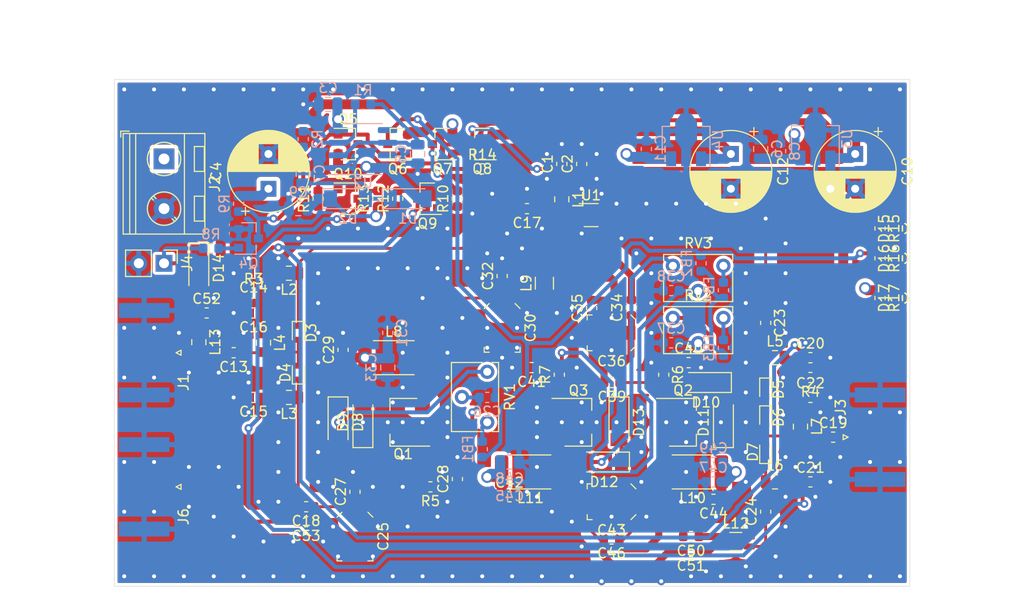
<source format=kicad_pcb>
(kicad_pcb (version 20171130) (host pcbnew 5.1.7-a382d34a8~87~ubuntu20.04.1)

  (general
    (thickness 1.6)
    (drawings 12)
    (tracks 802)
    (zones 0)
    (modules 126)
    (nets 63)
  )

  (page A4)
  (layers
    (0 F.Cu signal)
    (1 In1.Cu power hide)
    (2 In2.Cu power hide)
    (31 B.Cu signal)
    (32 B.Adhes user hide)
    (33 F.Adhes user)
    (34 B.Paste user hide)
    (35 F.Paste user)
    (36 B.SilkS user hide)
    (37 F.SilkS user hide)
    (38 B.Mask user hide)
    (39 F.Mask user)
    (40 Dwgs.User user)
    (41 Cmts.User user)
    (42 Eco1.User user hide)
    (43 Eco2.User user)
    (44 Edge.Cuts user)
    (45 Margin user)
    (46 B.CrtYd user hide)
    (47 F.CrtYd user)
    (48 B.Fab user hide)
    (49 F.Fab user hide)
  )

  (setup
    (last_trace_width 0.4)
    (user_trace_width 0.254)
    (user_trace_width 0.2856)
    (user_trace_width 0.4)
    (user_trace_width 0.71)
    (user_trace_width 1)
    (trace_clearance 0.3)
    (zone_clearance 0.3)
    (zone_45_only no)
    (trace_min 0.1)
    (via_size 0.8)
    (via_drill 0.4)
    (via_min_size 0.4)
    (via_min_drill 0.2)
    (uvia_size 0.3)
    (uvia_drill 0.1)
    (uvias_allowed no)
    (uvia_min_size 0.2)
    (uvia_min_drill 0.1)
    (edge_width 0.05)
    (segment_width 0.2)
    (pcb_text_width 0.3)
    (pcb_text_size 1.5 1.5)
    (mod_edge_width 0.12)
    (mod_text_size 1 1)
    (mod_text_width 0.15)
    (pad_size 1.524 1.524)
    (pad_drill 0.762)
    (pad_to_mask_clearance 0.051)
    (solder_mask_min_width 0.25)
    (aux_axis_origin 0 0)
    (visible_elements FFFFFF7F)
    (pcbplotparams
      (layerselection 0x010fc_ffffffff)
      (usegerberextensions false)
      (usegerberattributes false)
      (usegerberadvancedattributes false)
      (creategerberjobfile false)
      (excludeedgelayer true)
      (linewidth 0.100000)
      (plotframeref false)
      (viasonmask false)
      (mode 1)
      (useauxorigin false)
      (hpglpennumber 1)
      (hpglpenspeed 20)
      (hpglpendiameter 15.000000)
      (psnegative false)
      (psa4output false)
      (plotreference true)
      (plotvalue true)
      (plotinvisibletext false)
      (padsonsilk false)
      (subtractmaskfromsilk false)
      (outputformat 1)
      (mirror false)
      (drillshape 1)
      (scaleselection 1)
      (outputdirectory ""))
  )

  (net 0 "")
  (net 1 GND)
  (net 2 +12V)
  (net 3 "Net-(C5-Pad1)")
  (net 4 "Net-(C7-Pad2)")
  (net 5 "Net-(C7-Pad1)")
  (net 6 +24V)
  (net 7 +5V)
  (net 8 +5VA)
  (net 9 /50R_IN)
  (net 10 "/TRX Diode Switch/50R_TRX")
  (net 11 "/Antenna Diode Switch/LNA_PIN_BIAS")
  (net 12 "/Antenna Diode Switch/PA_PIN_BIAS")
  (net 13 "Net-(C16-Pad1)")
  (net 14 "/TRX Diode Switch/50R_TRX_LNA")
  (net 15 "/TRX Diode Switch/RF_IN_LNA")
  (net 16 "/TRX Diode Switch/50R_TRX_PA")
  (net 17 "/TX Preamplifier/RF_IN")
  (net 18 /50R_OUT)
  (net 19 "/Antenna Diode Switch/50R_ANT")
  (net 20 "Net-(C22-Pad1)")
  (net 21 "/Antenna Diode Switch/50R_ANT_LNA")
  (net 22 /LNA/RF_IN)
  (net 23 "/Antenna Diode Switch/50R_ANT_PA")
  (net 24 /50R_PA_TO_SW)
  (net 25 "Net-(C26-Pad1)")
  (net 26 "/TX Power Stage/RF_IN")
  (net 27 "/TX Power Stage/25R_PA_P_IN_DC")
  (net 28 "/TX Power Stage/25R_PA_P_IN")
  (net 29 "/TX Power Stage/25R_PA_N_IN_DC")
  (net 30 "/TX Power Stage/25R_PA_N_IN")
  (net 31 "/TX Power Stage/Bias_P")
  (net 32 "/TX Power Stage/Bias_N")
  (net 33 "/TX Power Stage/25R_PA_P_OUT")
  (net 34 "/TX Power Stage/25R_PA_N_OUT")
  (net 35 "/TX Power Stage/25R_PA_N_OUT_DC")
  (net 36 "/TX Power Stage/25R_PA_P_OUT_DC")
  (net 37 "Net-(C52-Pad1)")
  (net 38 "Net-(D5-Pad2)")
  (net 39 "Net-(D8-Pad2)")
  (net 40 "Net-(D8-Pad1)")
  (net 41 "Net-(D10-Pad2)")
  (net 42 "Net-(D10-Pad1)")
  (net 43 "Net-(D12-Pad2)")
  (net 44 "Net-(D12-Pad1)")
  (net 45 "Net-(D14-Pad1)")
  (net 46 "Net-(FB1-Pad1)")
  (net 47 "Net-(FB2-Pad2)")
  (net 48 "Net-(FB3-Pad1)")
  (net 49 "Net-(FB4-Pad1)")
  (net 50 "Net-(Q4-Pad3)")
  (net 51 "Net-(Q4-Pad1)")
  (net 52 "/PTT Control/12V_TX")
  (net 53 "/PTT Control/12V_RX")
  (net 54 "Net-(Q9-Pad1)")
  (net 55 "Net-(Q10-Pad1)")
  (net 56 "Net-(R1-Pad2)")
  (net 57 /5V_RX)
  (net 58 /5V_TX)
  (net 59 "Net-(D15-Pad2)")
  (net 60 "Net-(D16-Pad2)")
  (net 61 "Net-(D17-Pad2)")
  (net 62 /50R_IN_TXONLY)

  (net_class Default "Dies ist die voreingestellte Netzklasse."
    (clearance 0.3)
    (trace_width 0.4)
    (via_dia 0.8)
    (via_drill 0.4)
    (uvia_dia 0.3)
    (uvia_drill 0.1)
    (add_net /5V_RX)
    (add_net /5V_TX)
    (add_net "/Antenna Diode Switch/LNA_PIN_BIAS")
    (add_net "/Antenna Diode Switch/PA_PIN_BIAS")
    (add_net "/PTT Control/12V_RX")
    (add_net "/PTT Control/12V_TX")
    (add_net "/TX Power Stage/Bias_N")
    (add_net "/TX Power Stage/Bias_P")
    (add_net GND)
    (add_net "Net-(C16-Pad1)")
    (add_net "Net-(C22-Pad1)")
    (add_net "Net-(C26-Pad1)")
    (add_net "Net-(C5-Pad1)")
    (add_net "Net-(C52-Pad1)")
    (add_net "Net-(C7-Pad1)")
    (add_net "Net-(C7-Pad2)")
    (add_net "Net-(D10-Pad1)")
    (add_net "Net-(D10-Pad2)")
    (add_net "Net-(D12-Pad1)")
    (add_net "Net-(D12-Pad2)")
    (add_net "Net-(D14-Pad1)")
    (add_net "Net-(D15-Pad2)")
    (add_net "Net-(D16-Pad2)")
    (add_net "Net-(D17-Pad2)")
    (add_net "Net-(D8-Pad1)")
    (add_net "Net-(D8-Pad2)")
    (add_net "Net-(FB1-Pad1)")
    (add_net "Net-(FB2-Pad2)")
    (add_net "Net-(FB3-Pad1)")
    (add_net "Net-(FB4-Pad1)")
    (add_net "Net-(Q10-Pad1)")
    (add_net "Net-(Q4-Pad1)")
    (add_net "Net-(Q4-Pad3)")
    (add_net "Net-(Q9-Pad1)")
    (add_net "Net-(R1-Pad2)")
  )

  (net_class 25R ""
    (clearance 1)
    (trace_width 0.71)
    (via_dia 0.8)
    (via_drill 0.4)
    (uvia_dia 0.3)
    (uvia_drill 0.1)
    (add_net "/TX Power Stage/25R_PA_N_IN")
    (add_net "/TX Power Stage/25R_PA_N_IN_DC")
    (add_net "/TX Power Stage/25R_PA_N_OUT")
    (add_net "/TX Power Stage/25R_PA_N_OUT_DC")
    (add_net "/TX Power Stage/25R_PA_P_IN")
    (add_net "/TX Power Stage/25R_PA_P_IN_DC")
    (add_net "/TX Power Stage/25R_PA_P_OUT")
    (add_net "/TX Power Stage/25R_PA_P_OUT_DC")
  )

  (net_class 50R ""
    (clearance 1)
    (trace_width 0.2856)
    (via_dia 0.8)
    (via_drill 0.4)
    (uvia_dia 0.3)
    (uvia_drill 0.1)
    (add_net /50R_IN)
    (add_net /50R_IN_TXONLY)
    (add_net /50R_OUT)
    (add_net /50R_PA_TO_SW)
    (add_net "/Antenna Diode Switch/50R_ANT")
    (add_net "/Antenna Diode Switch/50R_ANT_LNA")
    (add_net "/Antenna Diode Switch/50R_ANT_PA")
    (add_net /LNA/RF_IN)
    (add_net "/TRX Diode Switch/50R_TRX")
    (add_net "/TRX Diode Switch/50R_TRX_LNA")
    (add_net "/TRX Diode Switch/50R_TRX_PA")
    (add_net "/TRX Diode Switch/RF_IN_LNA")
    (add_net "/TX Power Stage/RF_IN")
    (add_net "/TX Preamplifier/RF_IN")
    (add_net "Net-(D5-Pad2)")
  )

  (net_class Power ""
    (clearance 0.4)
    (trace_width 1)
    (via_dia 1.2)
    (via_drill 0.8)
    (uvia_dia 0.3)
    (uvia_drill 0.1)
    (add_net +12V)
    (add_net +24V)
    (add_net +5V)
    (add_net +5VA)
  )

  (module Connector_PinHeader_2.54mm:PinHeader_1x02_P2.54mm_Vertical (layer F.Cu) (tedit 59FED5CC) (tstamp 5F7801CB)
    (at 55 68.5 270)
    (descr "Through hole straight pin header, 1x02, 2.54mm pitch, single row")
    (tags "Through hole pin header THT 1x02 2.54mm single row")
    (path /5F189F7F/5F79D217)
    (fp_text reference J4 (at 0 -2.33 90) (layer F.SilkS)
      (effects (font (size 1 1) (thickness 0.15)))
    )
    (fp_text value PTT (at 0 4.87 90) (layer F.Fab)
      (effects (font (size 1 1) (thickness 0.15)))
    )
    (fp_line (start -0.635 -1.27) (end 1.27 -1.27) (layer F.Fab) (width 0.1))
    (fp_line (start 1.27 -1.27) (end 1.27 3.81) (layer F.Fab) (width 0.1))
    (fp_line (start 1.27 3.81) (end -1.27 3.81) (layer F.Fab) (width 0.1))
    (fp_line (start -1.27 3.81) (end -1.27 -0.635) (layer F.Fab) (width 0.1))
    (fp_line (start -1.27 -0.635) (end -0.635 -1.27) (layer F.Fab) (width 0.1))
    (fp_line (start -1.33 3.87) (end 1.33 3.87) (layer F.SilkS) (width 0.12))
    (fp_line (start -1.33 1.27) (end -1.33 3.87) (layer F.SilkS) (width 0.12))
    (fp_line (start 1.33 1.27) (end 1.33 3.87) (layer F.SilkS) (width 0.12))
    (fp_line (start -1.33 1.27) (end 1.33 1.27) (layer F.SilkS) (width 0.12))
    (fp_line (start -1.33 0) (end -1.33 -1.33) (layer F.SilkS) (width 0.12))
    (fp_line (start -1.33 -1.33) (end 0 -1.33) (layer F.SilkS) (width 0.12))
    (fp_line (start -1.8 -1.8) (end -1.8 4.35) (layer F.CrtYd) (width 0.05))
    (fp_line (start -1.8 4.35) (end 1.8 4.35) (layer F.CrtYd) (width 0.05))
    (fp_line (start 1.8 4.35) (end 1.8 -1.8) (layer F.CrtYd) (width 0.05))
    (fp_line (start 1.8 -1.8) (end -1.8 -1.8) (layer F.CrtYd) (width 0.05))
    (fp_text user %R (at 0 1.27) (layer F.Fab)
      (effects (font (size 1 1) (thickness 0.15)))
    )
    (pad 2 thru_hole oval (at 0 2.54 270) (size 1.7 1.7) (drill 1) (layers *.Cu *.Mask)
      (net 1 GND))
    (pad 1 thru_hole rect (at 0 0 270) (size 1.7 1.7) (drill 1) (layers *.Cu *.Mask)
      (net 45 "Net-(D14-Pad1)"))
    (model ${KISYS3DMOD}/Connector_PinHeader_2.54mm.3dshapes/PinHeader_1x02_P2.54mm_Vertical.wrl
      (at (xyz 0 0 0))
      (scale (xyz 1 1 1))
      (rotate (xyz 0 0 0))
    )
  )

  (module Connector_Coaxial:SMA_Amphenol_132289_EdgeMount (layer F.Cu) (tedit 5A1C1810) (tstamp 5F712799)
    (at 53 91 180)
    (descr http://www.amphenolrf.com/132289.html)
    (tags SMA)
    (path /5F710C19)
    (attr smd)
    (fp_text reference J6 (at -3.96 -3 90) (layer F.SilkS)
      (effects (font (size 1 1) (thickness 0.15)))
    )
    (fp_text value CONN_TXONLY (at 5 6) (layer F.Fab)
      (effects (font (size 1 1) (thickness 0.15)))
    )
    (fp_line (start -3.71 0.25) (end -3.21 0) (layer F.SilkS) (width 0.12))
    (fp_line (start -3.71 -0.25) (end -3.71 0.25) (layer F.SilkS) (width 0.12))
    (fp_line (start -3.21 0) (end -3.71 -0.25) (layer F.SilkS) (width 0.12))
    (fp_line (start 3.54 0) (end 2.54 0.75) (layer F.Fab) (width 0.1))
    (fp_line (start 2.54 -0.75) (end 3.54 0) (layer F.Fab) (width 0.1))
    (fp_line (start 14.47 -5.58) (end -3.04 -5.58) (layer F.CrtYd) (width 0.05))
    (fp_line (start 14.47 -5.58) (end 14.47 5.58) (layer F.CrtYd) (width 0.05))
    (fp_line (start 14.47 5.58) (end -3.04 5.58) (layer F.CrtYd) (width 0.05))
    (fp_line (start -3.04 5.58) (end -3.04 -5.58) (layer F.CrtYd) (width 0.05))
    (fp_line (start 14.47 -5.58) (end -3.04 -5.58) (layer B.CrtYd) (width 0.05))
    (fp_line (start 14.47 -5.58) (end 14.47 5.58) (layer B.CrtYd) (width 0.05))
    (fp_line (start 14.47 5.58) (end -3.04 5.58) (layer B.CrtYd) (width 0.05))
    (fp_line (start -3.04 5.58) (end -3.04 -5.58) (layer B.CrtYd) (width 0.05))
    (fp_line (start 4.445 -3.81) (end 13.97 -3.81) (layer F.Fab) (width 0.1))
    (fp_line (start 13.97 -3.81) (end 13.97 3.81) (layer F.Fab) (width 0.1))
    (fp_line (start 13.97 3.81) (end 4.445 3.81) (layer F.Fab) (width 0.1))
    (fp_line (start 4.445 5.08) (end 4.445 3.81) (layer F.Fab) (width 0.1))
    (fp_line (start 4.445 -3.81) (end 4.445 -5.08) (layer F.Fab) (width 0.1))
    (fp_line (start -1.91 -5.08) (end 4.445 -5.08) (layer F.Fab) (width 0.1))
    (fp_line (start -1.91 -5.08) (end -1.91 -3.81) (layer F.Fab) (width 0.1))
    (fp_line (start -1.91 -3.81) (end 2.54 -3.81) (layer F.Fab) (width 0.1))
    (fp_line (start 2.54 -3.81) (end 2.54 3.81) (layer F.Fab) (width 0.1))
    (fp_line (start 2.54 3.81) (end -1.91 3.81) (layer F.Fab) (width 0.1))
    (fp_line (start -1.91 3.81) (end -1.91 5.08) (layer F.Fab) (width 0.1))
    (fp_line (start -1.91 5.08) (end 4.445 5.08) (layer F.Fab) (width 0.1))
    (fp_text user %R (at 4.79 0 270) (layer F.Fab)
      (effects (font (size 1 1) (thickness 0.15)))
    )
    (pad 1 smd rect (at 0 0 270) (size 1.5 5.08) (layers F.Cu F.Paste F.Mask)
      (net 62 /50R_IN_TXONLY))
    (pad 2 smd rect (at 0 -4.25 270) (size 1.5 5.08) (layers F.Cu F.Paste F.Mask)
      (net 1 GND))
    (pad 2 smd rect (at 0 4.25 270) (size 1.5 5.08) (layers F.Cu F.Paste F.Mask)
      (net 1 GND))
    (pad 2 smd rect (at 0 -4.25 270) (size 1.5 5.08) (layers B.Cu B.Paste B.Mask)
      (net 1 GND))
    (pad 2 smd rect (at 0 4.25 270) (size 1.5 5.08) (layers B.Cu B.Paste B.Mask)
      (net 1 GND))
    (model ${KISYS3DMOD}/Connector_Coaxial.3dshapes/SMA_Amphenol_132289_EdgeMount.wrl
      (at (xyz 0 0 0))
      (scale (xyz 1 1 1))
      (rotate (xyz 0 0 0))
    )
  )

  (module Capacitor_SMD:C_0603_1608Metric (layer F.Cu) (tedit 5B301BBE) (tstamp 5F7122C6)
    (at 69.2875 94.5 180)
    (descr "Capacitor SMD 0603 (1608 Metric), square (rectangular) end terminal, IPC_7351 nominal, (Body size source: http://www.tortai-tech.com/upload/download/2011102023233369053.pdf), generated with kicad-footprint-generator")
    (tags capacitor)
    (path /5F1CEB90/5F715464)
    (attr smd)
    (fp_text reference C53 (at 0 -1.43) (layer F.SilkS)
      (effects (font (size 1 1) (thickness 0.15)))
    )
    (fp_text value 1nF (at 0 1.43) (layer F.Fab)
      (effects (font (size 1 1) (thickness 0.15)))
    )
    (fp_line (start -0.8 0.4) (end -0.8 -0.4) (layer F.Fab) (width 0.1))
    (fp_line (start -0.8 -0.4) (end 0.8 -0.4) (layer F.Fab) (width 0.1))
    (fp_line (start 0.8 -0.4) (end 0.8 0.4) (layer F.Fab) (width 0.1))
    (fp_line (start 0.8 0.4) (end -0.8 0.4) (layer F.Fab) (width 0.1))
    (fp_line (start -0.162779 -0.51) (end 0.162779 -0.51) (layer F.SilkS) (width 0.12))
    (fp_line (start -0.162779 0.51) (end 0.162779 0.51) (layer F.SilkS) (width 0.12))
    (fp_line (start -1.48 0.73) (end -1.48 -0.73) (layer F.CrtYd) (width 0.05))
    (fp_line (start -1.48 -0.73) (end 1.48 -0.73) (layer F.CrtYd) (width 0.05))
    (fp_line (start 1.48 -0.73) (end 1.48 0.73) (layer F.CrtYd) (width 0.05))
    (fp_line (start 1.48 0.73) (end -1.48 0.73) (layer F.CrtYd) (width 0.05))
    (fp_text user %R (at 0 0) (layer F.Fab)
      (effects (font (size 0.4 0.4) (thickness 0.06)))
    )
    (pad 2 smd roundrect (at 0.7875 0 180) (size 0.875 0.95) (layers F.Cu F.Paste F.Mask) (roundrect_rratio 0.25)
      (net 62 /50R_IN_TXONLY))
    (pad 1 smd roundrect (at -0.7875 0 180) (size 0.875 0.95) (layers F.Cu F.Paste F.Mask) (roundrect_rratio 0.25)
      (net 17 "/TX Preamplifier/RF_IN"))
    (model ${KISYS3DMOD}/Capacitor_SMD.3dshapes/C_0603_1608Metric.wrl
      (at (xyz 0 0 0))
      (scale (xyz 1 1 1))
      (rotate (xyz 0 0 0))
    )
  )

  (module Package_TO_SOT_SMD:SOT-89-3 (layer F.Cu) (tedit 5A02FF57) (tstamp 5F5D513A)
    (at 96.23 84.5)
    (descr SOT-89-3)
    (tags SOT-89-3)
    (path /5F1CEF94/5F2DB79C)
    (attr smd)
    (fp_text reference Q3 (at 0.45 -3.2) (layer F.SilkS)
      (effects (font (size 1 1) (thickness 0.15)))
    )
    (fp_text value AFT05MS004N (at 0.45 3.25) (layer F.Fab)
      (effects (font (size 1 1) (thickness 0.15)))
    )
    (fp_line (start 1.78 1.2) (end 1.78 2.4) (layer F.SilkS) (width 0.12))
    (fp_line (start 1.78 2.4) (end -0.92 2.4) (layer F.SilkS) (width 0.12))
    (fp_line (start -2.22 -2.4) (end 1.78 -2.4) (layer F.SilkS) (width 0.12))
    (fp_line (start 1.78 -2.4) (end 1.78 -1.2) (layer F.SilkS) (width 0.12))
    (fp_line (start -0.92 -1.51) (end -0.13 -2.3) (layer F.Fab) (width 0.1))
    (fp_line (start 1.68 -2.3) (end 1.68 2.3) (layer F.Fab) (width 0.1))
    (fp_line (start 1.68 2.3) (end -0.92 2.3) (layer F.Fab) (width 0.1))
    (fp_line (start -0.92 2.3) (end -0.92 -1.51) (layer F.Fab) (width 0.1))
    (fp_line (start -0.13 -2.3) (end 1.68 -2.3) (layer F.Fab) (width 0.1))
    (fp_line (start 3.23 -2.55) (end 3.23 2.55) (layer F.CrtYd) (width 0.05))
    (fp_line (start 3.23 -2.55) (end -2.48 -2.55) (layer F.CrtYd) (width 0.05))
    (fp_line (start -2.48 2.55) (end 3.23 2.55) (layer F.CrtYd) (width 0.05))
    (fp_line (start -2.48 2.55) (end -2.48 -2.55) (layer F.CrtYd) (width 0.05))
    (fp_text user %R (at 0.38 0 90) (layer F.Fab)
      (effects (font (size 0.6 0.6) (thickness 0.09)))
    )
    (pad 2 smd trapezoid (at -0.0762 0 90) (size 1.5 1) (rect_delta 0 0.7 ) (layers F.Cu F.Paste F.Mask)
      (net 1 GND))
    (pad 2 smd rect (at 1.3335 0 270) (size 2.2 1.84) (layers F.Cu F.Paste F.Mask)
      (net 1 GND))
    (pad 3 smd rect (at -1.48 1.5 270) (size 1 1.5) (layers F.Cu F.Paste F.Mask)
      (net 33 "/TX Power Stage/25R_PA_P_OUT"))
    (pad 2 smd rect (at -1.3335 0 270) (size 1 1.8) (layers F.Cu F.Paste F.Mask)
      (net 1 GND))
    (pad 1 smd rect (at -1.48 -1.5 270) (size 1 1.5) (layers F.Cu F.Paste F.Mask)
      (net 30 "/TX Power Stage/25R_PA_N_IN"))
    (pad 2 smd trapezoid (at 2.667 0 270) (size 1.6 0.85) (rect_delta 0 0.6 ) (layers F.Cu F.Paste F.Mask)
      (net 1 GND))
    (model ${KISYS3DMOD}/Package_TO_SOT_SMD.3dshapes/SOT-89-3.wrl
      (at (xyz 0 0 0))
      (scale (xyz 1 1 1))
      (rotate (xyz 0 0 0))
    )
  )

  (module Package_TO_SOT_SMD:SOT-89-3 (layer F.Cu) (tedit 5A02FF57) (tstamp 5F5D5128)
    (at 106.75 84.5)
    (descr SOT-89-3)
    (tags SOT-89-3)
    (path /5F1CEF94/5F241898)
    (attr smd)
    (fp_text reference Q2 (at 0.45 -3.2) (layer F.SilkS)
      (effects (font (size 1 1) (thickness 0.15)))
    )
    (fp_text value AFT05MS004N (at 0.45 3.25) (layer F.Fab)
      (effects (font (size 1 1) (thickness 0.15)))
    )
    (fp_line (start 1.78 1.2) (end 1.78 2.4) (layer F.SilkS) (width 0.12))
    (fp_line (start 1.78 2.4) (end -0.92 2.4) (layer F.SilkS) (width 0.12))
    (fp_line (start -2.22 -2.4) (end 1.78 -2.4) (layer F.SilkS) (width 0.12))
    (fp_line (start 1.78 -2.4) (end 1.78 -1.2) (layer F.SilkS) (width 0.12))
    (fp_line (start -0.92 -1.51) (end -0.13 -2.3) (layer F.Fab) (width 0.1))
    (fp_line (start 1.68 -2.3) (end 1.68 2.3) (layer F.Fab) (width 0.1))
    (fp_line (start 1.68 2.3) (end -0.92 2.3) (layer F.Fab) (width 0.1))
    (fp_line (start -0.92 2.3) (end -0.92 -1.51) (layer F.Fab) (width 0.1))
    (fp_line (start -0.13 -2.3) (end 1.68 -2.3) (layer F.Fab) (width 0.1))
    (fp_line (start 3.23 -2.55) (end 3.23 2.55) (layer F.CrtYd) (width 0.05))
    (fp_line (start 3.23 -2.55) (end -2.48 -2.55) (layer F.CrtYd) (width 0.05))
    (fp_line (start -2.48 2.55) (end 3.23 2.55) (layer F.CrtYd) (width 0.05))
    (fp_line (start -2.48 2.55) (end -2.48 -2.55) (layer F.CrtYd) (width 0.05))
    (fp_text user %R (at 0.38 0 90) (layer F.Fab)
      (effects (font (size 0.6 0.6) (thickness 0.09)))
    )
    (pad 2 smd trapezoid (at -0.0762 0 90) (size 1.5 1) (rect_delta 0 0.7 ) (layers F.Cu F.Paste F.Mask)
      (net 1 GND))
    (pad 2 smd rect (at 1.3335 0 270) (size 2.2 1.84) (layers F.Cu F.Paste F.Mask)
      (net 1 GND))
    (pad 3 smd rect (at -1.48 1.5 270) (size 1 1.5) (layers F.Cu F.Paste F.Mask)
      (net 34 "/TX Power Stage/25R_PA_N_OUT"))
    (pad 2 smd rect (at -1.3335 0 270) (size 1 1.8) (layers F.Cu F.Paste F.Mask)
      (net 1 GND))
    (pad 1 smd rect (at -1.48 -1.5 270) (size 1 1.5) (layers F.Cu F.Paste F.Mask)
      (net 28 "/TX Power Stage/25R_PA_P_IN"))
    (pad 2 smd trapezoid (at 2.667 0 270) (size 1.6 0.85) (rect_delta 0 0.6 ) (layers F.Cu F.Paste F.Mask)
      (net 1 GND))
    (model ${KISYS3DMOD}/Package_TO_SOT_SMD.3dshapes/SOT-89-3.wrl
      (at (xyz 0 0 0))
      (scale (xyz 1 1 1))
      (rotate (xyz 0 0 0))
    )
  )

  (module Package_TO_SOT_SMD:SOT-89-3 (layer F.Cu) (tedit 5A02FF57) (tstamp 5F5D5116)
    (at 79.5 84.5 180)
    (descr SOT-89-3)
    (tags SOT-89-3)
    (path /5F1CEEEE/5F1DCEC6)
    (attr smd)
    (fp_text reference Q1 (at 0.45 -3.2) (layer F.SilkS)
      (effects (font (size 1 1) (thickness 0.15)))
    )
    (fp_text value AFT05MS004N (at 0.45 3.25) (layer F.Fab)
      (effects (font (size 1 1) (thickness 0.15)))
    )
    (fp_line (start 1.78 1.2) (end 1.78 2.4) (layer F.SilkS) (width 0.12))
    (fp_line (start 1.78 2.4) (end -0.92 2.4) (layer F.SilkS) (width 0.12))
    (fp_line (start -2.22 -2.4) (end 1.78 -2.4) (layer F.SilkS) (width 0.12))
    (fp_line (start 1.78 -2.4) (end 1.78 -1.2) (layer F.SilkS) (width 0.12))
    (fp_line (start -0.92 -1.51) (end -0.13 -2.3) (layer F.Fab) (width 0.1))
    (fp_line (start 1.68 -2.3) (end 1.68 2.3) (layer F.Fab) (width 0.1))
    (fp_line (start 1.68 2.3) (end -0.92 2.3) (layer F.Fab) (width 0.1))
    (fp_line (start -0.92 2.3) (end -0.92 -1.51) (layer F.Fab) (width 0.1))
    (fp_line (start -0.13 -2.3) (end 1.68 -2.3) (layer F.Fab) (width 0.1))
    (fp_line (start 3.23 -2.55) (end 3.23 2.55) (layer F.CrtYd) (width 0.05))
    (fp_line (start 3.23 -2.55) (end -2.48 -2.55) (layer F.CrtYd) (width 0.05))
    (fp_line (start -2.48 2.55) (end 3.23 2.55) (layer F.CrtYd) (width 0.05))
    (fp_line (start -2.48 2.55) (end -2.48 -2.55) (layer F.CrtYd) (width 0.05))
    (fp_text user %R (at 0.38 0 90) (layer F.Fab)
      (effects (font (size 0.6 0.6) (thickness 0.09)))
    )
    (pad 2 smd trapezoid (at -0.0762 0 270) (size 1.5 1) (rect_delta 0 0.7 ) (layers F.Cu F.Paste F.Mask)
      (net 1 GND))
    (pad 2 smd rect (at 1.3335 0 90) (size 2.2 1.84) (layers F.Cu F.Paste F.Mask)
      (net 1 GND))
    (pad 3 smd rect (at -1.48 1.5 90) (size 1 1.5) (layers F.Cu F.Paste F.Mask)
      (net 26 "/TX Power Stage/RF_IN"))
    (pad 2 smd rect (at -1.3335 0 90) (size 1 1.8) (layers F.Cu F.Paste F.Mask)
      (net 1 GND))
    (pad 1 smd rect (at -1.48 -1.5 90) (size 1 1.5) (layers F.Cu F.Paste F.Mask)
      (net 17 "/TX Preamplifier/RF_IN"))
    (pad 2 smd trapezoid (at 2.667 0 90) (size 1.6 0.85) (rect_delta 0 0.6 ) (layers F.Cu F.Paste F.Mask)
      (net 1 GND))
    (model ${KISYS3DMOD}/Package_TO_SOT_SMD.3dshapes/SOT-89-3.wrl
      (at (xyz 0 0 0))
      (scale (xyz 1 1 1))
      (rotate (xyz 0 0 0))
    )
  )

  (module Diode_SMD:D_MiniMELF (layer F.Cu) (tedit 5905D8F5) (tstamp 5F77B718)
    (at 58.5 69 270)
    (descr "Diode Mini-MELF")
    (tags "Diode Mini-MELF")
    (path /5F189F7F/5F62F037)
    (attr smd)
    (fp_text reference D14 (at 0 -2 90) (layer F.SilkS)
      (effects (font (size 1 1) (thickness 0.15)))
    )
    (fp_text value LL4148 (at 0 1.75 90) (layer F.Fab)
      (effects (font (size 1 1) (thickness 0.15)))
    )
    (fp_line (start 1.75 -1) (end -2.55 -1) (layer F.SilkS) (width 0.12))
    (fp_line (start -2.55 -1) (end -2.55 1) (layer F.SilkS) (width 0.12))
    (fp_line (start -2.55 1) (end 1.75 1) (layer F.SilkS) (width 0.12))
    (fp_line (start 1.65 -0.8) (end 1.65 0.8) (layer F.Fab) (width 0.1))
    (fp_line (start 1.65 0.8) (end -1.65 0.8) (layer F.Fab) (width 0.1))
    (fp_line (start -1.65 0.8) (end -1.65 -0.8) (layer F.Fab) (width 0.1))
    (fp_line (start -1.65 -0.8) (end 1.65 -0.8) (layer F.Fab) (width 0.1))
    (fp_line (start 0.25 0) (end 0.75 0) (layer F.Fab) (width 0.1))
    (fp_line (start 0.25 0.4) (end -0.35 0) (layer F.Fab) (width 0.1))
    (fp_line (start 0.25 -0.4) (end 0.25 0.4) (layer F.Fab) (width 0.1))
    (fp_line (start -0.35 0) (end 0.25 -0.4) (layer F.Fab) (width 0.1))
    (fp_line (start -0.35 0) (end -0.35 0.55) (layer F.Fab) (width 0.1))
    (fp_line (start -0.35 0) (end -0.35 -0.55) (layer F.Fab) (width 0.1))
    (fp_line (start -0.75 0) (end -0.35 0) (layer F.Fab) (width 0.1))
    (fp_line (start -2.65 -1.1) (end 2.65 -1.1) (layer F.CrtYd) (width 0.05))
    (fp_line (start 2.65 -1.1) (end 2.65 1.1) (layer F.CrtYd) (width 0.05))
    (fp_line (start 2.65 1.1) (end -2.65 1.1) (layer F.CrtYd) (width 0.05))
    (fp_line (start -2.65 1.1) (end -2.65 -1.1) (layer F.CrtYd) (width 0.05))
    (fp_text user %R (at 0 -2 90) (layer F.Fab)
      (effects (font (size 1 1) (thickness 0.15)))
    )
    (pad 2 smd rect (at 1.75 0 270) (size 1.3 1.7) (layers F.Cu F.Paste F.Mask)
      (net 37 "Net-(C52-Pad1)"))
    (pad 1 smd rect (at -1.75 0 270) (size 1.3 1.7) (layers F.Cu F.Paste F.Mask)
      (net 45 "Net-(D14-Pad1)"))
    (model ${KISYS3DMOD}/Diode_SMD.3dshapes/D_MiniMELF.wrl
      (at (xyz 0 0 0))
      (scale (xyz 1 1 1))
      (rotate (xyz 0 0 0))
    )
  )

  (module Diode_SMD:D_MiniMELF (layer F.Cu) (tedit 5905D8F5) (tstamp 5F61BFB0)
    (at 100.75 84.5 270)
    (descr "Diode Mini-MELF")
    (tags "Diode Mini-MELF")
    (path /5F1CEF94/5F638834)
    (attr smd)
    (fp_text reference D13 (at 0 -2 90) (layer F.SilkS)
      (effects (font (size 1 1) (thickness 0.15)))
    )
    (fp_text value LL4148 (at 0 1.75 90) (layer F.Fab)
      (effects (font (size 1 1) (thickness 0.15)))
    )
    (fp_line (start 1.75 -1) (end -2.55 -1) (layer F.SilkS) (width 0.12))
    (fp_line (start -2.55 -1) (end -2.55 1) (layer F.SilkS) (width 0.12))
    (fp_line (start -2.55 1) (end 1.75 1) (layer F.SilkS) (width 0.12))
    (fp_line (start 1.65 -0.8) (end 1.65 0.8) (layer F.Fab) (width 0.1))
    (fp_line (start 1.65 0.8) (end -1.65 0.8) (layer F.Fab) (width 0.1))
    (fp_line (start -1.65 0.8) (end -1.65 -0.8) (layer F.Fab) (width 0.1))
    (fp_line (start -1.65 -0.8) (end 1.65 -0.8) (layer F.Fab) (width 0.1))
    (fp_line (start 0.25 0) (end 0.75 0) (layer F.Fab) (width 0.1))
    (fp_line (start 0.25 0.4) (end -0.35 0) (layer F.Fab) (width 0.1))
    (fp_line (start 0.25 -0.4) (end 0.25 0.4) (layer F.Fab) (width 0.1))
    (fp_line (start -0.35 0) (end 0.25 -0.4) (layer F.Fab) (width 0.1))
    (fp_line (start -0.35 0) (end -0.35 0.55) (layer F.Fab) (width 0.1))
    (fp_line (start -0.35 0) (end -0.35 -0.55) (layer F.Fab) (width 0.1))
    (fp_line (start -0.75 0) (end -0.35 0) (layer F.Fab) (width 0.1))
    (fp_line (start -2.65 -1.1) (end 2.65 -1.1) (layer F.CrtYd) (width 0.05))
    (fp_line (start 2.65 -1.1) (end 2.65 1.1) (layer F.CrtYd) (width 0.05))
    (fp_line (start 2.65 1.1) (end -2.65 1.1) (layer F.CrtYd) (width 0.05))
    (fp_line (start -2.65 1.1) (end -2.65 -1.1) (layer F.CrtYd) (width 0.05))
    (fp_text user %R (at 0 -2 90) (layer F.Fab)
      (effects (font (size 1 1) (thickness 0.15)))
    )
    (pad 2 smd rect (at 1.75 0 270) (size 1.3 1.7) (layers F.Cu F.Paste F.Mask)
      (net 44 "Net-(D12-Pad1)"))
    (pad 1 smd rect (at -1.75 0 270) (size 1.3 1.7) (layers F.Cu F.Paste F.Mask)
      (net 1 GND))
    (model ${KISYS3DMOD}/Diode_SMD.3dshapes/D_MiniMELF.wrl
      (at (xyz 0 0 0))
      (scale (xyz 1 1 1))
      (rotate (xyz 0 0 0))
    )
  )

  (module Diode_SMD:D_MiniMELF (layer F.Cu) (tedit 5905D8F5) (tstamp 5F61BF97)
    (at 99.25 88.5 180)
    (descr "Diode Mini-MELF")
    (tags "Diode Mini-MELF")
    (path /5F1CEF94/5F63829E)
    (attr smd)
    (fp_text reference D12 (at 0 -2) (layer F.SilkS)
      (effects (font (size 1 1) (thickness 0.15)))
    )
    (fp_text value LL4148 (at 0 1.75) (layer F.Fab)
      (effects (font (size 1 1) (thickness 0.15)))
    )
    (fp_line (start 1.75 -1) (end -2.55 -1) (layer F.SilkS) (width 0.12))
    (fp_line (start -2.55 -1) (end -2.55 1) (layer F.SilkS) (width 0.12))
    (fp_line (start -2.55 1) (end 1.75 1) (layer F.SilkS) (width 0.12))
    (fp_line (start 1.65 -0.8) (end 1.65 0.8) (layer F.Fab) (width 0.1))
    (fp_line (start 1.65 0.8) (end -1.65 0.8) (layer F.Fab) (width 0.1))
    (fp_line (start -1.65 0.8) (end -1.65 -0.8) (layer F.Fab) (width 0.1))
    (fp_line (start -1.65 -0.8) (end 1.65 -0.8) (layer F.Fab) (width 0.1))
    (fp_line (start 0.25 0) (end 0.75 0) (layer F.Fab) (width 0.1))
    (fp_line (start 0.25 0.4) (end -0.35 0) (layer F.Fab) (width 0.1))
    (fp_line (start 0.25 -0.4) (end 0.25 0.4) (layer F.Fab) (width 0.1))
    (fp_line (start -0.35 0) (end 0.25 -0.4) (layer F.Fab) (width 0.1))
    (fp_line (start -0.35 0) (end -0.35 0.55) (layer F.Fab) (width 0.1))
    (fp_line (start -0.35 0) (end -0.35 -0.55) (layer F.Fab) (width 0.1))
    (fp_line (start -0.75 0) (end -0.35 0) (layer F.Fab) (width 0.1))
    (fp_line (start -2.65 -1.1) (end 2.65 -1.1) (layer F.CrtYd) (width 0.05))
    (fp_line (start 2.65 -1.1) (end 2.65 1.1) (layer F.CrtYd) (width 0.05))
    (fp_line (start 2.65 1.1) (end -2.65 1.1) (layer F.CrtYd) (width 0.05))
    (fp_line (start -2.65 1.1) (end -2.65 -1.1) (layer F.CrtYd) (width 0.05))
    (fp_text user %R (at 0 -2) (layer F.Fab)
      (effects (font (size 1 1) (thickness 0.15)))
    )
    (pad 2 smd rect (at 1.75 0 180) (size 1.3 1.7) (layers F.Cu F.Paste F.Mask)
      (net 43 "Net-(D12-Pad2)"))
    (pad 1 smd rect (at -1.75 0 180) (size 1.3 1.7) (layers F.Cu F.Paste F.Mask)
      (net 44 "Net-(D12-Pad1)"))
    (model ${KISYS3DMOD}/Diode_SMD.3dshapes/D_MiniMELF.wrl
      (at (xyz 0 0 0))
      (scale (xyz 1 1 1))
      (rotate (xyz 0 0 0))
    )
  )

  (module Diode_SMD:D_MiniMELF (layer F.Cu) (tedit 5905D8F5) (tstamp 5F61BF7E)
    (at 111.25 84.5 90)
    (descr "Diode Mini-MELF")
    (tags "Diode Mini-MELF")
    (path /5F1CEF94/5F638E05)
    (attr smd)
    (fp_text reference D11 (at 0 -2 90) (layer F.SilkS)
      (effects (font (size 1 1) (thickness 0.15)))
    )
    (fp_text value LL4148 (at 0 1.75 90) (layer F.Fab)
      (effects (font (size 1 1) (thickness 0.15)))
    )
    (fp_line (start 1.75 -1) (end -2.55 -1) (layer F.SilkS) (width 0.12))
    (fp_line (start -2.55 -1) (end -2.55 1) (layer F.SilkS) (width 0.12))
    (fp_line (start -2.55 1) (end 1.75 1) (layer F.SilkS) (width 0.12))
    (fp_line (start 1.65 -0.8) (end 1.65 0.8) (layer F.Fab) (width 0.1))
    (fp_line (start 1.65 0.8) (end -1.65 0.8) (layer F.Fab) (width 0.1))
    (fp_line (start -1.65 0.8) (end -1.65 -0.8) (layer F.Fab) (width 0.1))
    (fp_line (start -1.65 -0.8) (end 1.65 -0.8) (layer F.Fab) (width 0.1))
    (fp_line (start 0.25 0) (end 0.75 0) (layer F.Fab) (width 0.1))
    (fp_line (start 0.25 0.4) (end -0.35 0) (layer F.Fab) (width 0.1))
    (fp_line (start 0.25 -0.4) (end 0.25 0.4) (layer F.Fab) (width 0.1))
    (fp_line (start -0.35 0) (end 0.25 -0.4) (layer F.Fab) (width 0.1))
    (fp_line (start -0.35 0) (end -0.35 0.55) (layer F.Fab) (width 0.1))
    (fp_line (start -0.35 0) (end -0.35 -0.55) (layer F.Fab) (width 0.1))
    (fp_line (start -0.75 0) (end -0.35 0) (layer F.Fab) (width 0.1))
    (fp_line (start -2.65 -1.1) (end 2.65 -1.1) (layer F.CrtYd) (width 0.05))
    (fp_line (start 2.65 -1.1) (end 2.65 1.1) (layer F.CrtYd) (width 0.05))
    (fp_line (start 2.65 1.1) (end -2.65 1.1) (layer F.CrtYd) (width 0.05))
    (fp_line (start -2.65 1.1) (end -2.65 -1.1) (layer F.CrtYd) (width 0.05))
    (fp_text user %R (at 0 -2 90) (layer F.Fab)
      (effects (font (size 1 1) (thickness 0.15)))
    )
    (pad 2 smd rect (at 1.75 0 90) (size 1.3 1.7) (layers F.Cu F.Paste F.Mask)
      (net 42 "Net-(D10-Pad1)"))
    (pad 1 smd rect (at -1.75 0 90) (size 1.3 1.7) (layers F.Cu F.Paste F.Mask)
      (net 1 GND))
    (model ${KISYS3DMOD}/Diode_SMD.3dshapes/D_MiniMELF.wrl
      (at (xyz 0 0 0))
      (scale (xyz 1 1 1))
      (rotate (xyz 0 0 0))
    )
  )

  (module Diode_SMD:D_MiniMELF (layer F.Cu) (tedit 5905D8F5) (tstamp 5F61BF65)
    (at 109.5 80.5 180)
    (descr "Diode Mini-MELF")
    (tags "Diode Mini-MELF")
    (path /5F1CEF94/5F637865)
    (attr smd)
    (fp_text reference D10 (at 0 -2) (layer F.SilkS)
      (effects (font (size 1 1) (thickness 0.15)))
    )
    (fp_text value LL4148 (at 0 1.75) (layer F.Fab)
      (effects (font (size 1 1) (thickness 0.15)))
    )
    (fp_line (start 1.75 -1) (end -2.55 -1) (layer F.SilkS) (width 0.12))
    (fp_line (start -2.55 -1) (end -2.55 1) (layer F.SilkS) (width 0.12))
    (fp_line (start -2.55 1) (end 1.75 1) (layer F.SilkS) (width 0.12))
    (fp_line (start 1.65 -0.8) (end 1.65 0.8) (layer F.Fab) (width 0.1))
    (fp_line (start 1.65 0.8) (end -1.65 0.8) (layer F.Fab) (width 0.1))
    (fp_line (start -1.65 0.8) (end -1.65 -0.8) (layer F.Fab) (width 0.1))
    (fp_line (start -1.65 -0.8) (end 1.65 -0.8) (layer F.Fab) (width 0.1))
    (fp_line (start 0.25 0) (end 0.75 0) (layer F.Fab) (width 0.1))
    (fp_line (start 0.25 0.4) (end -0.35 0) (layer F.Fab) (width 0.1))
    (fp_line (start 0.25 -0.4) (end 0.25 0.4) (layer F.Fab) (width 0.1))
    (fp_line (start -0.35 0) (end 0.25 -0.4) (layer F.Fab) (width 0.1))
    (fp_line (start -0.35 0) (end -0.35 0.55) (layer F.Fab) (width 0.1))
    (fp_line (start -0.35 0) (end -0.35 -0.55) (layer F.Fab) (width 0.1))
    (fp_line (start -0.75 0) (end -0.35 0) (layer F.Fab) (width 0.1))
    (fp_line (start -2.65 -1.1) (end 2.65 -1.1) (layer F.CrtYd) (width 0.05))
    (fp_line (start 2.65 -1.1) (end 2.65 1.1) (layer F.CrtYd) (width 0.05))
    (fp_line (start 2.65 1.1) (end -2.65 1.1) (layer F.CrtYd) (width 0.05))
    (fp_line (start -2.65 1.1) (end -2.65 -1.1) (layer F.CrtYd) (width 0.05))
    (fp_text user %R (at 0 -2) (layer F.Fab)
      (effects (font (size 1 1) (thickness 0.15)))
    )
    (pad 2 smd rect (at 1.75 0 180) (size 1.3 1.7) (layers F.Cu F.Paste F.Mask)
      (net 41 "Net-(D10-Pad2)"))
    (pad 1 smd rect (at -1.75 0 180) (size 1.3 1.7) (layers F.Cu F.Paste F.Mask)
      (net 42 "Net-(D10-Pad1)"))
    (model ${KISYS3DMOD}/Diode_SMD.3dshapes/D_MiniMELF.wrl
      (at (xyz 0 0 0))
      (scale (xyz 1 1 1))
      (rotate (xyz 0 0 0))
    )
  )

  (module Diode_SMD:D_MiniMELF (layer F.Cu) (tedit 5905D8F5) (tstamp 5F61BF4C)
    (at 75 84.5 90)
    (descr "Diode Mini-MELF")
    (tags "Diode Mini-MELF")
    (path /5F1CEEEE/5F63284C)
    (attr smd)
    (fp_text reference D9 (at 0 -2 90) (layer F.SilkS)
      (effects (font (size 1 1) (thickness 0.15)))
    )
    (fp_text value LL4148 (at 0 1.75 90) (layer F.Fab)
      (effects (font (size 1 1) (thickness 0.15)))
    )
    (fp_line (start 1.75 -1) (end -2.55 -1) (layer F.SilkS) (width 0.12))
    (fp_line (start -2.55 -1) (end -2.55 1) (layer F.SilkS) (width 0.12))
    (fp_line (start -2.55 1) (end 1.75 1) (layer F.SilkS) (width 0.12))
    (fp_line (start 1.65 -0.8) (end 1.65 0.8) (layer F.Fab) (width 0.1))
    (fp_line (start 1.65 0.8) (end -1.65 0.8) (layer F.Fab) (width 0.1))
    (fp_line (start -1.65 0.8) (end -1.65 -0.8) (layer F.Fab) (width 0.1))
    (fp_line (start -1.65 -0.8) (end 1.65 -0.8) (layer F.Fab) (width 0.1))
    (fp_line (start 0.25 0) (end 0.75 0) (layer F.Fab) (width 0.1))
    (fp_line (start 0.25 0.4) (end -0.35 0) (layer F.Fab) (width 0.1))
    (fp_line (start 0.25 -0.4) (end 0.25 0.4) (layer F.Fab) (width 0.1))
    (fp_line (start -0.35 0) (end 0.25 -0.4) (layer F.Fab) (width 0.1))
    (fp_line (start -0.35 0) (end -0.35 0.55) (layer F.Fab) (width 0.1))
    (fp_line (start -0.35 0) (end -0.35 -0.55) (layer F.Fab) (width 0.1))
    (fp_line (start -0.75 0) (end -0.35 0) (layer F.Fab) (width 0.1))
    (fp_line (start -2.65 -1.1) (end 2.65 -1.1) (layer F.CrtYd) (width 0.05))
    (fp_line (start 2.65 -1.1) (end 2.65 1.1) (layer F.CrtYd) (width 0.05))
    (fp_line (start 2.65 1.1) (end -2.65 1.1) (layer F.CrtYd) (width 0.05))
    (fp_line (start -2.65 1.1) (end -2.65 -1.1) (layer F.CrtYd) (width 0.05))
    (fp_text user %R (at 0 -2 90) (layer F.Fab)
      (effects (font (size 1 1) (thickness 0.15)))
    )
    (pad 2 smd rect (at 1.75 0 90) (size 1.3 1.7) (layers F.Cu F.Paste F.Mask)
      (net 40 "Net-(D8-Pad1)"))
    (pad 1 smd rect (at -1.75 0 90) (size 1.3 1.7) (layers F.Cu F.Paste F.Mask)
      (net 1 GND))
    (model ${KISYS3DMOD}/Diode_SMD.3dshapes/D_MiniMELF.wrl
      (at (xyz 0 0 0))
      (scale (xyz 1 1 1))
      (rotate (xyz 0 0 0))
    )
  )

  (module Diode_SMD:D_MiniMELF (layer F.Cu) (tedit 5905D8F5) (tstamp 5F61BF33)
    (at 72.5 84.5 270)
    (descr "Diode Mini-MELF")
    (tags "Diode Mini-MELF")
    (path /5F1CEEEE/5F63123D)
    (attr smd)
    (fp_text reference D8 (at 0 -2 90) (layer F.SilkS)
      (effects (font (size 1 1) (thickness 0.15)))
    )
    (fp_text value LL4148 (at 0 1.75 90) (layer F.Fab)
      (effects (font (size 1 1) (thickness 0.15)))
    )
    (fp_line (start 1.75 -1) (end -2.55 -1) (layer F.SilkS) (width 0.12))
    (fp_line (start -2.55 -1) (end -2.55 1) (layer F.SilkS) (width 0.12))
    (fp_line (start -2.55 1) (end 1.75 1) (layer F.SilkS) (width 0.12))
    (fp_line (start 1.65 -0.8) (end 1.65 0.8) (layer F.Fab) (width 0.1))
    (fp_line (start 1.65 0.8) (end -1.65 0.8) (layer F.Fab) (width 0.1))
    (fp_line (start -1.65 0.8) (end -1.65 -0.8) (layer F.Fab) (width 0.1))
    (fp_line (start -1.65 -0.8) (end 1.65 -0.8) (layer F.Fab) (width 0.1))
    (fp_line (start 0.25 0) (end 0.75 0) (layer F.Fab) (width 0.1))
    (fp_line (start 0.25 0.4) (end -0.35 0) (layer F.Fab) (width 0.1))
    (fp_line (start 0.25 -0.4) (end 0.25 0.4) (layer F.Fab) (width 0.1))
    (fp_line (start -0.35 0) (end 0.25 -0.4) (layer F.Fab) (width 0.1))
    (fp_line (start -0.35 0) (end -0.35 0.55) (layer F.Fab) (width 0.1))
    (fp_line (start -0.35 0) (end -0.35 -0.55) (layer F.Fab) (width 0.1))
    (fp_line (start -0.75 0) (end -0.35 0) (layer F.Fab) (width 0.1))
    (fp_line (start -2.65 -1.1) (end 2.65 -1.1) (layer F.CrtYd) (width 0.05))
    (fp_line (start 2.65 -1.1) (end 2.65 1.1) (layer F.CrtYd) (width 0.05))
    (fp_line (start 2.65 1.1) (end -2.65 1.1) (layer F.CrtYd) (width 0.05))
    (fp_line (start -2.65 1.1) (end -2.65 -1.1) (layer F.CrtYd) (width 0.05))
    (fp_text user %R (at 0 -2 90) (layer F.Fab)
      (effects (font (size 1 1) (thickness 0.15)))
    )
    (pad 2 smd rect (at 1.75 0 270) (size 1.3 1.7) (layers F.Cu F.Paste F.Mask)
      (net 39 "Net-(D8-Pad2)"))
    (pad 1 smd rect (at -1.75 0 270) (size 1.3 1.7) (layers F.Cu F.Paste F.Mask)
      (net 40 "Net-(D8-Pad1)"))
    (model ${KISYS3DMOD}/Diode_SMD.3dshapes/D_MiniMELF.wrl
      (at (xyz 0 0 0))
      (scale (xyz 1 1 1))
      (rotate (xyz 0 0 0))
    )
  )

  (module Diode_SMD:D_MiniMELF (layer B.Cu) (tedit 5905D8F5) (tstamp 5F61BE34)
    (at 73.5 62)
    (descr "Diode Mini-MELF")
    (tags "Diode Mini-MELF")
    (path /5F17DF10/5F62C72F)
    (attr smd)
    (fp_text reference D2 (at 0 2) (layer B.SilkS)
      (effects (font (size 1 1) (thickness 0.15)) (justify mirror))
    )
    (fp_text value LL4148 (at 0 -1.75) (layer B.Fab)
      (effects (font (size 1 1) (thickness 0.15)) (justify mirror))
    )
    (fp_line (start 1.75 1) (end -2.55 1) (layer B.SilkS) (width 0.12))
    (fp_line (start -2.55 1) (end -2.55 -1) (layer B.SilkS) (width 0.12))
    (fp_line (start -2.55 -1) (end 1.75 -1) (layer B.SilkS) (width 0.12))
    (fp_line (start 1.65 0.8) (end 1.65 -0.8) (layer B.Fab) (width 0.1))
    (fp_line (start 1.65 -0.8) (end -1.65 -0.8) (layer B.Fab) (width 0.1))
    (fp_line (start -1.65 -0.8) (end -1.65 0.8) (layer B.Fab) (width 0.1))
    (fp_line (start -1.65 0.8) (end 1.65 0.8) (layer B.Fab) (width 0.1))
    (fp_line (start 0.25 0) (end 0.75 0) (layer B.Fab) (width 0.1))
    (fp_line (start 0.25 -0.4) (end -0.35 0) (layer B.Fab) (width 0.1))
    (fp_line (start 0.25 0.4) (end 0.25 -0.4) (layer B.Fab) (width 0.1))
    (fp_line (start -0.35 0) (end 0.25 0.4) (layer B.Fab) (width 0.1))
    (fp_line (start -0.35 0) (end -0.35 -0.55) (layer B.Fab) (width 0.1))
    (fp_line (start -0.35 0) (end -0.35 0.55) (layer B.Fab) (width 0.1))
    (fp_line (start -0.75 0) (end -0.35 0) (layer B.Fab) (width 0.1))
    (fp_line (start -2.65 1.1) (end 2.65 1.1) (layer B.CrtYd) (width 0.05))
    (fp_line (start 2.65 1.1) (end 2.65 -1.1) (layer B.CrtYd) (width 0.05))
    (fp_line (start 2.65 -1.1) (end -2.65 -1.1) (layer B.CrtYd) (width 0.05))
    (fp_line (start -2.65 -1.1) (end -2.65 1.1) (layer B.CrtYd) (width 0.05))
    (fp_text user %R (at 0 2) (layer B.Fab)
      (effects (font (size 1 1) (thickness 0.15)) (justify mirror))
    )
    (pad 2 smd rect (at 1.75 0) (size 1.3 1.7) (layers B.Cu B.Paste B.Mask)
      (net 5 "Net-(C7-Pad1)"))
    (pad 1 smd rect (at -1.75 0) (size 1.3 1.7) (layers B.Cu B.Paste B.Mask)
      (net 6 +24V))
    (model ${KISYS3DMOD}/Diode_SMD.3dshapes/D_MiniMELF.wrl
      (at (xyz 0 0 0))
      (scale (xyz 1 1 1))
      (rotate (xyz 0 0 0))
    )
  )

  (module Diode_SMD:D_MiniMELF (layer B.Cu) (tedit 5905D8F5) (tstamp 5F61BE1B)
    (at 79.5 62)
    (descr "Diode Mini-MELF")
    (tags "Diode Mini-MELF")
    (path /5F17DF10/5F62BF9D)
    (attr smd)
    (fp_text reference D1 (at 0 2) (layer B.SilkS)
      (effects (font (size 1 1) (thickness 0.15)) (justify mirror))
    )
    (fp_text value LL4148 (at 0 -1.75) (layer B.Fab)
      (effects (font (size 1 1) (thickness 0.15)) (justify mirror))
    )
    (fp_line (start 1.75 1) (end -2.55 1) (layer B.SilkS) (width 0.12))
    (fp_line (start -2.55 1) (end -2.55 -1) (layer B.SilkS) (width 0.12))
    (fp_line (start -2.55 -1) (end 1.75 -1) (layer B.SilkS) (width 0.12))
    (fp_line (start 1.65 0.8) (end 1.65 -0.8) (layer B.Fab) (width 0.1))
    (fp_line (start 1.65 -0.8) (end -1.65 -0.8) (layer B.Fab) (width 0.1))
    (fp_line (start -1.65 -0.8) (end -1.65 0.8) (layer B.Fab) (width 0.1))
    (fp_line (start -1.65 0.8) (end 1.65 0.8) (layer B.Fab) (width 0.1))
    (fp_line (start 0.25 0) (end 0.75 0) (layer B.Fab) (width 0.1))
    (fp_line (start 0.25 -0.4) (end -0.35 0) (layer B.Fab) (width 0.1))
    (fp_line (start 0.25 0.4) (end 0.25 -0.4) (layer B.Fab) (width 0.1))
    (fp_line (start -0.35 0) (end 0.25 0.4) (layer B.Fab) (width 0.1))
    (fp_line (start -0.35 0) (end -0.35 -0.55) (layer B.Fab) (width 0.1))
    (fp_line (start -0.35 0) (end -0.35 0.55) (layer B.Fab) (width 0.1))
    (fp_line (start -0.75 0) (end -0.35 0) (layer B.Fab) (width 0.1))
    (fp_line (start -2.65 1.1) (end 2.65 1.1) (layer B.CrtYd) (width 0.05))
    (fp_line (start 2.65 1.1) (end 2.65 -1.1) (layer B.CrtYd) (width 0.05))
    (fp_line (start 2.65 -1.1) (end -2.65 -1.1) (layer B.CrtYd) (width 0.05))
    (fp_line (start -2.65 -1.1) (end -2.65 1.1) (layer B.CrtYd) (width 0.05))
    (fp_text user %R (at 0 2) (layer B.Fab)
      (effects (font (size 1 1) (thickness 0.15)) (justify mirror))
    )
    (pad 2 smd rect (at 1.75 0) (size 1.3 1.7) (layers B.Cu B.Paste B.Mask)
      (net 2 +12V))
    (pad 1 smd rect (at -1.75 0) (size 1.3 1.7) (layers B.Cu B.Paste B.Mask)
      (net 5 "Net-(C7-Pad1)"))
    (model ${KISYS3DMOD}/Diode_SMD.3dshapes/D_MiniMELF.wrl
      (at (xyz 0 0 0))
      (scale (xyz 1 1 1))
      (rotate (xyz 0 0 0))
    )
  )

  (module Resistor_SMD:R_0603_1608Metric (layer F.Cu) (tedit 5B301BBD) (tstamp 5F6194D0)
    (at 127 72 270)
    (descr "Resistor SMD 0603 (1608 Metric), square (rectangular) end terminal, IPC_7351 nominal, (Body size source: http://www.tortai-tech.com/upload/download/2011102023233369053.pdf), generated with kicad-footprint-generator")
    (tags resistor)
    (path /5F61A919)
    (attr smd)
    (fp_text reference R17 (at 0 -1.43 90) (layer F.SilkS)
      (effects (font (size 1 1) (thickness 0.15)))
    )
    (fp_text value 2.2k (at 0 1.43 90) (layer F.Fab)
      (effects (font (size 1 1) (thickness 0.15)))
    )
    (fp_line (start -0.8 0.4) (end -0.8 -0.4) (layer F.Fab) (width 0.1))
    (fp_line (start -0.8 -0.4) (end 0.8 -0.4) (layer F.Fab) (width 0.1))
    (fp_line (start 0.8 -0.4) (end 0.8 0.4) (layer F.Fab) (width 0.1))
    (fp_line (start 0.8 0.4) (end -0.8 0.4) (layer F.Fab) (width 0.1))
    (fp_line (start -0.162779 -0.51) (end 0.162779 -0.51) (layer F.SilkS) (width 0.12))
    (fp_line (start -0.162779 0.51) (end 0.162779 0.51) (layer F.SilkS) (width 0.12))
    (fp_line (start -1.48 0.73) (end -1.48 -0.73) (layer F.CrtYd) (width 0.05))
    (fp_line (start -1.48 -0.73) (end 1.48 -0.73) (layer F.CrtYd) (width 0.05))
    (fp_line (start 1.48 -0.73) (end 1.48 0.73) (layer F.CrtYd) (width 0.05))
    (fp_line (start 1.48 0.73) (end -1.48 0.73) (layer F.CrtYd) (width 0.05))
    (fp_text user %R (at 0 0 90) (layer F.Fab)
      (effects (font (size 0.4 0.4) (thickness 0.06)))
    )
    (pad 2 smd roundrect (at 0.7875 0 270) (size 0.875 0.95) (layers F.Cu F.Paste F.Mask) (roundrect_rratio 0.25)
      (net 61 "Net-(D17-Pad2)"))
    (pad 1 smd roundrect (at -0.7875 0 270) (size 0.875 0.95) (layers F.Cu F.Paste F.Mask) (roundrect_rratio 0.25)
      (net 2 +12V))
    (model ${KISYS3DMOD}/Resistor_SMD.3dshapes/R_0603_1608Metric.wrl
      (at (xyz 0 0 0))
      (scale (xyz 1 1 1))
      (rotate (xyz 0 0 0))
    )
  )

  (module Resistor_SMD:R_0603_1608Metric (layer F.Cu) (tedit 5B301BBD) (tstamp 5F6194BF)
    (at 127 68 270)
    (descr "Resistor SMD 0603 (1608 Metric), square (rectangular) end terminal, IPC_7351 nominal, (Body size source: http://www.tortai-tech.com/upload/download/2011102023233369053.pdf), generated with kicad-footprint-generator")
    (tags resistor)
    (path /5F61A3D8)
    (attr smd)
    (fp_text reference R16 (at 0 -1.43 90) (layer F.SilkS)
      (effects (font (size 1 1) (thickness 0.15)))
    )
    (fp_text value 680 (at 0 1.43 90) (layer F.Fab)
      (effects (font (size 1 1) (thickness 0.15)))
    )
    (fp_line (start -0.8 0.4) (end -0.8 -0.4) (layer F.Fab) (width 0.1))
    (fp_line (start -0.8 -0.4) (end 0.8 -0.4) (layer F.Fab) (width 0.1))
    (fp_line (start 0.8 -0.4) (end 0.8 0.4) (layer F.Fab) (width 0.1))
    (fp_line (start 0.8 0.4) (end -0.8 0.4) (layer F.Fab) (width 0.1))
    (fp_line (start -0.162779 -0.51) (end 0.162779 -0.51) (layer F.SilkS) (width 0.12))
    (fp_line (start -0.162779 0.51) (end 0.162779 0.51) (layer F.SilkS) (width 0.12))
    (fp_line (start -1.48 0.73) (end -1.48 -0.73) (layer F.CrtYd) (width 0.05))
    (fp_line (start -1.48 -0.73) (end 1.48 -0.73) (layer F.CrtYd) (width 0.05))
    (fp_line (start 1.48 -0.73) (end 1.48 0.73) (layer F.CrtYd) (width 0.05))
    (fp_line (start 1.48 0.73) (end -1.48 0.73) (layer F.CrtYd) (width 0.05))
    (fp_text user %R (at 0 0 90) (layer F.Fab)
      (effects (font (size 0.4 0.4) (thickness 0.06)))
    )
    (pad 2 smd roundrect (at 0.7875 0 270) (size 0.875 0.95) (layers F.Cu F.Paste F.Mask) (roundrect_rratio 0.25)
      (net 60 "Net-(D16-Pad2)"))
    (pad 1 smd roundrect (at -0.7875 0 270) (size 0.875 0.95) (layers F.Cu F.Paste F.Mask) (roundrect_rratio 0.25)
      (net 58 /5V_TX))
    (model ${KISYS3DMOD}/Resistor_SMD.3dshapes/R_0603_1608Metric.wrl
      (at (xyz 0 0 0))
      (scale (xyz 1 1 1))
      (rotate (xyz 0 0 0))
    )
  )

  (module Resistor_SMD:R_0603_1608Metric (layer F.Cu) (tedit 5B301BBD) (tstamp 5F6194AE)
    (at 127 65 270)
    (descr "Resistor SMD 0603 (1608 Metric), square (rectangular) end terminal, IPC_7351 nominal, (Body size source: http://www.tortai-tech.com/upload/download/2011102023233369053.pdf), generated with kicad-footprint-generator")
    (tags resistor)
    (path /5F619630)
    (attr smd)
    (fp_text reference R15 (at 0 -1.43 90) (layer F.SilkS)
      (effects (font (size 1 1) (thickness 0.15)))
    )
    (fp_text value 1.2k (at 0 1.43 90) (layer F.Fab)
      (effects (font (size 1 1) (thickness 0.15)))
    )
    (fp_line (start -0.8 0.4) (end -0.8 -0.4) (layer F.Fab) (width 0.1))
    (fp_line (start -0.8 -0.4) (end 0.8 -0.4) (layer F.Fab) (width 0.1))
    (fp_line (start 0.8 -0.4) (end 0.8 0.4) (layer F.Fab) (width 0.1))
    (fp_line (start 0.8 0.4) (end -0.8 0.4) (layer F.Fab) (width 0.1))
    (fp_line (start -0.162779 -0.51) (end 0.162779 -0.51) (layer F.SilkS) (width 0.12))
    (fp_line (start -0.162779 0.51) (end 0.162779 0.51) (layer F.SilkS) (width 0.12))
    (fp_line (start -1.48 0.73) (end -1.48 -0.73) (layer F.CrtYd) (width 0.05))
    (fp_line (start -1.48 -0.73) (end 1.48 -0.73) (layer F.CrtYd) (width 0.05))
    (fp_line (start 1.48 -0.73) (end 1.48 0.73) (layer F.CrtYd) (width 0.05))
    (fp_line (start 1.48 0.73) (end -1.48 0.73) (layer F.CrtYd) (width 0.05))
    (fp_text user %R (at 0 0 90) (layer F.Fab)
      (effects (font (size 0.4 0.4) (thickness 0.06)))
    )
    (pad 2 smd roundrect (at 0.7875 0 270) (size 0.875 0.95) (layers F.Cu F.Paste F.Mask) (roundrect_rratio 0.25)
      (net 59 "Net-(D15-Pad2)"))
    (pad 1 smd roundrect (at -0.7875 0 270) (size 0.875 0.95) (layers F.Cu F.Paste F.Mask) (roundrect_rratio 0.25)
      (net 57 /5V_RX))
    (model ${KISYS3DMOD}/Resistor_SMD.3dshapes/R_0603_1608Metric.wrl
      (at (xyz 0 0 0))
      (scale (xyz 1 1 1))
      (rotate (xyz 0 0 0))
    )
  )

  (module LED_SMD:LED_Wuerth_0603_SideView_Mono_Round (layer F.Cu) (tedit 5F611848) (tstamp 5F618E37)
    (at 129 72 270)
    (path /5F6164EB)
    (fp_text reference D17 (at 0 1.6 90) (layer F.SilkS)
      (effects (font (size 1 1) (thickness 0.15)))
    )
    (fp_text value YELLOW (at 0 -1.85 90) (layer F.Fab)
      (effects (font (size 1 1) (thickness 0.15)))
    )
    (fp_line (start -0.25 -0.25) (end 0.25 -0.25) (layer F.SilkS) (width 0.15))
    (fp_line (start -1.2 -0.5) (end -0.75 -0.5) (layer F.CrtYd) (width 0.12))
    (fp_line (start -0.4 -0.95) (end 0.3 -0.95) (layer F.CrtYd) (width 0.12))
    (fp_line (start 0.75 -0.5) (end 1.2 -0.5) (layer F.CrtYd) (width 0.12))
    (fp_line (start 1.2 -0.5) (end 1.2 0.55) (layer F.CrtYd) (width 0.12))
    (fp_line (start 1.2 0.55) (end -1.2 0.55) (layer F.CrtYd) (width 0.12))
    (fp_line (start -1.2 0.55) (end -1.2 -0.5) (layer F.CrtYd) (width 0.12))
    (fp_line (start -0.75 -0.5) (end -0.75 -0.65) (layer F.CrtYd) (width 0.12))
    (fp_line (start -0.75 -0.65) (end -0.45 -0.95) (layer F.CrtYd) (width 0.12))
    (fp_line (start -0.45 -0.95) (end -0.4 -0.95) (layer F.CrtYd) (width 0.12))
    (fp_line (start 0.75 -0.5) (end 0.75 -0.65) (layer F.CrtYd) (width 0.12))
    (fp_line (start 0.75 -0.65) (end 0.45 -0.95) (layer F.CrtYd) (width 0.12))
    (fp_line (start 0.45 -0.95) (end 0.3 -0.95) (layer F.CrtYd) (width 0.12))
    (fp_arc (start 0 -0.25) (end 0.499999 -0.499999) (angle -126.8698976) (layer F.SilkS) (width 0.15))
    (pad "" smd rect (at 0 0.25 270) (size 0.4 0.5) (layers F.Cu F.Paste F.Mask))
    (pad 2 smd rect (at 0.7 -0.05 270) (size 0.6 0.6) (layers F.Cu F.Paste F.Mask)
      (net 61 "Net-(D17-Pad2)"))
    (pad 1 smd rect (at -0.7 -0.05 270) (size 0.6 0.6) (layers F.Cu F.Paste F.Mask)
      (net 1 GND))
    (model ${KISYS3DMOD}/LED_SMD.3dshapes/LED_Wuerth_0603_SideView_Mono_Round.step
      (offset (xyz 0 -0.15 0.3))
      (scale (xyz 1 1 1))
      (rotate (xyz 0 90 90))
    )
  )

  (module LED_SMD:LED_Wuerth_0603_SideView_Mono_Round (layer F.Cu) (tedit 5F611848) (tstamp 5F618E22)
    (at 129 68 270)
    (path /5F615CE9)
    (fp_text reference D16 (at 0 1.6 90) (layer F.SilkS)
      (effects (font (size 1 1) (thickness 0.15)))
    )
    (fp_text value RED (at 0 -1.85 90) (layer F.Fab)
      (effects (font (size 1 1) (thickness 0.15)))
    )
    (fp_line (start -0.25 -0.25) (end 0.25 -0.25) (layer F.SilkS) (width 0.15))
    (fp_line (start -1.2 -0.5) (end -0.75 -0.5) (layer F.CrtYd) (width 0.12))
    (fp_line (start -0.4 -0.95) (end 0.3 -0.95) (layer F.CrtYd) (width 0.12))
    (fp_line (start 0.75 -0.5) (end 1.2 -0.5) (layer F.CrtYd) (width 0.12))
    (fp_line (start 1.2 -0.5) (end 1.2 0.55) (layer F.CrtYd) (width 0.12))
    (fp_line (start 1.2 0.55) (end -1.2 0.55) (layer F.CrtYd) (width 0.12))
    (fp_line (start -1.2 0.55) (end -1.2 -0.5) (layer F.CrtYd) (width 0.12))
    (fp_line (start -0.75 -0.5) (end -0.75 -0.65) (layer F.CrtYd) (width 0.12))
    (fp_line (start -0.75 -0.65) (end -0.45 -0.95) (layer F.CrtYd) (width 0.12))
    (fp_line (start -0.45 -0.95) (end -0.4 -0.95) (layer F.CrtYd) (width 0.12))
    (fp_line (start 0.75 -0.5) (end 0.75 -0.65) (layer F.CrtYd) (width 0.12))
    (fp_line (start 0.75 -0.65) (end 0.45 -0.95) (layer F.CrtYd) (width 0.12))
    (fp_line (start 0.45 -0.95) (end 0.3 -0.95) (layer F.CrtYd) (width 0.12))
    (fp_arc (start 0 -0.25) (end 0.499999 -0.499999) (angle -126.8698976) (layer F.SilkS) (width 0.15))
    (pad "" smd rect (at 0 0.25 270) (size 0.4 0.5) (layers F.Cu F.Paste F.Mask))
    (pad 2 smd rect (at 0.7 -0.05 270) (size 0.6 0.6) (layers F.Cu F.Paste F.Mask)
      (net 60 "Net-(D16-Pad2)"))
    (pad 1 smd rect (at -0.7 -0.05 270) (size 0.6 0.6) (layers F.Cu F.Paste F.Mask)
      (net 1 GND))
    (model ${KISYS3DMOD}/LED_SMD.3dshapes/LED_Wuerth_0603_SideView_Mono_Round.step
      (offset (xyz 0 -0.15 0.3))
      (scale (xyz 1 1 1))
      (rotate (xyz 0 90 90))
    )
  )

  (module LED_SMD:LED_Wuerth_0603_SideView_Mono_Round (layer F.Cu) (tedit 5F611848) (tstamp 5F618E0D)
    (at 129 65 270)
    (path /5F6151D9)
    (fp_text reference D15 (at 0 1.6 90) (layer F.SilkS)
      (effects (font (size 1 1) (thickness 0.15)))
    )
    (fp_text value GREEN (at 0 -1.85 90) (layer F.Fab)
      (effects (font (size 1 1) (thickness 0.15)))
    )
    (fp_line (start -0.25 -0.25) (end 0.25 -0.25) (layer F.SilkS) (width 0.15))
    (fp_line (start -1.2 -0.5) (end -0.75 -0.5) (layer F.CrtYd) (width 0.12))
    (fp_line (start -0.4 -0.95) (end 0.3 -0.95) (layer F.CrtYd) (width 0.12))
    (fp_line (start 0.75 -0.5) (end 1.2 -0.5) (layer F.CrtYd) (width 0.12))
    (fp_line (start 1.2 -0.5) (end 1.2 0.55) (layer F.CrtYd) (width 0.12))
    (fp_line (start 1.2 0.55) (end -1.2 0.55) (layer F.CrtYd) (width 0.12))
    (fp_line (start -1.2 0.55) (end -1.2 -0.5) (layer F.CrtYd) (width 0.12))
    (fp_line (start -0.75 -0.5) (end -0.75 -0.65) (layer F.CrtYd) (width 0.12))
    (fp_line (start -0.75 -0.65) (end -0.45 -0.95) (layer F.CrtYd) (width 0.12))
    (fp_line (start -0.45 -0.95) (end -0.4 -0.95) (layer F.CrtYd) (width 0.12))
    (fp_line (start 0.75 -0.5) (end 0.75 -0.65) (layer F.CrtYd) (width 0.12))
    (fp_line (start 0.75 -0.65) (end 0.45 -0.95) (layer F.CrtYd) (width 0.12))
    (fp_line (start 0.45 -0.95) (end 0.3 -0.95) (layer F.CrtYd) (width 0.12))
    (fp_arc (start 0 -0.25) (end 0.499999 -0.499999) (angle -126.8698976) (layer F.SilkS) (width 0.15))
    (pad "" smd rect (at 0 0.25 270) (size 0.4 0.5) (layers F.Cu F.Paste F.Mask))
    (pad 2 smd rect (at 0.7 -0.05 270) (size 0.6 0.6) (layers F.Cu F.Paste F.Mask)
      (net 59 "Net-(D15-Pad2)"))
    (pad 1 smd rect (at -0.7 -0.05 270) (size 0.6 0.6) (layers F.Cu F.Paste F.Mask)
      (net 1 GND))
    (model ${KISYS3DMOD}/LED_SMD.3dshapes/LED_Wuerth_0603_SideView_Mono_Round.step
      (offset (xyz 0 -0.15 0.3))
      (scale (xyz 1 1 1))
      (rotate (xyz 0 90 90))
    )
  )

  (module Package_TO_SOT_SMD:SOT-89-3 (layer B.Cu) (tedit 5A02FF57) (tstamp 5F5D5364)
    (at 107.5 56.5 90)
    (descr SOT-89-3)
    (tags SOT-89-3)
    (path /5F17DF10/5F1AFEC5)
    (attr smd)
    (fp_text reference U4 (at 0.45 3.2 90) (layer B.SilkS)
      (effects (font (size 1 1) (thickness 0.15)) (justify mirror))
    )
    (fp_text value L78L05_SOT89 (at 0.45 -3.25 90) (layer B.Fab)
      (effects (font (size 1 1) (thickness 0.15)) (justify mirror))
    )
    (fp_line (start 1.78 -1.2) (end 1.78 -2.4) (layer B.SilkS) (width 0.12))
    (fp_line (start 1.78 -2.4) (end -0.92 -2.4) (layer B.SilkS) (width 0.12))
    (fp_line (start -2.22 2.4) (end 1.78 2.4) (layer B.SilkS) (width 0.12))
    (fp_line (start 1.78 2.4) (end 1.78 1.2) (layer B.SilkS) (width 0.12))
    (fp_line (start -0.92 1.51) (end -0.13 2.3) (layer B.Fab) (width 0.1))
    (fp_line (start 1.68 2.3) (end 1.68 -2.3) (layer B.Fab) (width 0.1))
    (fp_line (start 1.68 -2.3) (end -0.92 -2.3) (layer B.Fab) (width 0.1))
    (fp_line (start -0.92 -2.3) (end -0.92 1.51) (layer B.Fab) (width 0.1))
    (fp_line (start -0.13 2.3) (end 1.68 2.3) (layer B.Fab) (width 0.1))
    (fp_line (start 3.23 2.55) (end 3.23 -2.55) (layer B.CrtYd) (width 0.05))
    (fp_line (start 3.23 2.55) (end -2.48 2.55) (layer B.CrtYd) (width 0.05))
    (fp_line (start -2.48 -2.55) (end 3.23 -2.55) (layer B.CrtYd) (width 0.05))
    (fp_line (start -2.48 -2.55) (end -2.48 2.55) (layer B.CrtYd) (width 0.05))
    (fp_text user %R (at 0.38 0 180) (layer B.Fab)
      (effects (font (size 0.6 0.6) (thickness 0.09)) (justify mirror))
    )
    (pad 2 smd trapezoid (at -0.0762 0) (size 1.5 1) (rect_delta 0 -0.7 ) (layers B.Cu B.Paste B.Mask)
      (net 1 GND))
    (pad 2 smd rect (at 1.3335 0 180) (size 2.2 1.84) (layers B.Cu B.Paste B.Mask)
      (net 1 GND))
    (pad 3 smd rect (at -1.48 -1.5 180) (size 1 1.5) (layers B.Cu B.Paste B.Mask)
      (net 2 +12V))
    (pad 2 smd rect (at -1.3335 0 180) (size 1 1.8) (layers B.Cu B.Paste B.Mask)
      (net 1 GND))
    (pad 1 smd rect (at -1.48 1.5 180) (size 1 1.5) (layers B.Cu B.Paste B.Mask)
      (net 8 +5VA))
    (pad 2 smd trapezoid (at 2.667 0 180) (size 1.6 0.85) (rect_delta 0 -0.6 ) (layers B.Cu B.Paste B.Mask)
      (net 1 GND))
    (model ${KISYS3DMOD}/Package_TO_SOT_SMD.3dshapes/SOT-89-3.wrl
      (at (xyz 0 0 0))
      (scale (xyz 1 1 1))
      (rotate (xyz 0 0 0))
    )
  )

  (module Package_TO_SOT_SMD:SOT-89-3 (layer B.Cu) (tedit 5A02FF57) (tstamp 5F5D534C)
    (at 120.5 56.4238 90)
    (descr SOT-89-3)
    (tags SOT-89-3)
    (path /5F17DF10/5F1AD810)
    (attr smd)
    (fp_text reference U3 (at 0.45 3.2 90) (layer B.SilkS)
      (effects (font (size 1 1) (thickness 0.15)) (justify mirror))
    )
    (fp_text value L78L05_SOT89 (at 0.45 -3.25 90) (layer B.Fab)
      (effects (font (size 1 1) (thickness 0.15)) (justify mirror))
    )
    (fp_line (start 1.78 -1.2) (end 1.78 -2.4) (layer B.SilkS) (width 0.12))
    (fp_line (start 1.78 -2.4) (end -0.92 -2.4) (layer B.SilkS) (width 0.12))
    (fp_line (start -2.22 2.4) (end 1.78 2.4) (layer B.SilkS) (width 0.12))
    (fp_line (start 1.78 2.4) (end 1.78 1.2) (layer B.SilkS) (width 0.12))
    (fp_line (start -0.92 1.51) (end -0.13 2.3) (layer B.Fab) (width 0.1))
    (fp_line (start 1.68 2.3) (end 1.68 -2.3) (layer B.Fab) (width 0.1))
    (fp_line (start 1.68 -2.3) (end -0.92 -2.3) (layer B.Fab) (width 0.1))
    (fp_line (start -0.92 -2.3) (end -0.92 1.51) (layer B.Fab) (width 0.1))
    (fp_line (start -0.13 2.3) (end 1.68 2.3) (layer B.Fab) (width 0.1))
    (fp_line (start 3.23 2.55) (end 3.23 -2.55) (layer B.CrtYd) (width 0.05))
    (fp_line (start 3.23 2.55) (end -2.48 2.55) (layer B.CrtYd) (width 0.05))
    (fp_line (start -2.48 -2.55) (end 3.23 -2.55) (layer B.CrtYd) (width 0.05))
    (fp_line (start -2.48 -2.55) (end -2.48 2.55) (layer B.CrtYd) (width 0.05))
    (fp_text user %R (at 0.38 0 180) (layer B.Fab)
      (effects (font (size 0.6 0.6) (thickness 0.09)) (justify mirror))
    )
    (pad 2 smd trapezoid (at -0.0762 0) (size 1.5 1) (rect_delta 0 -0.7 ) (layers B.Cu B.Paste B.Mask)
      (net 1 GND))
    (pad 2 smd rect (at 1.3335 0 180) (size 2.2 1.84) (layers B.Cu B.Paste B.Mask)
      (net 1 GND))
    (pad 3 smd rect (at -1.48 -1.5 180) (size 1 1.5) (layers B.Cu B.Paste B.Mask)
      (net 2 +12V))
    (pad 2 smd rect (at -1.3335 0 180) (size 1 1.8) (layers B.Cu B.Paste B.Mask)
      (net 1 GND))
    (pad 1 smd rect (at -1.48 1.5 180) (size 1 1.5) (layers B.Cu B.Paste B.Mask)
      (net 7 +5V))
    (pad 2 smd trapezoid (at 2.667 0 180) (size 1.6 0.85) (rect_delta 0 -0.6 ) (layers B.Cu B.Paste B.Mask)
      (net 1 GND))
    (model ${KISYS3DMOD}/Package_TO_SOT_SMD.3dshapes/SOT-89-3.wrl
      (at (xyz 0 0 0))
      (scale (xyz 1 1 1))
      (rotate (xyz 0 0 0))
    )
  )

  (module Package_SO:SOIC-8_3.9x4.9mm_P1.27mm (layer B.Cu) (tedit 5C97300E) (tstamp 5F5D5334)
    (at 75 57)
    (descr "SOIC, 8 Pin (JEDEC MS-012AA, https://www.analog.com/media/en/package-pcb-resources/package/pkg_pdf/soic_narrow-r/r_8.pdf), generated with kicad-footprint-generator ipc_gullwing_generator.py")
    (tags "SOIC SO")
    (path /5F17DF10/5F20C21B)
    (attr smd)
    (fp_text reference U2 (at 0 3.4) (layer B.SilkS)
      (effects (font (size 1 1) (thickness 0.15)) (justify mirror))
    )
    (fp_text value ICM7555xB (at 0 -3.4) (layer B.Fab)
      (effects (font (size 1 1) (thickness 0.15)) (justify mirror))
    )
    (fp_line (start 0 -2.56) (end 1.95 -2.56) (layer B.SilkS) (width 0.12))
    (fp_line (start 0 -2.56) (end -1.95 -2.56) (layer B.SilkS) (width 0.12))
    (fp_line (start 0 2.56) (end 1.95 2.56) (layer B.SilkS) (width 0.12))
    (fp_line (start 0 2.56) (end -3.45 2.56) (layer B.SilkS) (width 0.12))
    (fp_line (start -0.975 2.45) (end 1.95 2.45) (layer B.Fab) (width 0.1))
    (fp_line (start 1.95 2.45) (end 1.95 -2.45) (layer B.Fab) (width 0.1))
    (fp_line (start 1.95 -2.45) (end -1.95 -2.45) (layer B.Fab) (width 0.1))
    (fp_line (start -1.95 -2.45) (end -1.95 1.475) (layer B.Fab) (width 0.1))
    (fp_line (start -1.95 1.475) (end -0.975 2.45) (layer B.Fab) (width 0.1))
    (fp_line (start -3.7 2.7) (end -3.7 -2.7) (layer B.CrtYd) (width 0.05))
    (fp_line (start -3.7 -2.7) (end 3.7 -2.7) (layer B.CrtYd) (width 0.05))
    (fp_line (start 3.7 -2.7) (end 3.7 2.7) (layer B.CrtYd) (width 0.05))
    (fp_line (start 3.7 2.7) (end -3.7 2.7) (layer B.CrtYd) (width 0.05))
    (fp_text user %R (at 0 0) (layer B.Fab)
      (effects (font (size 0.98 0.98) (thickness 0.15)) (justify mirror))
    )
    (pad 8 smd roundrect (at 2.475 1.905) (size 1.95 0.6) (layers B.Cu B.Paste B.Mask) (roundrect_rratio 0.25)
      (net 2 +12V))
    (pad 7 smd roundrect (at 2.475 0.635) (size 1.95 0.6) (layers B.Cu B.Paste B.Mask) (roundrect_rratio 0.25))
    (pad 6 smd roundrect (at 2.475 -0.635) (size 1.95 0.6) (layers B.Cu B.Paste B.Mask) (roundrect_rratio 0.25)
      (net 3 "Net-(C5-Pad1)"))
    (pad 5 smd roundrect (at 2.475 -1.905) (size 1.95 0.6) (layers B.Cu B.Paste B.Mask) (roundrect_rratio 0.25))
    (pad 4 smd roundrect (at -2.475 -1.905) (size 1.95 0.6) (layers B.Cu B.Paste B.Mask) (roundrect_rratio 0.25)
      (net 2 +12V))
    (pad 3 smd roundrect (at -2.475 -0.635) (size 1.95 0.6) (layers B.Cu B.Paste B.Mask) (roundrect_rratio 0.25)
      (net 56 "Net-(R1-Pad2)"))
    (pad 2 smd roundrect (at -2.475 0.635) (size 1.95 0.6) (layers B.Cu B.Paste B.Mask) (roundrect_rratio 0.25)
      (net 3 "Net-(C5-Pad1)"))
    (pad 1 smd roundrect (at -2.475 1.905) (size 1.95 0.6) (layers B.Cu B.Paste B.Mask) (roundrect_rratio 0.25)
      (net 1 GND))
    (model ${KISYS3DMOD}/Package_SO.3dshapes/SOIC-8_3.9x4.9mm_P1.27mm.wrl
      (at (xyz 0 0 0))
      (scale (xyz 1 1 1))
      (rotate (xyz 0 0 0))
    )
  )

  (module Package_TO_SOT_SMD:SOT-343_SC-70-4_LargePad2 (layer F.Cu) (tedit 5E14F92E) (tstamp 5F5D531A)
    (at 97.95 63.65)
    (descr "SOT-343, SC-70-4")
    (tags "SOT-343 SC-70-4")
    (path /5F17C8C7/5F1BD2CD)
    (attr smd)
    (fp_text reference U1 (at 0 -2) (layer F.SilkS)
      (effects (font (size 1 1) (thickness 0.15)))
    )
    (fp_text value SPF5043Z (at 0 2 180) (layer F.Fab)
      (effects (font (size 1 1) (thickness 0.15)))
    )
    (fp_line (start 0.7 -1.16) (end -1.2 -1.16) (layer F.SilkS) (width 0.12))
    (fp_line (start -0.7 1.16) (end 0.7 1.16) (layer F.SilkS) (width 0.12))
    (fp_line (start 1.6 1.4) (end 1.6 -1.4) (layer F.CrtYd) (width 0.05))
    (fp_line (start -1.6 -1.4) (end -1.6 1.4) (layer F.CrtYd) (width 0.05))
    (fp_line (start -1.6 -1.4) (end 1.6 -1.4) (layer F.CrtYd) (width 0.05))
    (fp_line (start 0.675 -1.1) (end -0.175 -1.1) (layer F.Fab) (width 0.1))
    (fp_line (start -0.675 -0.6) (end -0.675 1.1) (layer F.Fab) (width 0.1))
    (fp_line (start -1.6 1.4) (end 1.6 1.4) (layer F.CrtYd) (width 0.05))
    (fp_line (start 0.675 -1.1) (end 0.675 1.1) (layer F.Fab) (width 0.1))
    (fp_line (start 0.675 1.1) (end -0.675 1.1) (layer F.Fab) (width 0.1))
    (fp_line (start -0.175 -1.1) (end -0.675 -0.6) (layer F.Fab) (width 0.1))
    (fp_text user %R (at 0 0 90) (layer F.Fab)
      (effects (font (size 0.5 0.5) (thickness 0.075)))
    )
    (pad 4 smd rect (at 0.95 -0.65) (size 0.65 0.4) (layers F.Cu F.Paste F.Mask)
      (net 1 GND))
    (pad 3 smd rect (at 0.95 0.65) (size 0.65 0.4) (layers F.Cu F.Paste F.Mask)
      (net 22 /LNA/RF_IN))
    (pad 2 smd rect (at -0.95 0.45) (size 0.65 0.8) (layers F.Cu F.Paste F.Mask)
      (net 1 GND))
    (pad 1 smd rect (at -0.95 -0.65) (size 0.65 0.4) (layers F.Cu F.Paste F.Mask)
      (net 15 "/TRX Diode Switch/RF_IN_LNA"))
    (model ${KISYS3DMOD}/Package_TO_SOT_SMD.3dshapes/SOT-343_SC-70-4.wrl
      (at (xyz 0 0 0))
      (scale (xyz 1 1 1))
      (rotate (xyz 0 0 0))
    )
  )

  (module Potentiometer_THT:Potentiometer_Bourns_3266W_Vertical (layer F.Cu) (tedit 5A3D4994) (tstamp 5F5D5306)
    (at 111.25 68.75)
    (descr "Potentiometer, vertical, Bourns 3266W, https://www.bourns.com/docs/Product-Datasheets/3266.pdf")
    (tags "Potentiometer vertical Bourns 3266W")
    (path /5F1CEF94/5F249D67)
    (fp_text reference RV3 (at -2.54 -2.27) (layer F.SilkS)
      (effects (font (size 1 1) (thickness 0.15)))
    )
    (fp_text value 1k (at -2.54 4.73) (layer F.Fab)
      (effects (font (size 1 1) (thickness 0.15)))
    )
    (fp_circle (center -0.455 2.21) (end 0.435 2.21) (layer F.Fab) (width 0.1))
    (fp_line (start -5.895 -1.02) (end -5.895 3.48) (layer F.Fab) (width 0.1))
    (fp_line (start -5.895 3.48) (end 0.815 3.48) (layer F.Fab) (width 0.1))
    (fp_line (start 0.815 3.48) (end 0.815 -1.02) (layer F.Fab) (width 0.1))
    (fp_line (start 0.815 -1.02) (end -5.895 -1.02) (layer F.Fab) (width 0.1))
    (fp_line (start -0.455 3.092) (end -0.454 1.329) (layer F.Fab) (width 0.1))
    (fp_line (start -0.455 3.092) (end -0.454 1.329) (layer F.Fab) (width 0.1))
    (fp_line (start -6.015 -1.14) (end 0.935 -1.14) (layer F.SilkS) (width 0.12))
    (fp_line (start -6.015 3.6) (end 0.935 3.6) (layer F.SilkS) (width 0.12))
    (fp_line (start -6.015 -1.14) (end -6.015 -0.495) (layer F.SilkS) (width 0.12))
    (fp_line (start -6.015 0.495) (end -6.015 3.6) (layer F.SilkS) (width 0.12))
    (fp_line (start 0.935 -1.14) (end 0.935 -0.495) (layer F.SilkS) (width 0.12))
    (fp_line (start 0.935 0.495) (end 0.935 3.6) (layer F.SilkS) (width 0.12))
    (fp_line (start -6.15 -1.3) (end -6.15 3.75) (layer F.CrtYd) (width 0.05))
    (fp_line (start -6.15 3.75) (end 1.1 3.75) (layer F.CrtYd) (width 0.05))
    (fp_line (start 1.1 3.75) (end 1.1 -1.3) (layer F.CrtYd) (width 0.05))
    (fp_line (start 1.1 -1.3) (end -6.15 -1.3) (layer F.CrtYd) (width 0.05))
    (fp_text user %R (at -3.175 1.23) (layer F.Fab)
      (effects (font (size 0.91 0.91) (thickness 0.15)))
    )
    (pad 3 thru_hole circle (at -5.08 0) (size 1.44 1.44) (drill 0.8) (layers *.Cu *.Mask)
      (net 43 "Net-(D12-Pad2)"))
    (pad 2 thru_hole circle (at -2.54 2.54) (size 1.44 1.44) (drill 0.8) (layers *.Cu *.Mask)
      (net 32 "/TX Power Stage/Bias_N"))
    (pad 1 thru_hole circle (at 0 0) (size 1.44 1.44) (drill 0.8) (layers *.Cu *.Mask)
      (net 49 "Net-(FB4-Pad1)"))
    (model ${KISYS3DMOD}/Potentiometer_THT.3dshapes/Potentiometer_Bourns_3266W_Vertical.wrl
      (at (xyz 0 0 0))
      (scale (xyz 1 1 1))
      (rotate (xyz 0 0 0))
    )
  )

  (module Potentiometer_THT:Potentiometer_Bourns_3266W_Vertical (layer F.Cu) (tedit 5A3D4994) (tstamp 5F5D52ED)
    (at 111.25 74)
    (descr "Potentiometer, vertical, Bourns 3266W, https://www.bourns.com/docs/Product-Datasheets/3266.pdf")
    (tags "Potentiometer vertical Bourns 3266W")
    (path /5F1CEF94/5F2418C1)
    (fp_text reference RV2 (at -2.54 -2.27) (layer F.SilkS)
      (effects (font (size 1 1) (thickness 0.15)))
    )
    (fp_text value 1k (at -2.54 4.73) (layer F.Fab)
      (effects (font (size 1 1) (thickness 0.15)))
    )
    (fp_circle (center -0.455 2.21) (end 0.435 2.21) (layer F.Fab) (width 0.1))
    (fp_line (start -5.895 -1.02) (end -5.895 3.48) (layer F.Fab) (width 0.1))
    (fp_line (start -5.895 3.48) (end 0.815 3.48) (layer F.Fab) (width 0.1))
    (fp_line (start 0.815 3.48) (end 0.815 -1.02) (layer F.Fab) (width 0.1))
    (fp_line (start 0.815 -1.02) (end -5.895 -1.02) (layer F.Fab) (width 0.1))
    (fp_line (start -0.455 3.092) (end -0.454 1.329) (layer F.Fab) (width 0.1))
    (fp_line (start -0.455 3.092) (end -0.454 1.329) (layer F.Fab) (width 0.1))
    (fp_line (start -6.015 -1.14) (end 0.935 -1.14) (layer F.SilkS) (width 0.12))
    (fp_line (start -6.015 3.6) (end 0.935 3.6) (layer F.SilkS) (width 0.12))
    (fp_line (start -6.015 -1.14) (end -6.015 -0.495) (layer F.SilkS) (width 0.12))
    (fp_line (start -6.015 0.495) (end -6.015 3.6) (layer F.SilkS) (width 0.12))
    (fp_line (start 0.935 -1.14) (end 0.935 -0.495) (layer F.SilkS) (width 0.12))
    (fp_line (start 0.935 0.495) (end 0.935 3.6) (layer F.SilkS) (width 0.12))
    (fp_line (start -6.15 -1.3) (end -6.15 3.75) (layer F.CrtYd) (width 0.05))
    (fp_line (start -6.15 3.75) (end 1.1 3.75) (layer F.CrtYd) (width 0.05))
    (fp_line (start 1.1 3.75) (end 1.1 -1.3) (layer F.CrtYd) (width 0.05))
    (fp_line (start 1.1 -1.3) (end -6.15 -1.3) (layer F.CrtYd) (width 0.05))
    (fp_text user %R (at -3.175 1.23) (layer F.Fab)
      (effects (font (size 0.91 0.91) (thickness 0.15)))
    )
    (pad 3 thru_hole circle (at -5.08 0) (size 1.44 1.44) (drill 0.8) (layers *.Cu *.Mask)
      (net 41 "Net-(D10-Pad2)"))
    (pad 2 thru_hole circle (at -2.54 2.54) (size 1.44 1.44) (drill 0.8) (layers *.Cu *.Mask)
      (net 31 "/TX Power Stage/Bias_P"))
    (pad 1 thru_hole circle (at 0 0) (size 1.44 1.44) (drill 0.8) (layers *.Cu *.Mask)
      (net 48 "Net-(FB3-Pad1)"))
    (model ${KISYS3DMOD}/Potentiometer_THT.3dshapes/Potentiometer_Bourns_3266W_Vertical.wrl
      (at (xyz 0 0 0))
      (scale (xyz 1 1 1))
      (rotate (xyz 0 0 0))
    )
  )

  (module Potentiometer_THT:Potentiometer_Bourns_3266W_Vertical (layer F.Cu) (tedit 5A3D4994) (tstamp 5F5D52D4)
    (at 87.5 84.5 270)
    (descr "Potentiometer, vertical, Bourns 3266W, https://www.bourns.com/docs/Product-Datasheets/3266.pdf")
    (tags "Potentiometer vertical Bourns 3266W")
    (path /5F1CEEEE/5F1E561B)
    (fp_text reference RV1 (at -2.54 -2.27 90) (layer F.SilkS)
      (effects (font (size 1 1) (thickness 0.15)))
    )
    (fp_text value 1k (at -2.54 4.73 90) (layer F.Fab)
      (effects (font (size 1 1) (thickness 0.15)))
    )
    (fp_circle (center -0.455 2.21) (end 0.435 2.21) (layer F.Fab) (width 0.1))
    (fp_line (start -5.895 -1.02) (end -5.895 3.48) (layer F.Fab) (width 0.1))
    (fp_line (start -5.895 3.48) (end 0.815 3.48) (layer F.Fab) (width 0.1))
    (fp_line (start 0.815 3.48) (end 0.815 -1.02) (layer F.Fab) (width 0.1))
    (fp_line (start 0.815 -1.02) (end -5.895 -1.02) (layer F.Fab) (width 0.1))
    (fp_line (start -0.455 3.092) (end -0.454 1.329) (layer F.Fab) (width 0.1))
    (fp_line (start -0.455 3.092) (end -0.454 1.329) (layer F.Fab) (width 0.1))
    (fp_line (start -6.015 -1.14) (end 0.935 -1.14) (layer F.SilkS) (width 0.12))
    (fp_line (start -6.015 3.6) (end 0.935 3.6) (layer F.SilkS) (width 0.12))
    (fp_line (start -6.015 -1.14) (end -6.015 -0.495) (layer F.SilkS) (width 0.12))
    (fp_line (start -6.015 0.495) (end -6.015 3.6) (layer F.SilkS) (width 0.12))
    (fp_line (start 0.935 -1.14) (end 0.935 -0.495) (layer F.SilkS) (width 0.12))
    (fp_line (start 0.935 0.495) (end 0.935 3.6) (layer F.SilkS) (width 0.12))
    (fp_line (start -6.15 -1.3) (end -6.15 3.75) (layer F.CrtYd) (width 0.05))
    (fp_line (start -6.15 3.75) (end 1.1 3.75) (layer F.CrtYd) (width 0.05))
    (fp_line (start 1.1 3.75) (end 1.1 -1.3) (layer F.CrtYd) (width 0.05))
    (fp_line (start 1.1 -1.3) (end -6.15 -1.3) (layer F.CrtYd) (width 0.05))
    (fp_text user %R (at -3.175 1.23 90) (layer F.Fab)
      (effects (font (size 0.91 0.91) (thickness 0.15)))
    )
    (pad 3 thru_hole circle (at -5.08 0 270) (size 1.44 1.44) (drill 0.8) (layers *.Cu *.Mask)
      (net 39 "Net-(D8-Pad2)"))
    (pad 2 thru_hole circle (at -2.54 2.54 270) (size 1.44 1.44) (drill 0.8) (layers *.Cu *.Mask)
      (net 25 "Net-(C26-Pad1)"))
    (pad 1 thru_hole circle (at 0 0 270) (size 1.44 1.44) (drill 0.8) (layers *.Cu *.Mask)
      (net 46 "Net-(FB1-Pad1)"))
    (model ${KISYS3DMOD}/Potentiometer_THT.3dshapes/Potentiometer_Bourns_3266W_Vertical.wrl
      (at (xyz 0 0 0))
      (scale (xyz 1 1 1))
      (rotate (xyz 0 0 0))
    )
  )

  (module Resistor_SMD:R_0603_1608Metric (layer F.Cu) (tedit 5B301BBD) (tstamp 5F77B46D)
    (at 87 59)
    (descr "Resistor SMD 0603 (1608 Metric), square (rectangular) end terminal, IPC_7351 nominal, (Body size source: http://www.tortai-tech.com/upload/download/2011102023233369053.pdf), generated with kicad-footprint-generator")
    (tags resistor)
    (path /5F189F7F/5F5DF729)
    (attr smd)
    (fp_text reference R14 (at 0 -1.43) (layer F.SilkS)
      (effects (font (size 1 1) (thickness 0.15)))
    )
    (fp_text value 100k (at 0 1.43) (layer F.Fab)
      (effects (font (size 1 1) (thickness 0.15)))
    )
    (fp_line (start -0.8 0.4) (end -0.8 -0.4) (layer F.Fab) (width 0.1))
    (fp_line (start -0.8 -0.4) (end 0.8 -0.4) (layer F.Fab) (width 0.1))
    (fp_line (start 0.8 -0.4) (end 0.8 0.4) (layer F.Fab) (width 0.1))
    (fp_line (start 0.8 0.4) (end -0.8 0.4) (layer F.Fab) (width 0.1))
    (fp_line (start -0.162779 -0.51) (end 0.162779 -0.51) (layer F.SilkS) (width 0.12))
    (fp_line (start -0.162779 0.51) (end 0.162779 0.51) (layer F.SilkS) (width 0.12))
    (fp_line (start -1.48 0.73) (end -1.48 -0.73) (layer F.CrtYd) (width 0.05))
    (fp_line (start -1.48 -0.73) (end 1.48 -0.73) (layer F.CrtYd) (width 0.05))
    (fp_line (start 1.48 -0.73) (end 1.48 0.73) (layer F.CrtYd) (width 0.05))
    (fp_line (start 1.48 0.73) (end -1.48 0.73) (layer F.CrtYd) (width 0.05))
    (fp_text user %R (at 0 0) (layer F.Fab)
      (effects (font (size 0.4 0.4) (thickness 0.06)))
    )
    (pad 2 smd roundrect (at 0.7875 0) (size 0.875 0.95) (layers F.Cu F.Paste F.Mask) (roundrect_rratio 0.25)
      (net 1 GND))
    (pad 1 smd roundrect (at -0.7875 0) (size 0.875 0.95) (layers F.Cu F.Paste F.Mask) (roundrect_rratio 0.25)
      (net 52 "/PTT Control/12V_TX"))
    (model ${KISYS3DMOD}/Resistor_SMD.3dshapes/R_0603_1608Metric.wrl
      (at (xyz 0 0 0))
      (scale (xyz 1 1 1))
      (rotate (xyz 0 0 0))
    )
  )

  (module Resistor_SMD:R_0603_1608Metric (layer F.Cu) (tedit 5B301BBD) (tstamp 5F77B43D)
    (at 76.5 62 90)
    (descr "Resistor SMD 0603 (1608 Metric), square (rectangular) end terminal, IPC_7351 nominal, (Body size source: http://www.tortai-tech.com/upload/download/2011102023233369053.pdf), generated with kicad-footprint-generator")
    (tags resistor)
    (path /5F189F7F/5F18D97D)
    (attr smd)
    (fp_text reference R13 (at 0 -1.43 270) (layer F.SilkS)
      (effects (font (size 1 1) (thickness 0.15)))
    )
    (fp_text value 100k (at 0 1.43 270) (layer F.Fab)
      (effects (font (size 1 1) (thickness 0.15)))
    )
    (fp_line (start -0.8 0.4) (end -0.8 -0.4) (layer F.Fab) (width 0.1))
    (fp_line (start -0.8 -0.4) (end 0.8 -0.4) (layer F.Fab) (width 0.1))
    (fp_line (start 0.8 -0.4) (end 0.8 0.4) (layer F.Fab) (width 0.1))
    (fp_line (start 0.8 0.4) (end -0.8 0.4) (layer F.Fab) (width 0.1))
    (fp_line (start -0.162779 -0.51) (end 0.162779 -0.51) (layer F.SilkS) (width 0.12))
    (fp_line (start -0.162779 0.51) (end 0.162779 0.51) (layer F.SilkS) (width 0.12))
    (fp_line (start -1.48 0.73) (end -1.48 -0.73) (layer F.CrtYd) (width 0.05))
    (fp_line (start -1.48 -0.73) (end 1.48 -0.73) (layer F.CrtYd) (width 0.05))
    (fp_line (start 1.48 -0.73) (end 1.48 0.73) (layer F.CrtYd) (width 0.05))
    (fp_line (start 1.48 0.73) (end -1.48 0.73) (layer F.CrtYd) (width 0.05))
    (fp_text user %R (at 0 0 270) (layer F.Fab)
      (effects (font (size 0.4 0.4) (thickness 0.06)))
    )
    (pad 2 smd roundrect (at 0.7875 0 90) (size 0.875 0.95) (layers F.Cu F.Paste F.Mask) (roundrect_rratio 0.25)
      (net 12 "/Antenna Diode Switch/PA_PIN_BIAS"))
    (pad 1 smd roundrect (at -0.7875 0 90) (size 0.875 0.95) (layers F.Cu F.Paste F.Mask) (roundrect_rratio 0.25)
      (net 6 +24V))
    (model ${KISYS3DMOD}/Resistor_SMD.3dshapes/R_0603_1608Metric.wrl
      (at (xyz 0 0 0))
      (scale (xyz 1 1 1))
      (rotate (xyz 0 0 0))
    )
  )

  (module Resistor_SMD:R_0603_1608Metric (layer F.Cu) (tedit 5B301BBD) (tstamp 5F77B40D)
    (at 78.5 62 90)
    (descr "Resistor SMD 0603 (1608 Metric), square (rectangular) end terminal, IPC_7351 nominal, (Body size source: http://www.tortai-tech.com/upload/download/2011102023233369053.pdf), generated with kicad-footprint-generator")
    (tags resistor)
    (path /5F189F7F/5F18D666)
    (attr smd)
    (fp_text reference R12 (at 0 -1.43 270) (layer F.SilkS)
      (effects (font (size 1 1) (thickness 0.15)))
    )
    (fp_text value 100k (at 0 1.43 270) (layer F.Fab)
      (effects (font (size 1 1) (thickness 0.15)))
    )
    (fp_line (start -0.8 0.4) (end -0.8 -0.4) (layer F.Fab) (width 0.1))
    (fp_line (start -0.8 -0.4) (end 0.8 -0.4) (layer F.Fab) (width 0.1))
    (fp_line (start 0.8 -0.4) (end 0.8 0.4) (layer F.Fab) (width 0.1))
    (fp_line (start 0.8 0.4) (end -0.8 0.4) (layer F.Fab) (width 0.1))
    (fp_line (start -0.162779 -0.51) (end 0.162779 -0.51) (layer F.SilkS) (width 0.12))
    (fp_line (start -0.162779 0.51) (end 0.162779 0.51) (layer F.SilkS) (width 0.12))
    (fp_line (start -1.48 0.73) (end -1.48 -0.73) (layer F.CrtYd) (width 0.05))
    (fp_line (start -1.48 -0.73) (end 1.48 -0.73) (layer F.CrtYd) (width 0.05))
    (fp_line (start 1.48 -0.73) (end 1.48 0.73) (layer F.CrtYd) (width 0.05))
    (fp_line (start 1.48 0.73) (end -1.48 0.73) (layer F.CrtYd) (width 0.05))
    (fp_text user %R (at 0 0 270) (layer F.Fab)
      (effects (font (size 0.4 0.4) (thickness 0.06)))
    )
    (pad 2 smd roundrect (at 0.7875 0 90) (size 0.875 0.95) (layers F.Cu F.Paste F.Mask) (roundrect_rratio 0.25)
      (net 11 "/Antenna Diode Switch/LNA_PIN_BIAS"))
    (pad 1 smd roundrect (at -0.7875 0 90) (size 0.875 0.95) (layers F.Cu F.Paste F.Mask) (roundrect_rratio 0.25)
      (net 6 +24V))
    (model ${KISYS3DMOD}/Resistor_SMD.3dshapes/R_0603_1608Metric.wrl
      (at (xyz 0 0 0))
      (scale (xyz 1 1 1))
      (rotate (xyz 0 0 0))
    )
  )

  (module Resistor_SMD:R_0603_1608Metric (layer F.Cu) (tedit 5B301BBD) (tstamp 5F77B3D1)
    (at 70.5 62 90)
    (descr "Resistor SMD 0603 (1608 Metric), square (rectangular) end terminal, IPC_7351 nominal, (Body size source: http://www.tortai-tech.com/upload/download/2011102023233369053.pdf), generated with kicad-footprint-generator")
    (tags resistor)
    (path /5F189F7F/5F18D995)
    (attr smd)
    (fp_text reference R11 (at 0 -1.43 90) (layer F.SilkS)
      (effects (font (size 1 1) (thickness 0.15)))
    )
    (fp_text value 100k (at 0 1.43 90) (layer F.Fab)
      (effects (font (size 1 1) (thickness 0.15)))
    )
    (fp_line (start -0.8 0.4) (end -0.8 -0.4) (layer F.Fab) (width 0.1))
    (fp_line (start -0.8 -0.4) (end 0.8 -0.4) (layer F.Fab) (width 0.1))
    (fp_line (start 0.8 -0.4) (end 0.8 0.4) (layer F.Fab) (width 0.1))
    (fp_line (start 0.8 0.4) (end -0.8 0.4) (layer F.Fab) (width 0.1))
    (fp_line (start -0.162779 -0.51) (end 0.162779 -0.51) (layer F.SilkS) (width 0.12))
    (fp_line (start -0.162779 0.51) (end 0.162779 0.51) (layer F.SilkS) (width 0.12))
    (fp_line (start -1.48 0.73) (end -1.48 -0.73) (layer F.CrtYd) (width 0.05))
    (fp_line (start -1.48 -0.73) (end 1.48 -0.73) (layer F.CrtYd) (width 0.05))
    (fp_line (start 1.48 -0.73) (end 1.48 0.73) (layer F.CrtYd) (width 0.05))
    (fp_line (start 1.48 0.73) (end -1.48 0.73) (layer F.CrtYd) (width 0.05))
    (fp_text user %R (at 0 0 90) (layer F.Fab)
      (effects (font (size 0.4 0.4) (thickness 0.06)))
    )
    (pad 2 smd roundrect (at 0.7875 0 90) (size 0.875 0.95) (layers F.Cu F.Paste F.Mask) (roundrect_rratio 0.25)
      (net 52 "/PTT Control/12V_TX"))
    (pad 1 smd roundrect (at -0.7875 0 90) (size 0.875 0.95) (layers F.Cu F.Paste F.Mask) (roundrect_rratio 0.25)
      (net 55 "Net-(Q10-Pad1)"))
    (model ${KISYS3DMOD}/Resistor_SMD.3dshapes/R_0603_1608Metric.wrl
      (at (xyz 0 0 0))
      (scale (xyz 1 1 1))
      (rotate (xyz 0 0 0))
    )
  )

  (module Resistor_SMD:R_0603_1608Metric (layer F.Cu) (tedit 5B301BBD) (tstamp 5F77B3A1)
    (at 84.5 62 90)
    (descr "Resistor SMD 0603 (1608 Metric), square (rectangular) end terminal, IPC_7351 nominal, (Body size source: http://www.tortai-tech.com/upload/download/2011102023233369053.pdf), generated with kicad-footprint-generator")
    (tags resistor)
    (path /5F189F7F/5F18D676)
    (attr smd)
    (fp_text reference R10 (at 0 -1.43 90) (layer F.SilkS)
      (effects (font (size 1 1) (thickness 0.15)))
    )
    (fp_text value 100k (at 0 1.43 90) (layer F.Fab)
      (effects (font (size 1 1) (thickness 0.15)))
    )
    (fp_line (start -0.8 0.4) (end -0.8 -0.4) (layer F.Fab) (width 0.1))
    (fp_line (start -0.8 -0.4) (end 0.8 -0.4) (layer F.Fab) (width 0.1))
    (fp_line (start 0.8 -0.4) (end 0.8 0.4) (layer F.Fab) (width 0.1))
    (fp_line (start 0.8 0.4) (end -0.8 0.4) (layer F.Fab) (width 0.1))
    (fp_line (start -0.162779 -0.51) (end 0.162779 -0.51) (layer F.SilkS) (width 0.12))
    (fp_line (start -0.162779 0.51) (end 0.162779 0.51) (layer F.SilkS) (width 0.12))
    (fp_line (start -1.48 0.73) (end -1.48 -0.73) (layer F.CrtYd) (width 0.05))
    (fp_line (start -1.48 -0.73) (end 1.48 -0.73) (layer F.CrtYd) (width 0.05))
    (fp_line (start 1.48 -0.73) (end 1.48 0.73) (layer F.CrtYd) (width 0.05))
    (fp_line (start 1.48 0.73) (end -1.48 0.73) (layer F.CrtYd) (width 0.05))
    (fp_text user %R (at 0 0 90) (layer F.Fab)
      (effects (font (size 0.4 0.4) (thickness 0.06)))
    )
    (pad 2 smd roundrect (at 0.7875 0 90) (size 0.875 0.95) (layers F.Cu F.Paste F.Mask) (roundrect_rratio 0.25)
      (net 53 "/PTT Control/12V_RX"))
    (pad 1 smd roundrect (at -0.7875 0 90) (size 0.875 0.95) (layers F.Cu F.Paste F.Mask) (roundrect_rratio 0.25)
      (net 54 "Net-(Q9-Pad1)"))
    (model ${KISYS3DMOD}/Resistor_SMD.3dshapes/R_0603_1608Metric.wrl
      (at (xyz 0 0 0))
      (scale (xyz 1 1 1))
      (rotate (xyz 0 0 0))
    )
  )

  (module Resistor_SMD:R_0603_1608Metric (layer B.Cu) (tedit 5B301BBD) (tstamp 5F77B371)
    (at 62.5 62.5 270)
    (descr "Resistor SMD 0603 (1608 Metric), square (rectangular) end terminal, IPC_7351 nominal, (Body size source: http://www.tortai-tech.com/upload/download/2011102023233369053.pdf), generated with kicad-footprint-generator")
    (tags resistor)
    (path /5F189F7F/5F1AE87F)
    (attr smd)
    (fp_text reference R9 (at 0 1.43 90) (layer B.SilkS)
      (effects (font (size 1 1) (thickness 0.15)) (justify mirror))
    )
    (fp_text value 10k (at 0 -1.43 90) (layer B.Fab)
      (effects (font (size 1 1) (thickness 0.15)) (justify mirror))
    )
    (fp_line (start -0.8 -0.4) (end -0.8 0.4) (layer B.Fab) (width 0.1))
    (fp_line (start -0.8 0.4) (end 0.8 0.4) (layer B.Fab) (width 0.1))
    (fp_line (start 0.8 0.4) (end 0.8 -0.4) (layer B.Fab) (width 0.1))
    (fp_line (start 0.8 -0.4) (end -0.8 -0.4) (layer B.Fab) (width 0.1))
    (fp_line (start -0.162779 0.51) (end 0.162779 0.51) (layer B.SilkS) (width 0.12))
    (fp_line (start -0.162779 -0.51) (end 0.162779 -0.51) (layer B.SilkS) (width 0.12))
    (fp_line (start -1.48 -0.73) (end -1.48 0.73) (layer B.CrtYd) (width 0.05))
    (fp_line (start -1.48 0.73) (end 1.48 0.73) (layer B.CrtYd) (width 0.05))
    (fp_line (start 1.48 0.73) (end 1.48 -0.73) (layer B.CrtYd) (width 0.05))
    (fp_line (start 1.48 -0.73) (end -1.48 -0.73) (layer B.CrtYd) (width 0.05))
    (fp_text user %R (at 0 0 90) (layer B.Fab)
      (effects (font (size 0.4 0.4) (thickness 0.06)) (justify mirror))
    )
    (pad 2 smd roundrect (at 0.7875 0 270) (size 0.875 0.95) (layers B.Cu B.Paste B.Mask) (roundrect_rratio 0.25)
      (net 50 "Net-(Q4-Pad3)"))
    (pad 1 smd roundrect (at -0.7875 0 270) (size 0.875 0.95) (layers B.Cu B.Paste B.Mask) (roundrect_rratio 0.25)
      (net 2 +12V))
    (model ${KISYS3DMOD}/Resistor_SMD.3dshapes/R_0603_1608Metric.wrl
      (at (xyz 0 0 0))
      (scale (xyz 1 1 1))
      (rotate (xyz 0 0 0))
    )
  )

  (module Resistor_SMD:R_0603_1608Metric (layer B.Cu) (tedit 5B301BBD) (tstamp 5F77B5F9)
    (at 59.7125 67 180)
    (descr "Resistor SMD 0603 (1608 Metric), square (rectangular) end terminal, IPC_7351 nominal, (Body size source: http://www.tortai-tech.com/upload/download/2011102023233369053.pdf), generated with kicad-footprint-generator")
    (tags resistor)
    (path /5F189F7F/5F1AE896)
    (attr smd)
    (fp_text reference R8 (at 0 1.43) (layer B.SilkS)
      (effects (font (size 1 1) (thickness 0.15)) (justify mirror))
    )
    (fp_text value 10k (at 0 -1.43) (layer B.Fab)
      (effects (font (size 1 1) (thickness 0.15)) (justify mirror))
    )
    (fp_line (start -0.8 -0.4) (end -0.8 0.4) (layer B.Fab) (width 0.1))
    (fp_line (start -0.8 0.4) (end 0.8 0.4) (layer B.Fab) (width 0.1))
    (fp_line (start 0.8 0.4) (end 0.8 -0.4) (layer B.Fab) (width 0.1))
    (fp_line (start 0.8 -0.4) (end -0.8 -0.4) (layer B.Fab) (width 0.1))
    (fp_line (start -0.162779 0.51) (end 0.162779 0.51) (layer B.SilkS) (width 0.12))
    (fp_line (start -0.162779 -0.51) (end 0.162779 -0.51) (layer B.SilkS) (width 0.12))
    (fp_line (start -1.48 -0.73) (end -1.48 0.73) (layer B.CrtYd) (width 0.05))
    (fp_line (start -1.48 0.73) (end 1.48 0.73) (layer B.CrtYd) (width 0.05))
    (fp_line (start 1.48 0.73) (end 1.48 -0.73) (layer B.CrtYd) (width 0.05))
    (fp_line (start 1.48 -0.73) (end -1.48 -0.73) (layer B.CrtYd) (width 0.05))
    (fp_text user %R (at 0 0) (layer B.Fab)
      (effects (font (size 0.4 0.4) (thickness 0.06)) (justify mirror))
    )
    (pad 2 smd roundrect (at 0.7875 0 180) (size 0.875 0.95) (layers B.Cu B.Paste B.Mask) (roundrect_rratio 0.25)
      (net 45 "Net-(D14-Pad1)"))
    (pad 1 smd roundrect (at -0.7875 0 180) (size 0.875 0.95) (layers B.Cu B.Paste B.Mask) (roundrect_rratio 0.25)
      (net 51 "Net-(Q4-Pad1)"))
    (model ${KISYS3DMOD}/Resistor_SMD.3dshapes/R_0603_1608Metric.wrl
      (at (xyz 0 0 0))
      (scale (xyz 1 1 1))
      (rotate (xyz 0 0 0))
    )
  )

  (module Resistor_SMD:R_0603_1608Metric (layer F.Cu) (tedit 5B301BBD) (tstamp 5F5D5244)
    (at 94.75 79.7125 90)
    (descr "Resistor SMD 0603 (1608 Metric), square (rectangular) end terminal, IPC_7351 nominal, (Body size source: http://www.tortai-tech.com/upload/download/2011102023233369053.pdf), generated with kicad-footprint-generator")
    (tags resistor)
    (path /5F1CEF94/5F2DF45C)
    (attr smd)
    (fp_text reference R7 (at 0 -1.43 90) (layer F.SilkS)
      (effects (font (size 1 1) (thickness 0.15)))
    )
    (fp_text value 50 (at 0 1.43 90) (layer F.Fab)
      (effects (font (size 1 1) (thickness 0.15)))
    )
    (fp_line (start -0.8 0.4) (end -0.8 -0.4) (layer F.Fab) (width 0.1))
    (fp_line (start -0.8 -0.4) (end 0.8 -0.4) (layer F.Fab) (width 0.1))
    (fp_line (start 0.8 -0.4) (end 0.8 0.4) (layer F.Fab) (width 0.1))
    (fp_line (start 0.8 0.4) (end -0.8 0.4) (layer F.Fab) (width 0.1))
    (fp_line (start -0.162779 -0.51) (end 0.162779 -0.51) (layer F.SilkS) (width 0.12))
    (fp_line (start -0.162779 0.51) (end 0.162779 0.51) (layer F.SilkS) (width 0.12))
    (fp_line (start -1.48 0.73) (end -1.48 -0.73) (layer F.CrtYd) (width 0.05))
    (fp_line (start -1.48 -0.73) (end 1.48 -0.73) (layer F.CrtYd) (width 0.05))
    (fp_line (start 1.48 -0.73) (end 1.48 0.73) (layer F.CrtYd) (width 0.05))
    (fp_line (start 1.48 0.73) (end -1.48 0.73) (layer F.CrtYd) (width 0.05))
    (fp_text user %R (at 0 0 90) (layer F.Fab)
      (effects (font (size 0.4 0.4) (thickness 0.06)))
    )
    (pad 2 smd roundrect (at 0.7875 0 90) (size 0.875 0.95) (layers F.Cu F.Paste F.Mask) (roundrect_rratio 0.25)
      (net 32 "/TX Power Stage/Bias_N"))
    (pad 1 smd roundrect (at -0.7875 0 90) (size 0.875 0.95) (layers F.Cu F.Paste F.Mask) (roundrect_rratio 0.25)
      (net 30 "/TX Power Stage/25R_PA_N_IN"))
    (model ${KISYS3DMOD}/Resistor_SMD.3dshapes/R_0603_1608Metric.wrl
      (at (xyz 0 0 0))
      (scale (xyz 1 1 1))
      (rotate (xyz 0 0 0))
    )
  )

  (module Resistor_SMD:R_0603_1608Metric (layer F.Cu) (tedit 5B301BBD) (tstamp 5F5D5233)
    (at 105.25 79.7125 270)
    (descr "Resistor SMD 0603 (1608 Metric), square (rectangular) end terminal, IPC_7351 nominal, (Body size source: http://www.tortai-tech.com/upload/download/2011102023233369053.pdf), generated with kicad-footprint-generator")
    (tags resistor)
    (path /5F1CEF94/5F2418BB)
    (attr smd)
    (fp_text reference R6 (at 0 -1.43 90) (layer F.SilkS)
      (effects (font (size 1 1) (thickness 0.15)))
    )
    (fp_text value 50 (at 0 1.43 90) (layer F.Fab)
      (effects (font (size 1 1) (thickness 0.15)))
    )
    (fp_line (start -0.8 0.4) (end -0.8 -0.4) (layer F.Fab) (width 0.1))
    (fp_line (start -0.8 -0.4) (end 0.8 -0.4) (layer F.Fab) (width 0.1))
    (fp_line (start 0.8 -0.4) (end 0.8 0.4) (layer F.Fab) (width 0.1))
    (fp_line (start 0.8 0.4) (end -0.8 0.4) (layer F.Fab) (width 0.1))
    (fp_line (start -0.162779 -0.51) (end 0.162779 -0.51) (layer F.SilkS) (width 0.12))
    (fp_line (start -0.162779 0.51) (end 0.162779 0.51) (layer F.SilkS) (width 0.12))
    (fp_line (start -1.48 0.73) (end -1.48 -0.73) (layer F.CrtYd) (width 0.05))
    (fp_line (start -1.48 -0.73) (end 1.48 -0.73) (layer F.CrtYd) (width 0.05))
    (fp_line (start 1.48 -0.73) (end 1.48 0.73) (layer F.CrtYd) (width 0.05))
    (fp_line (start 1.48 0.73) (end -1.48 0.73) (layer F.CrtYd) (width 0.05))
    (fp_text user %R (at 0 0 90) (layer F.Fab)
      (effects (font (size 0.4 0.4) (thickness 0.06)))
    )
    (pad 2 smd roundrect (at 0.7875 0 270) (size 0.875 0.95) (layers F.Cu F.Paste F.Mask) (roundrect_rratio 0.25)
      (net 28 "/TX Power Stage/25R_PA_P_IN"))
    (pad 1 smd roundrect (at -0.7875 0 270) (size 0.875 0.95) (layers F.Cu F.Paste F.Mask) (roundrect_rratio 0.25)
      (net 31 "/TX Power Stage/Bias_P"))
    (model ${KISYS3DMOD}/Resistor_SMD.3dshapes/R_0603_1608Metric.wrl
      (at (xyz 0 0 0))
      (scale (xyz 1 1 1))
      (rotate (xyz 0 0 0))
    )
  )

  (module Resistor_SMD:R_0603_1608Metric (layer F.Cu) (tedit 5B301BBD) (tstamp 5F5D5222)
    (at 81.7875 91 180)
    (descr "Resistor SMD 0603 (1608 Metric), square (rectangular) end terminal, IPC_7351 nominal, (Body size source: http://www.tortai-tech.com/upload/download/2011102023233369053.pdf), generated with kicad-footprint-generator")
    (tags resistor)
    (path /5F1CEEEE/5F1E4628)
    (attr smd)
    (fp_text reference R5 (at 0 -1.43) (layer F.SilkS)
      (effects (font (size 1 1) (thickness 0.15)))
    )
    (fp_text value 50 (at 0 1.43) (layer F.Fab)
      (effects (font (size 1 1) (thickness 0.15)))
    )
    (fp_line (start -0.8 0.4) (end -0.8 -0.4) (layer F.Fab) (width 0.1))
    (fp_line (start -0.8 -0.4) (end 0.8 -0.4) (layer F.Fab) (width 0.1))
    (fp_line (start 0.8 -0.4) (end 0.8 0.4) (layer F.Fab) (width 0.1))
    (fp_line (start 0.8 0.4) (end -0.8 0.4) (layer F.Fab) (width 0.1))
    (fp_line (start -0.162779 -0.51) (end 0.162779 -0.51) (layer F.SilkS) (width 0.12))
    (fp_line (start -0.162779 0.51) (end 0.162779 0.51) (layer F.SilkS) (width 0.12))
    (fp_line (start -1.48 0.73) (end -1.48 -0.73) (layer F.CrtYd) (width 0.05))
    (fp_line (start -1.48 -0.73) (end 1.48 -0.73) (layer F.CrtYd) (width 0.05))
    (fp_line (start 1.48 -0.73) (end 1.48 0.73) (layer F.CrtYd) (width 0.05))
    (fp_line (start 1.48 0.73) (end -1.48 0.73) (layer F.CrtYd) (width 0.05))
    (fp_text user %R (at 0 0) (layer F.Fab)
      (effects (font (size 0.4 0.4) (thickness 0.06)))
    )
    (pad 2 smd roundrect (at 0.7875 0 180) (size 0.875 0.95) (layers F.Cu F.Paste F.Mask) (roundrect_rratio 0.25)
      (net 17 "/TX Preamplifier/RF_IN"))
    (pad 1 smd roundrect (at -0.7875 0 180) (size 0.875 0.95) (layers F.Cu F.Paste F.Mask) (roundrect_rratio 0.25)
      (net 25 "Net-(C26-Pad1)"))
    (model ${KISYS3DMOD}/Resistor_SMD.3dshapes/R_0603_1608Metric.wrl
      (at (xyz 0 0 0))
      (scale (xyz 1 1 1))
      (rotate (xyz 0 0 0))
    )
  )

  (module Resistor_SMD:R_0603_1608Metric (layer F.Cu) (tedit 5B301BBD) (tstamp 5F6BE2E1)
    (at 120 80 180)
    (descr "Resistor SMD 0603 (1608 Metric), square (rectangular) end terminal, IPC_7351 nominal, (Body size source: http://www.tortai-tech.com/upload/download/2011102023233369053.pdf), generated with kicad-footprint-generator")
    (tags resistor)
    (path /5F1CEC4D/5F1A1A20)
    (attr smd)
    (fp_text reference R4 (at 0 -1.43) (layer F.SilkS)
      (effects (font (size 1 1) (thickness 0.15)))
    )
    (fp_text value 2.7k (at 0 1.43) (layer F.Fab)
      (effects (font (size 1 1) (thickness 0.15)))
    )
    (fp_line (start -0.8 0.4) (end -0.8 -0.4) (layer F.Fab) (width 0.1))
    (fp_line (start -0.8 -0.4) (end 0.8 -0.4) (layer F.Fab) (width 0.1))
    (fp_line (start 0.8 -0.4) (end 0.8 0.4) (layer F.Fab) (width 0.1))
    (fp_line (start 0.8 0.4) (end -0.8 0.4) (layer F.Fab) (width 0.1))
    (fp_line (start -0.162779 -0.51) (end 0.162779 -0.51) (layer F.SilkS) (width 0.12))
    (fp_line (start -0.162779 0.51) (end 0.162779 0.51) (layer F.SilkS) (width 0.12))
    (fp_line (start -1.48 0.73) (end -1.48 -0.73) (layer F.CrtYd) (width 0.05))
    (fp_line (start -1.48 -0.73) (end 1.48 -0.73) (layer F.CrtYd) (width 0.05))
    (fp_line (start 1.48 -0.73) (end 1.48 0.73) (layer F.CrtYd) (width 0.05))
    (fp_line (start 1.48 0.73) (end -1.48 0.73) (layer F.CrtYd) (width 0.05))
    (fp_text user %R (at 0 0) (layer F.Fab)
      (effects (font (size 0.4 0.4) (thickness 0.06)))
    )
    (pad 2 smd roundrect (at 0.7875 0 180) (size 0.875 0.95) (layers F.Cu F.Paste F.Mask) (roundrect_rratio 0.25)
      (net 20 "Net-(C22-Pad1)"))
    (pad 1 smd roundrect (at -0.7875 0 180) (size 0.875 0.95) (layers F.Cu F.Paste F.Mask) (roundrect_rratio 0.25)
      (net 7 +5V))
    (model ${KISYS3DMOD}/Resistor_SMD.3dshapes/R_0603_1608Metric.wrl
      (at (xyz 0 0 0))
      (scale (xyz 1 1 1))
      (rotate (xyz 0 0 0))
    )
  )

  (module Resistor_SMD:R_0603_1608Metric (layer F.Cu) (tedit 5B301BBD) (tstamp 5F5D5200)
    (at 64 71.5)
    (descr "Resistor SMD 0603 (1608 Metric), square (rectangular) end terminal, IPC_7351 nominal, (Body size source: http://www.tortai-tech.com/upload/download/2011102023233369053.pdf), generated with kicad-footprint-generator")
    (tags resistor)
    (path /5F1CEB90/5F1DA2B1)
    (attr smd)
    (fp_text reference R3 (at 0 -1.43) (layer F.SilkS)
      (effects (font (size 1 1) (thickness 0.15)))
    )
    (fp_text value 3.3k (at 0 1.43) (layer F.Fab)
      (effects (font (size 1 1) (thickness 0.15)))
    )
    (fp_line (start -0.8 0.4) (end -0.8 -0.4) (layer F.Fab) (width 0.1))
    (fp_line (start -0.8 -0.4) (end 0.8 -0.4) (layer F.Fab) (width 0.1))
    (fp_line (start 0.8 -0.4) (end 0.8 0.4) (layer F.Fab) (width 0.1))
    (fp_line (start 0.8 0.4) (end -0.8 0.4) (layer F.Fab) (width 0.1))
    (fp_line (start -0.162779 -0.51) (end 0.162779 -0.51) (layer F.SilkS) (width 0.12))
    (fp_line (start -0.162779 0.51) (end 0.162779 0.51) (layer F.SilkS) (width 0.12))
    (fp_line (start -1.48 0.73) (end -1.48 -0.73) (layer F.CrtYd) (width 0.05))
    (fp_line (start -1.48 -0.73) (end 1.48 -0.73) (layer F.CrtYd) (width 0.05))
    (fp_line (start 1.48 -0.73) (end 1.48 0.73) (layer F.CrtYd) (width 0.05))
    (fp_line (start 1.48 0.73) (end -1.48 0.73) (layer F.CrtYd) (width 0.05))
    (fp_text user %R (at 0 0) (layer F.Fab)
      (effects (font (size 0.4 0.4) (thickness 0.06)))
    )
    (pad 2 smd roundrect (at 0.7875 0) (size 0.875 0.95) (layers F.Cu F.Paste F.Mask) (roundrect_rratio 0.25)
      (net 13 "Net-(C16-Pad1)"))
    (pad 1 smd roundrect (at -0.7875 0) (size 0.875 0.95) (layers F.Cu F.Paste F.Mask) (roundrect_rratio 0.25)
      (net 7 +5V))
    (model ${KISYS3DMOD}/Resistor_SMD.3dshapes/R_0603_1608Metric.wrl
      (at (xyz 0 0 0))
      (scale (xyz 1 1 1))
      (rotate (xyz 0 0 0))
    )
  )

  (module Resistor_SMD:R_0603_1608Metric (layer B.Cu) (tedit 5B301BBD) (tstamp 5F5D51EF)
    (at 69 56 90)
    (descr "Resistor SMD 0603 (1608 Metric), square (rectangular) end terminal, IPC_7351 nominal, (Body size source: http://www.tortai-tech.com/upload/download/2011102023233369053.pdf), generated with kicad-footprint-generator")
    (tags resistor)
    (path /5F17DF10/5F197C5A)
    (attr smd)
    (fp_text reference R2 (at 0 1.43 270) (layer B.SilkS)
      (effects (font (size 1 1) (thickness 0.15)) (justify mirror))
    )
    (fp_text value 100 (at 0 -1.43 270) (layer B.Fab)
      (effects (font (size 1 1) (thickness 0.15)) (justify mirror))
    )
    (fp_line (start -0.8 -0.4) (end -0.8 0.4) (layer B.Fab) (width 0.1))
    (fp_line (start -0.8 0.4) (end 0.8 0.4) (layer B.Fab) (width 0.1))
    (fp_line (start 0.8 0.4) (end 0.8 -0.4) (layer B.Fab) (width 0.1))
    (fp_line (start 0.8 -0.4) (end -0.8 -0.4) (layer B.Fab) (width 0.1))
    (fp_line (start -0.162779 0.51) (end 0.162779 0.51) (layer B.SilkS) (width 0.12))
    (fp_line (start -0.162779 -0.51) (end 0.162779 -0.51) (layer B.SilkS) (width 0.12))
    (fp_line (start -1.48 -0.73) (end -1.48 0.73) (layer B.CrtYd) (width 0.05))
    (fp_line (start -1.48 0.73) (end 1.48 0.73) (layer B.CrtYd) (width 0.05))
    (fp_line (start 1.48 0.73) (end 1.48 -0.73) (layer B.CrtYd) (width 0.05))
    (fp_line (start 1.48 -0.73) (end -1.48 -0.73) (layer B.CrtYd) (width 0.05))
    (fp_text user %R (at 0 0 270) (layer B.Fab)
      (effects (font (size 0.4 0.4) (thickness 0.06)) (justify mirror))
    )
    (pad 2 smd roundrect (at 0.7875 0 90) (size 0.875 0.95) (layers B.Cu B.Paste B.Mask) (roundrect_rratio 0.25)
      (net 56 "Net-(R1-Pad2)"))
    (pad 1 smd roundrect (at -0.7875 0 90) (size 0.875 0.95) (layers B.Cu B.Paste B.Mask) (roundrect_rratio 0.25)
      (net 4 "Net-(C7-Pad2)"))
    (model ${KISYS3DMOD}/Resistor_SMD.3dshapes/R_0603_1608Metric.wrl
      (at (xyz 0 0 0))
      (scale (xyz 1 1 1))
      (rotate (xyz 0 0 0))
    )
  )

  (module Resistor_SMD:R_0603_1608Metric (layer B.Cu) (tedit 5B301BBD) (tstamp 5F5D51DE)
    (at 75 52.5 180)
    (descr "Resistor SMD 0603 (1608 Metric), square (rectangular) end terminal, IPC_7351 nominal, (Body size source: http://www.tortai-tech.com/upload/download/2011102023233369053.pdf), generated with kicad-footprint-generator")
    (tags resistor)
    (path /5F17DF10/5F1A4C5E)
    (attr smd)
    (fp_text reference R1 (at 0 1.43) (layer B.SilkS)
      (effects (font (size 1 1) (thickness 0.15)) (justify mirror))
    )
    (fp_text value 10k (at 0 -1.43) (layer B.Fab)
      (effects (font (size 1 1) (thickness 0.15)) (justify mirror))
    )
    (fp_line (start -0.8 -0.4) (end -0.8 0.4) (layer B.Fab) (width 0.1))
    (fp_line (start -0.8 0.4) (end 0.8 0.4) (layer B.Fab) (width 0.1))
    (fp_line (start 0.8 0.4) (end 0.8 -0.4) (layer B.Fab) (width 0.1))
    (fp_line (start 0.8 -0.4) (end -0.8 -0.4) (layer B.Fab) (width 0.1))
    (fp_line (start -0.162779 0.51) (end 0.162779 0.51) (layer B.SilkS) (width 0.12))
    (fp_line (start -0.162779 -0.51) (end 0.162779 -0.51) (layer B.SilkS) (width 0.12))
    (fp_line (start -1.48 -0.73) (end -1.48 0.73) (layer B.CrtYd) (width 0.05))
    (fp_line (start -1.48 0.73) (end 1.48 0.73) (layer B.CrtYd) (width 0.05))
    (fp_line (start 1.48 0.73) (end 1.48 -0.73) (layer B.CrtYd) (width 0.05))
    (fp_line (start 1.48 -0.73) (end -1.48 -0.73) (layer B.CrtYd) (width 0.05))
    (fp_text user %R (at 0 0) (layer B.Fab)
      (effects (font (size 0.4 0.4) (thickness 0.06)) (justify mirror))
    )
    (pad 2 smd roundrect (at 0.7875 0 180) (size 0.875 0.95) (layers B.Cu B.Paste B.Mask) (roundrect_rratio 0.25)
      (net 56 "Net-(R1-Pad2)"))
    (pad 1 smd roundrect (at -0.7875 0 180) (size 0.875 0.95) (layers B.Cu B.Paste B.Mask) (roundrect_rratio 0.25)
      (net 3 "Net-(C5-Pad1)"))
    (model ${KISYS3DMOD}/Resistor_SMD.3dshapes/R_0603_1608Metric.wrl
      (at (xyz 0 0 0))
      (scale (xyz 1 1 1))
      (rotate (xyz 0 0 0))
    )
  )

  (module Package_TO_SOT_SMD:SOT-23 (layer F.Cu) (tedit 5A02FF57) (tstamp 5F77B4A7)
    (at 73.5 62)
    (descr "SOT-23, Standard")
    (tags SOT-23)
    (path /5F189F7F/5F18D967)
    (attr smd)
    (fp_text reference Q10 (at 0 -2.5) (layer F.SilkS)
      (effects (font (size 1 1) (thickness 0.15)))
    )
    (fp_text value BC847 (at 0 2.5) (layer F.Fab)
      (effects (font (size 1 1) (thickness 0.15)))
    )
    (fp_line (start -0.7 -0.95) (end -0.7 1.5) (layer F.Fab) (width 0.1))
    (fp_line (start -0.15 -1.52) (end 0.7 -1.52) (layer F.Fab) (width 0.1))
    (fp_line (start -0.7 -0.95) (end -0.15 -1.52) (layer F.Fab) (width 0.1))
    (fp_line (start 0.7 -1.52) (end 0.7 1.52) (layer F.Fab) (width 0.1))
    (fp_line (start -0.7 1.52) (end 0.7 1.52) (layer F.Fab) (width 0.1))
    (fp_line (start 0.76 1.58) (end 0.76 0.65) (layer F.SilkS) (width 0.12))
    (fp_line (start 0.76 -1.58) (end 0.76 -0.65) (layer F.SilkS) (width 0.12))
    (fp_line (start -1.7 -1.75) (end 1.7 -1.75) (layer F.CrtYd) (width 0.05))
    (fp_line (start 1.7 -1.75) (end 1.7 1.75) (layer F.CrtYd) (width 0.05))
    (fp_line (start 1.7 1.75) (end -1.7 1.75) (layer F.CrtYd) (width 0.05))
    (fp_line (start -1.7 1.75) (end -1.7 -1.75) (layer F.CrtYd) (width 0.05))
    (fp_line (start 0.76 -1.58) (end -1.4 -1.58) (layer F.SilkS) (width 0.12))
    (fp_line (start 0.76 1.58) (end -0.7 1.58) (layer F.SilkS) (width 0.12))
    (fp_text user %R (at 0 0 90) (layer F.Fab)
      (effects (font (size 0.5 0.5) (thickness 0.075)))
    )
    (pad 3 smd rect (at 1 0) (size 0.9 0.8) (layers F.Cu F.Paste F.Mask)
      (net 12 "/Antenna Diode Switch/PA_PIN_BIAS"))
    (pad 2 smd rect (at -1 0.95) (size 0.9 0.8) (layers F.Cu F.Paste F.Mask)
      (net 1 GND))
    (pad 1 smd rect (at -1 -0.95) (size 0.9 0.8) (layers F.Cu F.Paste F.Mask)
      (net 55 "Net-(Q10-Pad1)"))
    (model ${KISYS3DMOD}/Package_TO_SOT_SMD.3dshapes/SOT-23.wrl
      (at (xyz 0 0 0))
      (scale (xyz 1 1 1))
      (rotate (xyz 0 0 0))
    )
  )

  (module Package_TO_SOT_SMD:SOT-23 (layer F.Cu) (tedit 5A02FF57) (tstamp 5F77B6D8)
    (at 81.5 62 180)
    (descr "SOT-23, Standard")
    (tags SOT-23)
    (path /5F189F7F/5F18D658)
    (attr smd)
    (fp_text reference Q9 (at 0 -2.5) (layer F.SilkS)
      (effects (font (size 1 1) (thickness 0.15)))
    )
    (fp_text value BC847 (at 0 2.5) (layer F.Fab)
      (effects (font (size 1 1) (thickness 0.15)))
    )
    (fp_line (start -0.7 -0.95) (end -0.7 1.5) (layer F.Fab) (width 0.1))
    (fp_line (start -0.15 -1.52) (end 0.7 -1.52) (layer F.Fab) (width 0.1))
    (fp_line (start -0.7 -0.95) (end -0.15 -1.52) (layer F.Fab) (width 0.1))
    (fp_line (start 0.7 -1.52) (end 0.7 1.52) (layer F.Fab) (width 0.1))
    (fp_line (start -0.7 1.52) (end 0.7 1.52) (layer F.Fab) (width 0.1))
    (fp_line (start 0.76 1.58) (end 0.76 0.65) (layer F.SilkS) (width 0.12))
    (fp_line (start 0.76 -1.58) (end 0.76 -0.65) (layer F.SilkS) (width 0.12))
    (fp_line (start -1.7 -1.75) (end 1.7 -1.75) (layer F.CrtYd) (width 0.05))
    (fp_line (start 1.7 -1.75) (end 1.7 1.75) (layer F.CrtYd) (width 0.05))
    (fp_line (start 1.7 1.75) (end -1.7 1.75) (layer F.CrtYd) (width 0.05))
    (fp_line (start -1.7 1.75) (end -1.7 -1.75) (layer F.CrtYd) (width 0.05))
    (fp_line (start 0.76 -1.58) (end -1.4 -1.58) (layer F.SilkS) (width 0.12))
    (fp_line (start 0.76 1.58) (end -0.7 1.58) (layer F.SilkS) (width 0.12))
    (fp_text user %R (at 0 0 90) (layer F.Fab)
      (effects (font (size 0.5 0.5) (thickness 0.075)))
    )
    (pad 3 smd rect (at 1 0 180) (size 0.9 0.8) (layers F.Cu F.Paste F.Mask)
      (net 11 "/Antenna Diode Switch/LNA_PIN_BIAS"))
    (pad 2 smd rect (at -1 0.95 180) (size 0.9 0.8) (layers F.Cu F.Paste F.Mask)
      (net 1 GND))
    (pad 1 smd rect (at -1 -0.95 180) (size 0.9 0.8) (layers F.Cu F.Paste F.Mask)
      (net 54 "Net-(Q9-Pad1)"))
    (model ${KISYS3DMOD}/Package_TO_SOT_SMD.3dshapes/SOT-23.wrl
      (at (xyz 0 0 0))
      (scale (xyz 1 1 1))
      (rotate (xyz 0 0 0))
    )
  )

  (module Package_TO_SOT_SMD:SOT-23 (layer F.Cu) (tedit 5A02FF57) (tstamp 5F77B69C)
    (at 87 56.5 180)
    (descr "SOT-23, Standard")
    (tags SOT-23)
    (path /5F189F7F/5F1D5FEF)
    (attr smd)
    (fp_text reference Q8 (at 0 -2.5) (layer F.SilkS)
      (effects (font (size 1 1) (thickness 0.15)))
    )
    (fp_text value DMP3099 (at 0 2.5) (layer F.Fab)
      (effects (font (size 1 1) (thickness 0.15)))
    )
    (fp_line (start -0.7 -0.95) (end -0.7 1.5) (layer F.Fab) (width 0.1))
    (fp_line (start -0.15 -1.52) (end 0.7 -1.52) (layer F.Fab) (width 0.1))
    (fp_line (start -0.7 -0.95) (end -0.15 -1.52) (layer F.Fab) (width 0.1))
    (fp_line (start 0.7 -1.52) (end 0.7 1.52) (layer F.Fab) (width 0.1))
    (fp_line (start -0.7 1.52) (end 0.7 1.52) (layer F.Fab) (width 0.1))
    (fp_line (start 0.76 1.58) (end 0.76 0.65) (layer F.SilkS) (width 0.12))
    (fp_line (start 0.76 -1.58) (end 0.76 -0.65) (layer F.SilkS) (width 0.12))
    (fp_line (start -1.7 -1.75) (end 1.7 -1.75) (layer F.CrtYd) (width 0.05))
    (fp_line (start 1.7 -1.75) (end 1.7 1.75) (layer F.CrtYd) (width 0.05))
    (fp_line (start 1.7 1.75) (end -1.7 1.75) (layer F.CrtYd) (width 0.05))
    (fp_line (start -1.7 1.75) (end -1.7 -1.75) (layer F.CrtYd) (width 0.05))
    (fp_line (start 0.76 -1.58) (end -1.4 -1.58) (layer F.SilkS) (width 0.12))
    (fp_line (start 0.76 1.58) (end -0.7 1.58) (layer F.SilkS) (width 0.12))
    (fp_text user %R (at 0 0 90) (layer F.Fab)
      (effects (font (size 0.5 0.5) (thickness 0.075)))
    )
    (pad 3 smd rect (at 1 0 180) (size 0.9 0.8) (layers F.Cu F.Paste F.Mask)
      (net 57 /5V_RX))
    (pad 2 smd rect (at -1 0.95 180) (size 0.9 0.8) (layers F.Cu F.Paste F.Mask)
      (net 8 +5VA))
    (pad 1 smd rect (at -1 -0.95 180) (size 0.9 0.8) (layers F.Cu F.Paste F.Mask)
      (net 52 "/PTT Control/12V_TX"))
    (model ${KISYS3DMOD}/Package_TO_SOT_SMD.3dshapes/SOT-23.wrl
      (at (xyz 0 0 0))
      (scale (xyz 1 1 1))
      (rotate (xyz 0 0 0))
    )
  )

  (module Package_TO_SOT_SMD:SOT-23 (layer F.Cu) (tedit 5A02FF57) (tstamp 5F77B660)
    (at 83 56.5 180)
    (descr "SOT-23, Standard")
    (tags SOT-23)
    (path /5F189F7F/5F1C865F)
    (attr smd)
    (fp_text reference Q7 (at 0 -2.5) (layer F.SilkS)
      (effects (font (size 1 1) (thickness 0.15)))
    )
    (fp_text value DMP3099 (at 0 2.5) (layer F.Fab)
      (effects (font (size 1 1) (thickness 0.15)))
    )
    (fp_line (start -0.7 -0.95) (end -0.7 1.5) (layer F.Fab) (width 0.1))
    (fp_line (start -0.15 -1.52) (end 0.7 -1.52) (layer F.Fab) (width 0.1))
    (fp_line (start -0.7 -0.95) (end -0.15 -1.52) (layer F.Fab) (width 0.1))
    (fp_line (start 0.7 -1.52) (end 0.7 1.52) (layer F.Fab) (width 0.1))
    (fp_line (start -0.7 1.52) (end 0.7 1.52) (layer F.Fab) (width 0.1))
    (fp_line (start 0.76 1.58) (end 0.76 0.65) (layer F.SilkS) (width 0.12))
    (fp_line (start 0.76 -1.58) (end 0.76 -0.65) (layer F.SilkS) (width 0.12))
    (fp_line (start -1.7 -1.75) (end 1.7 -1.75) (layer F.CrtYd) (width 0.05))
    (fp_line (start 1.7 -1.75) (end 1.7 1.75) (layer F.CrtYd) (width 0.05))
    (fp_line (start 1.7 1.75) (end -1.7 1.75) (layer F.CrtYd) (width 0.05))
    (fp_line (start -1.7 1.75) (end -1.7 -1.75) (layer F.CrtYd) (width 0.05))
    (fp_line (start 0.76 -1.58) (end -1.4 -1.58) (layer F.SilkS) (width 0.12))
    (fp_line (start 0.76 1.58) (end -0.7 1.58) (layer F.SilkS) (width 0.12))
    (fp_text user %R (at 0 0 90) (layer F.Fab)
      (effects (font (size 0.5 0.5) (thickness 0.075)))
    )
    (pad 3 smd rect (at 1 0 180) (size 0.9 0.8) (layers F.Cu F.Paste F.Mask)
      (net 53 "/PTT Control/12V_RX"))
    (pad 2 smd rect (at -1 0.95 180) (size 0.9 0.8) (layers F.Cu F.Paste F.Mask)
      (net 2 +12V))
    (pad 1 smd rect (at -1 -0.95 180) (size 0.9 0.8) (layers F.Cu F.Paste F.Mask)
      (net 52 "/PTT Control/12V_TX"))
    (model ${KISYS3DMOD}/Package_TO_SOT_SMD.3dshapes/SOT-23.wrl
      (at (xyz 0 0 0))
      (scale (xyz 1 1 1))
      (rotate (xyz 0 0 0))
    )
  )

  (module Package_TO_SOT_SMD:SOT-23 (layer F.Cu) (tedit 5A02FF57) (tstamp 5F77B55B)
    (at 78.5 56.5 180)
    (descr "SOT-23, Standard")
    (tags SOT-23)
    (path /5F189F7F/5F1D1B31)
    (attr smd)
    (fp_text reference Q6 (at 0 -2.5) (layer F.SilkS)
      (effects (font (size 1 1) (thickness 0.15)))
    )
    (fp_text value DMP3099 (at 0 2.5) (layer F.Fab)
      (effects (font (size 1 1) (thickness 0.15)))
    )
    (fp_line (start -0.7 -0.95) (end -0.7 1.5) (layer F.Fab) (width 0.1))
    (fp_line (start -0.15 -1.52) (end 0.7 -1.52) (layer F.Fab) (width 0.1))
    (fp_line (start -0.7 -0.95) (end -0.15 -1.52) (layer F.Fab) (width 0.1))
    (fp_line (start 0.7 -1.52) (end 0.7 1.52) (layer F.Fab) (width 0.1))
    (fp_line (start -0.7 1.52) (end 0.7 1.52) (layer F.Fab) (width 0.1))
    (fp_line (start 0.76 1.58) (end 0.76 0.65) (layer F.SilkS) (width 0.12))
    (fp_line (start 0.76 -1.58) (end 0.76 -0.65) (layer F.SilkS) (width 0.12))
    (fp_line (start -1.7 -1.75) (end 1.7 -1.75) (layer F.CrtYd) (width 0.05))
    (fp_line (start 1.7 -1.75) (end 1.7 1.75) (layer F.CrtYd) (width 0.05))
    (fp_line (start 1.7 1.75) (end -1.7 1.75) (layer F.CrtYd) (width 0.05))
    (fp_line (start -1.7 1.75) (end -1.7 -1.75) (layer F.CrtYd) (width 0.05))
    (fp_line (start 0.76 -1.58) (end -1.4 -1.58) (layer F.SilkS) (width 0.12))
    (fp_line (start 0.76 1.58) (end -0.7 1.58) (layer F.SilkS) (width 0.12))
    (fp_text user %R (at 0 0 90) (layer F.Fab)
      (effects (font (size 0.5 0.5) (thickness 0.075)))
    )
    (pad 3 smd rect (at 1 0 180) (size 0.9 0.8) (layers F.Cu F.Paste F.Mask)
      (net 58 /5V_TX))
    (pad 2 smd rect (at -1 0.95 180) (size 0.9 0.8) (layers F.Cu F.Paste F.Mask)
      (net 7 +5V))
    (pad 1 smd rect (at -1 -0.95 180) (size 0.9 0.8) (layers F.Cu F.Paste F.Mask)
      (net 50 "Net-(Q4-Pad3)"))
    (model ${KISYS3DMOD}/Package_TO_SOT_SMD.3dshapes/SOT-23.wrl
      (at (xyz 0 0 0))
      (scale (xyz 1 1 1))
      (rotate (xyz 0 0 0))
    )
  )

  (module Package_TO_SOT_SMD:SOT-23 (layer F.Cu) (tedit 5A02FF57) (tstamp 5F77B51F)
    (at 73.5 56.5)
    (descr "SOT-23, Standard")
    (tags SOT-23)
    (path /5F189F7F/5F1C3593)
    (attr smd)
    (fp_text reference Q5 (at 0 -2.5) (layer F.SilkS)
      (effects (font (size 1 1) (thickness 0.15)))
    )
    (fp_text value DMP3099 (at 0 2.5) (layer F.Fab)
      (effects (font (size 1 1) (thickness 0.15)))
    )
    (fp_line (start -0.7 -0.95) (end -0.7 1.5) (layer F.Fab) (width 0.1))
    (fp_line (start -0.15 -1.52) (end 0.7 -1.52) (layer F.Fab) (width 0.1))
    (fp_line (start -0.7 -0.95) (end -0.15 -1.52) (layer F.Fab) (width 0.1))
    (fp_line (start 0.7 -1.52) (end 0.7 1.52) (layer F.Fab) (width 0.1))
    (fp_line (start -0.7 1.52) (end 0.7 1.52) (layer F.Fab) (width 0.1))
    (fp_line (start 0.76 1.58) (end 0.76 0.65) (layer F.SilkS) (width 0.12))
    (fp_line (start 0.76 -1.58) (end 0.76 -0.65) (layer F.SilkS) (width 0.12))
    (fp_line (start -1.7 -1.75) (end 1.7 -1.75) (layer F.CrtYd) (width 0.05))
    (fp_line (start 1.7 -1.75) (end 1.7 1.75) (layer F.CrtYd) (width 0.05))
    (fp_line (start 1.7 1.75) (end -1.7 1.75) (layer F.CrtYd) (width 0.05))
    (fp_line (start -1.7 1.75) (end -1.7 -1.75) (layer F.CrtYd) (width 0.05))
    (fp_line (start 0.76 -1.58) (end -1.4 -1.58) (layer F.SilkS) (width 0.12))
    (fp_line (start 0.76 1.58) (end -0.7 1.58) (layer F.SilkS) (width 0.12))
    (fp_text user %R (at 0 0 90) (layer F.Fab)
      (effects (font (size 0.5 0.5) (thickness 0.075)))
    )
    (pad 3 smd rect (at 1 0) (size 0.9 0.8) (layers F.Cu F.Paste F.Mask)
      (net 52 "/PTT Control/12V_TX"))
    (pad 2 smd rect (at -1 0.95) (size 0.9 0.8) (layers F.Cu F.Paste F.Mask)
      (net 2 +12V))
    (pad 1 smd rect (at -1 -0.95) (size 0.9 0.8) (layers F.Cu F.Paste F.Mask)
      (net 50 "Net-(Q4-Pad3)"))
    (model ${KISYS3DMOD}/Package_TO_SOT_SMD.3dshapes/SOT-23.wrl
      (at (xyz 0 0 0))
      (scale (xyz 1 1 1))
      (rotate (xyz 0 0 0))
    )
  )

  (module Package_TO_SOT_SMD:SOT-23 (layer B.Cu) (tedit 5A02FF57) (tstamp 5F77B4E3)
    (at 63.5 66)
    (descr "SOT-23, Standard")
    (tags SOT-23)
    (path /5F189F7F/5F1AE873)
    (attr smd)
    (fp_text reference Q4 (at 0 2.5) (layer B.SilkS)
      (effects (font (size 1 1) (thickness 0.15)) (justify mirror))
    )
    (fp_text value BC847 (at 0 -2.5) (layer B.Fab)
      (effects (font (size 1 1) (thickness 0.15)) (justify mirror))
    )
    (fp_line (start -0.7 0.95) (end -0.7 -1.5) (layer B.Fab) (width 0.1))
    (fp_line (start -0.15 1.52) (end 0.7 1.52) (layer B.Fab) (width 0.1))
    (fp_line (start -0.7 0.95) (end -0.15 1.52) (layer B.Fab) (width 0.1))
    (fp_line (start 0.7 1.52) (end 0.7 -1.52) (layer B.Fab) (width 0.1))
    (fp_line (start -0.7 -1.52) (end 0.7 -1.52) (layer B.Fab) (width 0.1))
    (fp_line (start 0.76 -1.58) (end 0.76 -0.65) (layer B.SilkS) (width 0.12))
    (fp_line (start 0.76 1.58) (end 0.76 0.65) (layer B.SilkS) (width 0.12))
    (fp_line (start -1.7 1.75) (end 1.7 1.75) (layer B.CrtYd) (width 0.05))
    (fp_line (start 1.7 1.75) (end 1.7 -1.75) (layer B.CrtYd) (width 0.05))
    (fp_line (start 1.7 -1.75) (end -1.7 -1.75) (layer B.CrtYd) (width 0.05))
    (fp_line (start -1.7 -1.75) (end -1.7 1.75) (layer B.CrtYd) (width 0.05))
    (fp_line (start 0.76 1.58) (end -1.4 1.58) (layer B.SilkS) (width 0.12))
    (fp_line (start 0.76 -1.58) (end -0.7 -1.58) (layer B.SilkS) (width 0.12))
    (fp_text user %R (at 0 0 -90) (layer B.Fab)
      (effects (font (size 0.5 0.5) (thickness 0.075)) (justify mirror))
    )
    (pad 3 smd rect (at 1 0) (size 0.9 0.8) (layers B.Cu B.Paste B.Mask)
      (net 50 "Net-(Q4-Pad3)"))
    (pad 2 smd rect (at -1 -0.95) (size 0.9 0.8) (layers B.Cu B.Paste B.Mask)
      (net 1 GND))
    (pad 1 smd rect (at -1 0.95) (size 0.9 0.8) (layers B.Cu B.Paste B.Mask)
      (net 51 "Net-(Q4-Pad1)"))
    (model ${KISYS3DMOD}/Package_TO_SOT_SMD.3dshapes/SOT-23.wrl
      (at (xyz 0 0 0))
      (scale (xyz 1 1 1))
      (rotate (xyz 0 0 0))
    )
  )

  (module Inductor_SMD:L_0805_2012Metric (layer F.Cu) (tedit 5B36C52B) (tstamp 5F77B5AE)
    (at 58.5 76.4375 270)
    (descr "Inductor SMD 0805 (2012 Metric), square (rectangular) end terminal, IPC_7351 nominal, (Body size source: https://docs.google.com/spreadsheets/d/1BsfQQcO9C6DZCsRaXUlFlo91Tg2WpOkGARC1WS5S8t0/edit?usp=sharing), generated with kicad-footprint-generator")
    (tags inductor)
    (path /5F189F7F/5F1AC5B9)
    (attr smd)
    (fp_text reference L13 (at 0 -1.65 90) (layer F.SilkS)
      (effects (font (size 1 1) (thickness 0.15)))
    )
    (fp_text value 200nH (at 0 1.65 90) (layer F.Fab)
      (effects (font (size 1 1) (thickness 0.15)))
    )
    (fp_line (start -1 0.6) (end -1 -0.6) (layer F.Fab) (width 0.1))
    (fp_line (start -1 -0.6) (end 1 -0.6) (layer F.Fab) (width 0.1))
    (fp_line (start 1 -0.6) (end 1 0.6) (layer F.Fab) (width 0.1))
    (fp_line (start 1 0.6) (end -1 0.6) (layer F.Fab) (width 0.1))
    (fp_line (start -0.258578 -0.71) (end 0.258578 -0.71) (layer F.SilkS) (width 0.12))
    (fp_line (start -0.258578 0.71) (end 0.258578 0.71) (layer F.SilkS) (width 0.12))
    (fp_line (start -1.68 0.95) (end -1.68 -0.95) (layer F.CrtYd) (width 0.05))
    (fp_line (start -1.68 -0.95) (end 1.68 -0.95) (layer F.CrtYd) (width 0.05))
    (fp_line (start 1.68 -0.95) (end 1.68 0.95) (layer F.CrtYd) (width 0.05))
    (fp_line (start 1.68 0.95) (end -1.68 0.95) (layer F.CrtYd) (width 0.05))
    (fp_text user %R (at 0 0 90) (layer F.Fab)
      (effects (font (size 0.5 0.5) (thickness 0.08)))
    )
    (pad 2 smd roundrect (at 0.9375 0 270) (size 0.975 1.4) (layers F.Cu F.Paste F.Mask) (roundrect_rratio 0.25)
      (net 9 /50R_IN))
    (pad 1 smd roundrect (at -0.9375 0 270) (size 0.975 1.4) (layers F.Cu F.Paste F.Mask) (roundrect_rratio 0.25)
      (net 37 "Net-(C52-Pad1)"))
    (model ${KISYS3DMOD}/Inductor_SMD.3dshapes/L_0805_2012Metric.wrl
      (at (xyz 0 0 0))
      (scale (xyz 1 1 1))
      (rotate (xyz 0 0 0))
    )
  )

  (module Inductor_SMD:L_Wuerth_1206_Common_Mode_Choke (layer F.Cu) (tedit 5F2B1D7D) (tstamp 5F5D50F3)
    (at 112.5 96.5)
    (descr "Inductor SMD 1206 (3216 Metric), square (rectangular) end terminal, IPC_7351 nominal, (Body size source: http://www.tortai-tech.com/upload/download/2011102023233369053.pdf), generated with kicad-footprint-generator")
    (tags inductor)
    (path /5F1CEF94/5F29041F)
    (attr smd)
    (fp_text reference L12 (at 0 -1.82) (layer F.SilkS)
      (effects (font (size 1 1) (thickness 0.15)))
    )
    (fp_text value WE-744232601 (at 0 1.82) (layer F.Fab)
      (effects (font (size 1 1) (thickness 0.15)))
    )
    (fp_line (start -1.6 0.8) (end -1.6 -0.8) (layer F.Fab) (width 0.1))
    (fp_line (start -1.6 -0.8) (end 1.6 -0.8) (layer F.Fab) (width 0.1))
    (fp_line (start 1.6 -0.8) (end 1.6 0.8) (layer F.Fab) (width 0.1))
    (fp_line (start 1.6 0.8) (end -1.6 0.8) (layer F.Fab) (width 0.1))
    (fp_line (start -0.602064 -0.91) (end 0.602064 -0.91) (layer F.SilkS) (width 0.12))
    (fp_line (start -0.602064 0.91) (end 0.602064 0.91) (layer F.SilkS) (width 0.12))
    (fp_line (start -2.28 1.12) (end -2.28 -1.12) (layer F.CrtYd) (width 0.05))
    (fp_line (start -2.28 -1.12) (end 2.28 -1.12) (layer F.CrtYd) (width 0.05))
    (fp_line (start 2.28 -1.12) (end 2.28 1.12) (layer F.CrtYd) (width 0.05))
    (fp_line (start 2.28 1.12) (end -2.28 1.12) (layer F.CrtYd) (width 0.05))
    (fp_text user %R (at 0 0) (layer F.Fab)
      (effects (font (size 0.8 0.8) (thickness 0.12)))
    )
    (pad 4 smd roundrect (at -1.35 0.5) (size 1.1 0.6) (layers F.Cu F.Paste F.Mask) (roundrect_rratio 0.167)
      (net 36 "/TX Power Stage/25R_PA_P_OUT_DC"))
    (pad 3 smd roundrect (at 1.35 0.5) (size 1.1 0.6) (layers F.Cu F.Paste F.Mask) (roundrect_rratio 0.167)
      (net 24 /50R_PA_TO_SW))
    (pad 2 smd roundrect (at 1.35 -0.5) (size 1.1 0.6) (layers F.Cu F.Paste F.Mask) (roundrect_rratio 0.167)
      (net 1 GND))
    (pad 1 smd roundrect (at -1.35 -0.5) (size 1.1 0.6) (layers F.Cu F.Paste F.Mask) (roundrect_rratio 0.167)
      (net 35 "/TX Power Stage/25R_PA_N_OUT_DC"))
    (model ${KISYS3DMOD}/Inductor_SMD.3dshapes/L_1206_3216Metric.wrl
      (at (xyz 0 0 0))
      (scale (xyz 1 1 1))
      (rotate (xyz 0 0 0))
    )
  )

  (module Inductor_SMD:L_2512_6332Metric (layer F.Cu) (tedit 5B301BBE) (tstamp 5F5D50E0)
    (at 91.85 89.5 180)
    (descr "Inductor SMD 2512 (6332 Metric), square (rectangular) end terminal, IPC_7351 nominal, (Body size source: http://www.tortai-tech.com/upload/download/2011102023233369053.pdf), generated with kicad-footprint-generator")
    (tags inductor)
    (path /5F1CEF94/5F241974)
    (attr smd)
    (fp_text reference L11 (at 0 -2.62) (layer F.SilkS)
      (effects (font (size 1 1) (thickness 0.15)))
    )
    (fp_text value 200nH (at 0 2.62) (layer F.Fab)
      (effects (font (size 1 1) (thickness 0.15)))
    )
    (fp_line (start -3.15 1.6) (end -3.15 -1.6) (layer F.Fab) (width 0.1))
    (fp_line (start -3.15 -1.6) (end 3.15 -1.6) (layer F.Fab) (width 0.1))
    (fp_line (start 3.15 -1.6) (end 3.15 1.6) (layer F.Fab) (width 0.1))
    (fp_line (start 3.15 1.6) (end -3.15 1.6) (layer F.Fab) (width 0.1))
    (fp_line (start -2.052064 -1.71) (end 2.052064 -1.71) (layer F.SilkS) (width 0.12))
    (fp_line (start -2.052064 1.71) (end 2.052064 1.71) (layer F.SilkS) (width 0.12))
    (fp_line (start -3.82 1.92) (end -3.82 -1.92) (layer F.CrtYd) (width 0.05))
    (fp_line (start -3.82 -1.92) (end 3.82 -1.92) (layer F.CrtYd) (width 0.05))
    (fp_line (start 3.82 -1.92) (end 3.82 1.92) (layer F.CrtYd) (width 0.05))
    (fp_line (start 3.82 1.92) (end -3.82 1.92) (layer F.CrtYd) (width 0.05))
    (fp_text user %R (at 0 0) (layer F.Fab)
      (effects (font (size 1 1) (thickness 0.15)))
    )
    (pad 2 smd roundrect (at 2.9 0 180) (size 1.35 3.35) (layers F.Cu F.Paste F.Mask) (roundrect_rratio 0.185185)
      (net 2 +12V))
    (pad 1 smd roundrect (at -2.9 0 180) (size 1.35 3.35) (layers F.Cu F.Paste F.Mask) (roundrect_rratio 0.185185)
      (net 33 "/TX Power Stage/25R_PA_P_OUT"))
    (model ${KISYS3DMOD}/Inductor_SMD.3dshapes/L_2512_6332Metric.wrl
      (at (xyz 0 0 0))
      (scale (xyz 1 1 1))
      (rotate (xyz 0 0 0))
    )
  )

  (module Inductor_SMD:L_2512_6332Metric (layer F.Cu) (tedit 5B301BBE) (tstamp 5F5D50CF)
    (at 108.15 89.5 180)
    (descr "Inductor SMD 2512 (6332 Metric), square (rectangular) end terminal, IPC_7351 nominal, (Body size source: http://www.tortai-tech.com/upload/download/2011102023233369053.pdf), generated with kicad-footprint-generator")
    (tags inductor)
    (path /5F1CEF94/5F3339C5)
    (attr smd)
    (fp_text reference L10 (at 0 -2.62) (layer F.SilkS)
      (effects (font (size 1 1) (thickness 0.15)))
    )
    (fp_text value 200nH (at 0 2.62) (layer F.Fab)
      (effects (font (size 1 1) (thickness 0.15)))
    )
    (fp_line (start -3.15 1.6) (end -3.15 -1.6) (layer F.Fab) (width 0.1))
    (fp_line (start -3.15 -1.6) (end 3.15 -1.6) (layer F.Fab) (width 0.1))
    (fp_line (start 3.15 -1.6) (end 3.15 1.6) (layer F.Fab) (width 0.1))
    (fp_line (start 3.15 1.6) (end -3.15 1.6) (layer F.Fab) (width 0.1))
    (fp_line (start -2.052064 -1.71) (end 2.052064 -1.71) (layer F.SilkS) (width 0.12))
    (fp_line (start -2.052064 1.71) (end 2.052064 1.71) (layer F.SilkS) (width 0.12))
    (fp_line (start -3.82 1.92) (end -3.82 -1.92) (layer F.CrtYd) (width 0.05))
    (fp_line (start -3.82 -1.92) (end 3.82 -1.92) (layer F.CrtYd) (width 0.05))
    (fp_line (start 3.82 -1.92) (end 3.82 1.92) (layer F.CrtYd) (width 0.05))
    (fp_line (start 3.82 1.92) (end -3.82 1.92) (layer F.CrtYd) (width 0.05))
    (fp_text user %R (at 0 0) (layer F.Fab)
      (effects (font (size 1 1) (thickness 0.15)))
    )
    (pad 2 smd roundrect (at 2.9 0 180) (size 1.35 3.35) (layers F.Cu F.Paste F.Mask) (roundrect_rratio 0.185185)
      (net 34 "/TX Power Stage/25R_PA_N_OUT"))
    (pad 1 smd roundrect (at -2.9 0 180) (size 1.35 3.35) (layers F.Cu F.Paste F.Mask) (roundrect_rratio 0.185185)
      (net 2 +12V))
    (model ${KISYS3DMOD}/Inductor_SMD.3dshapes/L_2512_6332Metric.wrl
      (at (xyz 0 0 0))
      (scale (xyz 1 1 1))
      (rotate (xyz 0 0 0))
    )
  )

  (module Inductor_SMD:L_Wuerth_1206_Common_Mode_Choke (layer F.Cu) (tedit 5F2B1D7D) (tstamp 5F5D50BE)
    (at 93.25 70.5 90)
    (descr "Inductor SMD 1206 (3216 Metric), square (rectangular) end terminal, IPC_7351 nominal, (Body size source: http://www.tortai-tech.com/upload/download/2011102023233369053.pdf), generated with kicad-footprint-generator")
    (tags inductor)
    (path /5F1CEF94/5F28E46A)
    (attr smd)
    (fp_text reference L9 (at 0 -1.82 90) (layer F.SilkS)
      (effects (font (size 1 1) (thickness 0.15)))
    )
    (fp_text value WE-744232601 (at 0 1.82 90) (layer F.Fab)
      (effects (font (size 1 1) (thickness 0.15)))
    )
    (fp_line (start -1.6 0.8) (end -1.6 -0.8) (layer F.Fab) (width 0.1))
    (fp_line (start -1.6 -0.8) (end 1.6 -0.8) (layer F.Fab) (width 0.1))
    (fp_line (start 1.6 -0.8) (end 1.6 0.8) (layer F.Fab) (width 0.1))
    (fp_line (start 1.6 0.8) (end -1.6 0.8) (layer F.Fab) (width 0.1))
    (fp_line (start -0.602064 -0.91) (end 0.602064 -0.91) (layer F.SilkS) (width 0.12))
    (fp_line (start -0.602064 0.91) (end 0.602064 0.91) (layer F.SilkS) (width 0.12))
    (fp_line (start -2.28 1.12) (end -2.28 -1.12) (layer F.CrtYd) (width 0.05))
    (fp_line (start -2.28 -1.12) (end 2.28 -1.12) (layer F.CrtYd) (width 0.05))
    (fp_line (start 2.28 -1.12) (end 2.28 1.12) (layer F.CrtYd) (width 0.05))
    (fp_line (start 2.28 1.12) (end -2.28 1.12) (layer F.CrtYd) (width 0.05))
    (fp_text user %R (at 0 0 90) (layer F.Fab)
      (effects (font (size 0.8 0.8) (thickness 0.12)))
    )
    (pad 4 smd roundrect (at -1.35 0.5 90) (size 1.1 0.6) (layers F.Cu F.Paste F.Mask) (roundrect_rratio 0.167)
      (net 1 GND))
    (pad 3 smd roundrect (at 1.35 0.5 90) (size 1.1 0.6) (layers F.Cu F.Paste F.Mask) (roundrect_rratio 0.167)
      (net 29 "/TX Power Stage/25R_PA_N_IN_DC"))
    (pad 2 smd roundrect (at 1.35 -0.5 90) (size 1.1 0.6) (layers F.Cu F.Paste F.Mask) (roundrect_rratio 0.167)
      (net 27 "/TX Power Stage/25R_PA_P_IN_DC"))
    (pad 1 smd roundrect (at -1.35 -0.5 90) (size 1.1 0.6) (layers F.Cu F.Paste F.Mask) (roundrect_rratio 0.167)
      (net 26 "/TX Power Stage/RF_IN"))
    (model ${KISYS3DMOD}/Inductor_SMD.3dshapes/L_1206_3216Metric.wrl
      (at (xyz 0 0 0))
      (scale (xyz 1 1 1))
      (rotate (xyz 0 0 0))
    )
  )

  (module Inductor_SMD:L_2512_6332Metric (layer F.Cu) (tedit 5B301BBE) (tstamp 5F5D50AB)
    (at 78.1 78)
    (descr "Inductor SMD 2512 (6332 Metric), square (rectangular) end terminal, IPC_7351 nominal, (Body size source: http://www.tortai-tech.com/upload/download/2011102023233369053.pdf), generated with kicad-footprint-generator")
    (tags inductor)
    (path /5F1CEEEE/5F226CB0)
    (attr smd)
    (fp_text reference L8 (at 0 -2.62) (layer F.SilkS)
      (effects (font (size 1 1) (thickness 0.15)))
    )
    (fp_text value 200nH (at 0 2.62) (layer F.Fab)
      (effects (font (size 1 1) (thickness 0.15)))
    )
    (fp_line (start -3.15 1.6) (end -3.15 -1.6) (layer F.Fab) (width 0.1))
    (fp_line (start -3.15 -1.6) (end 3.15 -1.6) (layer F.Fab) (width 0.1))
    (fp_line (start 3.15 -1.6) (end 3.15 1.6) (layer F.Fab) (width 0.1))
    (fp_line (start 3.15 1.6) (end -3.15 1.6) (layer F.Fab) (width 0.1))
    (fp_line (start -2.052064 -1.71) (end 2.052064 -1.71) (layer F.SilkS) (width 0.12))
    (fp_line (start -2.052064 1.71) (end 2.052064 1.71) (layer F.SilkS) (width 0.12))
    (fp_line (start -3.82 1.92) (end -3.82 -1.92) (layer F.CrtYd) (width 0.05))
    (fp_line (start -3.82 -1.92) (end 3.82 -1.92) (layer F.CrtYd) (width 0.05))
    (fp_line (start 3.82 -1.92) (end 3.82 1.92) (layer F.CrtYd) (width 0.05))
    (fp_line (start 3.82 1.92) (end -3.82 1.92) (layer F.CrtYd) (width 0.05))
    (fp_text user %R (at 0 0) (layer F.Fab)
      (effects (font (size 1 1) (thickness 0.15)))
    )
    (pad 2 smd roundrect (at 2.9 0) (size 1.35 3.35) (layers F.Cu F.Paste F.Mask) (roundrect_rratio 0.185185)
      (net 26 "/TX Power Stage/RF_IN"))
    (pad 1 smd roundrect (at -2.9 0) (size 1.35 3.35) (layers F.Cu F.Paste F.Mask) (roundrect_rratio 0.185185)
      (net 2 +12V))
    (model ${KISYS3DMOD}/Inductor_SMD.3dshapes/L_2512_6332Metric.wrl
      (at (xyz 0 0 0))
      (scale (xyz 1 1 1))
      (rotate (xyz 0 0 0))
    )
  )

  (module Inductor_SMD:L_0805_2012Metric (layer F.Cu) (tedit 5B36C52B) (tstamp 5F6BE1EE)
    (at 119 84.9375 270)
    (descr "Inductor SMD 0805 (2012 Metric), square (rectangular) end terminal, IPC_7351 nominal, (Body size source: https://docs.google.com/spreadsheets/d/1BsfQQcO9C6DZCsRaXUlFlo91Tg2WpOkGARC1WS5S8t0/edit?usp=sharing), generated with kicad-footprint-generator")
    (tags inductor)
    (path /5F1CEC4D/5F1A1A07)
    (attr smd)
    (fp_text reference L7 (at 0 -1.65 90) (layer F.SilkS)
      (effects (font (size 1 1) (thickness 0.15)))
    )
    (fp_text value 100nH (at 0 1.65 90) (layer F.Fab)
      (effects (font (size 1 1) (thickness 0.15)))
    )
    (fp_line (start -1 0.6) (end -1 -0.6) (layer F.Fab) (width 0.1))
    (fp_line (start -1 -0.6) (end 1 -0.6) (layer F.Fab) (width 0.1))
    (fp_line (start 1 -0.6) (end 1 0.6) (layer F.Fab) (width 0.1))
    (fp_line (start 1 0.6) (end -1 0.6) (layer F.Fab) (width 0.1))
    (fp_line (start -0.258578 -0.71) (end 0.258578 -0.71) (layer F.SilkS) (width 0.12))
    (fp_line (start -0.258578 0.71) (end 0.258578 0.71) (layer F.SilkS) (width 0.12))
    (fp_line (start -1.68 0.95) (end -1.68 -0.95) (layer F.CrtYd) (width 0.05))
    (fp_line (start -1.68 -0.95) (end 1.68 -0.95) (layer F.CrtYd) (width 0.05))
    (fp_line (start 1.68 -0.95) (end 1.68 0.95) (layer F.CrtYd) (width 0.05))
    (fp_line (start 1.68 0.95) (end -1.68 0.95) (layer F.CrtYd) (width 0.05))
    (fp_text user %R (at 0 0 90) (layer F.Fab)
      (effects (font (size 0.5 0.5) (thickness 0.08)))
    )
    (pad 2 smd roundrect (at 0.9375 0 270) (size 0.975 1.4) (layers F.Cu F.Paste F.Mask) (roundrect_rratio 0.25)
      (net 19 "/Antenna Diode Switch/50R_ANT"))
    (pad 1 smd roundrect (at -0.9375 0 270) (size 0.975 1.4) (layers F.Cu F.Paste F.Mask) (roundrect_rratio 0.25)
      (net 20 "Net-(C22-Pad1)"))
    (model ${KISYS3DMOD}/Inductor_SMD.3dshapes/L_0805_2012Metric.wrl
      (at (xyz 0 0 0))
      (scale (xyz 1 1 1))
      (rotate (xyz 0 0 0))
    )
  )

  (module Inductor_SMD:L_0805_2012Metric (layer F.Cu) (tedit 5B36C52B) (tstamp 5F6BE1BE)
    (at 116.4375 90.5)
    (descr "Inductor SMD 0805 (2012 Metric), square (rectangular) end terminal, IPC_7351 nominal, (Body size source: https://docs.google.com/spreadsheets/d/1BsfQQcO9C6DZCsRaXUlFlo91Tg2WpOkGARC1WS5S8t0/edit?usp=sharing), generated with kicad-footprint-generator")
    (tags inductor)
    (path /5F1CEC4D/5F1A1A3C)
    (attr smd)
    (fp_text reference L6 (at 0 -1.65) (layer F.SilkS)
      (effects (font (size 1 1) (thickness 0.15)))
    )
    (fp_text value 100nH (at 0 1.65) (layer F.Fab)
      (effects (font (size 1 1) (thickness 0.15)))
    )
    (fp_line (start -1 0.6) (end -1 -0.6) (layer F.Fab) (width 0.1))
    (fp_line (start -1 -0.6) (end 1 -0.6) (layer F.Fab) (width 0.1))
    (fp_line (start 1 -0.6) (end 1 0.6) (layer F.Fab) (width 0.1))
    (fp_line (start 1 0.6) (end -1 0.6) (layer F.Fab) (width 0.1))
    (fp_line (start -0.258578 -0.71) (end 0.258578 -0.71) (layer F.SilkS) (width 0.12))
    (fp_line (start -0.258578 0.71) (end 0.258578 0.71) (layer F.SilkS) (width 0.12))
    (fp_line (start -1.68 0.95) (end -1.68 -0.95) (layer F.CrtYd) (width 0.05))
    (fp_line (start -1.68 -0.95) (end 1.68 -0.95) (layer F.CrtYd) (width 0.05))
    (fp_line (start 1.68 -0.95) (end 1.68 0.95) (layer F.CrtYd) (width 0.05))
    (fp_line (start 1.68 0.95) (end -1.68 0.95) (layer F.CrtYd) (width 0.05))
    (fp_text user %R (at 0 0) (layer F.Fab)
      (effects (font (size 0.5 0.5) (thickness 0.08)))
    )
    (pad 2 smd roundrect (at 0.9375 0) (size 0.975 1.4) (layers F.Cu F.Paste F.Mask) (roundrect_rratio 0.25)
      (net 12 "/Antenna Diode Switch/PA_PIN_BIAS"))
    (pad 1 smd roundrect (at -0.9375 0) (size 0.975 1.4) (layers F.Cu F.Paste F.Mask) (roundrect_rratio 0.25)
      (net 23 "/Antenna Diode Switch/50R_ANT_PA"))
    (model ${KISYS3DMOD}/Inductor_SMD.3dshapes/L_0805_2012Metric.wrl
      (at (xyz 0 0 0))
      (scale (xyz 1 1 1))
      (rotate (xyz 0 0 0))
    )
  )

  (module Inductor_SMD:L_0805_2012Metric (layer F.Cu) (tedit 5B36C52B) (tstamp 5F6BE24E)
    (at 116.4375 78)
    (descr "Inductor SMD 0805 (2012 Metric), square (rectangular) end terminal, IPC_7351 nominal, (Body size source: https://docs.google.com/spreadsheets/d/1BsfQQcO9C6DZCsRaXUlFlo91Tg2WpOkGARC1WS5S8t0/edit?usp=sharing), generated with kicad-footprint-generator")
    (tags inductor)
    (path /5F1CEC4D/5F1A1A36)
    (attr smd)
    (fp_text reference L5 (at 0 -1.65) (layer F.SilkS)
      (effects (font (size 1 1) (thickness 0.15)))
    )
    (fp_text value 100nH (at 0 1.65) (layer F.Fab)
      (effects (font (size 1 1) (thickness 0.15)))
    )
    (fp_line (start -1 0.6) (end -1 -0.6) (layer F.Fab) (width 0.1))
    (fp_line (start -1 -0.6) (end 1 -0.6) (layer F.Fab) (width 0.1))
    (fp_line (start 1 -0.6) (end 1 0.6) (layer F.Fab) (width 0.1))
    (fp_line (start 1 0.6) (end -1 0.6) (layer F.Fab) (width 0.1))
    (fp_line (start -0.258578 -0.71) (end 0.258578 -0.71) (layer F.SilkS) (width 0.12))
    (fp_line (start -0.258578 0.71) (end 0.258578 0.71) (layer F.SilkS) (width 0.12))
    (fp_line (start -1.68 0.95) (end -1.68 -0.95) (layer F.CrtYd) (width 0.05))
    (fp_line (start -1.68 -0.95) (end 1.68 -0.95) (layer F.CrtYd) (width 0.05))
    (fp_line (start 1.68 -0.95) (end 1.68 0.95) (layer F.CrtYd) (width 0.05))
    (fp_line (start 1.68 0.95) (end -1.68 0.95) (layer F.CrtYd) (width 0.05))
    (fp_text user %R (at 0 0) (layer F.Fab)
      (effects (font (size 0.5 0.5) (thickness 0.08)))
    )
    (pad 2 smd roundrect (at 0.9375 0) (size 0.975 1.4) (layers F.Cu F.Paste F.Mask) (roundrect_rratio 0.25)
      (net 11 "/Antenna Diode Switch/LNA_PIN_BIAS"))
    (pad 1 smd roundrect (at -0.9375 0) (size 0.975 1.4) (layers F.Cu F.Paste F.Mask) (roundrect_rratio 0.25)
      (net 21 "/Antenna Diode Switch/50R_ANT_LNA"))
    (model ${KISYS3DMOD}/Inductor_SMD.3dshapes/L_0805_2012Metric.wrl
      (at (xyz 0 0 0))
      (scale (xyz 1 1 1))
      (rotate (xyz 0 0 0))
    )
  )

  (module Inductor_SMD:L_0805_2012Metric (layer F.Cu) (tedit 5B36C52B) (tstamp 5F5D5067)
    (at 65 76.5 270)
    (descr "Inductor SMD 0805 (2012 Metric), square (rectangular) end terminal, IPC_7351 nominal, (Body size source: https://docs.google.com/spreadsheets/d/1BsfQQcO9C6DZCsRaXUlFlo91Tg2WpOkGARC1WS5S8t0/edit?usp=sharing), generated with kicad-footprint-generator")
    (tags inductor)
    (path /5F1CEB90/5F1D5A94)
    (attr smd)
    (fp_text reference L4 (at 0 -1.65 90) (layer F.SilkS)
      (effects (font (size 1 1) (thickness 0.15)))
    )
    (fp_text value 100nH (at 0 1.65 90) (layer F.Fab)
      (effects (font (size 1 1) (thickness 0.15)))
    )
    (fp_line (start -1 0.6) (end -1 -0.6) (layer F.Fab) (width 0.1))
    (fp_line (start -1 -0.6) (end 1 -0.6) (layer F.Fab) (width 0.1))
    (fp_line (start 1 -0.6) (end 1 0.6) (layer F.Fab) (width 0.1))
    (fp_line (start 1 0.6) (end -1 0.6) (layer F.Fab) (width 0.1))
    (fp_line (start -0.258578 -0.71) (end 0.258578 -0.71) (layer F.SilkS) (width 0.12))
    (fp_line (start -0.258578 0.71) (end 0.258578 0.71) (layer F.SilkS) (width 0.12))
    (fp_line (start -1.68 0.95) (end -1.68 -0.95) (layer F.CrtYd) (width 0.05))
    (fp_line (start -1.68 -0.95) (end 1.68 -0.95) (layer F.CrtYd) (width 0.05))
    (fp_line (start 1.68 -0.95) (end 1.68 0.95) (layer F.CrtYd) (width 0.05))
    (fp_line (start 1.68 0.95) (end -1.68 0.95) (layer F.CrtYd) (width 0.05))
    (fp_text user %R (at 0 0 90) (layer F.Fab)
      (effects (font (size 0.5 0.5) (thickness 0.08)))
    )
    (pad 2 smd roundrect (at 0.9375 0 270) (size 0.975 1.4) (layers F.Cu F.Paste F.Mask) (roundrect_rratio 0.25)
      (net 10 "/TRX Diode Switch/50R_TRX"))
    (pad 1 smd roundrect (at -0.9375 0 270) (size 0.975 1.4) (layers F.Cu F.Paste F.Mask) (roundrect_rratio 0.25)
      (net 13 "Net-(C16-Pad1)"))
    (model ${KISYS3DMOD}/Inductor_SMD.3dshapes/L_0805_2012Metric.wrl
      (at (xyz 0 0 0))
      (scale (xyz 1 1 1))
      (rotate (xyz 0 0 0))
    )
  )

  (module Inductor_SMD:L_0805_2012Metric (layer F.Cu) (tedit 5B36C52B) (tstamp 5F5D5056)
    (at 67.5625 82 180)
    (descr "Inductor SMD 0805 (2012 Metric), square (rectangular) end terminal, IPC_7351 nominal, (Body size source: https://docs.google.com/spreadsheets/d/1BsfQQcO9C6DZCsRaXUlFlo91Tg2WpOkGARC1WS5S8t0/edit?usp=sharing), generated with kicad-footprint-generator")
    (tags inductor)
    (path /5F1CEB90/5F1DF177)
    (attr smd)
    (fp_text reference L3 (at 0 -1.65) (layer F.SilkS)
      (effects (font (size 1 1) (thickness 0.15)))
    )
    (fp_text value 100nH (at 0 1.65) (layer F.Fab)
      (effects (font (size 1 1) (thickness 0.15)))
    )
    (fp_line (start -1 0.6) (end -1 -0.6) (layer F.Fab) (width 0.1))
    (fp_line (start -1 -0.6) (end 1 -0.6) (layer F.Fab) (width 0.1))
    (fp_line (start 1 -0.6) (end 1 0.6) (layer F.Fab) (width 0.1))
    (fp_line (start 1 0.6) (end -1 0.6) (layer F.Fab) (width 0.1))
    (fp_line (start -0.258578 -0.71) (end 0.258578 -0.71) (layer F.SilkS) (width 0.12))
    (fp_line (start -0.258578 0.71) (end 0.258578 0.71) (layer F.SilkS) (width 0.12))
    (fp_line (start -1.68 0.95) (end -1.68 -0.95) (layer F.CrtYd) (width 0.05))
    (fp_line (start -1.68 -0.95) (end 1.68 -0.95) (layer F.CrtYd) (width 0.05))
    (fp_line (start 1.68 -0.95) (end 1.68 0.95) (layer F.CrtYd) (width 0.05))
    (fp_line (start 1.68 0.95) (end -1.68 0.95) (layer F.CrtYd) (width 0.05))
    (fp_text user %R (at 0 0) (layer F.Fab)
      (effects (font (size 0.5 0.5) (thickness 0.08)))
    )
    (pad 2 smd roundrect (at 0.9375 0 180) (size 0.975 1.4) (layers F.Cu F.Paste F.Mask) (roundrect_rratio 0.25)
      (net 12 "/Antenna Diode Switch/PA_PIN_BIAS"))
    (pad 1 smd roundrect (at -0.9375 0 180) (size 0.975 1.4) (layers F.Cu F.Paste F.Mask) (roundrect_rratio 0.25)
      (net 16 "/TRX Diode Switch/50R_TRX_PA"))
    (model ${KISYS3DMOD}/Inductor_SMD.3dshapes/L_0805_2012Metric.wrl
      (at (xyz 0 0 0))
      (scale (xyz 1 1 1))
      (rotate (xyz 0 0 0))
    )
  )

  (module Inductor_SMD:L_0805_2012Metric (layer F.Cu) (tedit 5B36C52B) (tstamp 5F5D5045)
    (at 67.5625 69.5 180)
    (descr "Inductor SMD 0805 (2012 Metric), square (rectangular) end terminal, IPC_7351 nominal, (Body size source: https://docs.google.com/spreadsheets/d/1BsfQQcO9C6DZCsRaXUlFlo91Tg2WpOkGARC1WS5S8t0/edit?usp=sharing), generated with kicad-footprint-generator")
    (tags inductor)
    (path /5F1CEB90/5F1DD013)
    (attr smd)
    (fp_text reference L2 (at 0 -1.65) (layer F.SilkS)
      (effects (font (size 1 1) (thickness 0.15)))
    )
    (fp_text value 100nH (at 0 1.65) (layer F.Fab)
      (effects (font (size 1 1) (thickness 0.15)))
    )
    (fp_line (start -1 0.6) (end -1 -0.6) (layer F.Fab) (width 0.1))
    (fp_line (start -1 -0.6) (end 1 -0.6) (layer F.Fab) (width 0.1))
    (fp_line (start 1 -0.6) (end 1 0.6) (layer F.Fab) (width 0.1))
    (fp_line (start 1 0.6) (end -1 0.6) (layer F.Fab) (width 0.1))
    (fp_line (start -0.258578 -0.71) (end 0.258578 -0.71) (layer F.SilkS) (width 0.12))
    (fp_line (start -0.258578 0.71) (end 0.258578 0.71) (layer F.SilkS) (width 0.12))
    (fp_line (start -1.68 0.95) (end -1.68 -0.95) (layer F.CrtYd) (width 0.05))
    (fp_line (start -1.68 -0.95) (end 1.68 -0.95) (layer F.CrtYd) (width 0.05))
    (fp_line (start 1.68 -0.95) (end 1.68 0.95) (layer F.CrtYd) (width 0.05))
    (fp_line (start 1.68 0.95) (end -1.68 0.95) (layer F.CrtYd) (width 0.05))
    (fp_text user %R (at 0 0) (layer F.Fab)
      (effects (font (size 0.5 0.5) (thickness 0.08)))
    )
    (pad 2 smd roundrect (at 0.9375 0 180) (size 0.975 1.4) (layers F.Cu F.Paste F.Mask) (roundrect_rratio 0.25)
      (net 11 "/Antenna Diode Switch/LNA_PIN_BIAS"))
    (pad 1 smd roundrect (at -0.9375 0 180) (size 0.975 1.4) (layers F.Cu F.Paste F.Mask) (roundrect_rratio 0.25)
      (net 14 "/TRX Diode Switch/50R_TRX_LNA"))
    (model ${KISYS3DMOD}/Inductor_SMD.3dshapes/L_0805_2012Metric.wrl
      (at (xyz 0 0 0))
      (scale (xyz 1 1 1))
      (rotate (xyz 0 0 0))
    )
  )

  (module Inductor_SMD:L_0805_2012Metric (layer F.Cu) (tedit 5B36C52B) (tstamp 5F5D5034)
    (at 95 62.0625 270)
    (descr "Inductor SMD 0805 (2012 Metric), square (rectangular) end terminal, IPC_7351 nominal, (Body size source: https://docs.google.com/spreadsheets/d/1BsfQQcO9C6DZCsRaXUlFlo91Tg2WpOkGARC1WS5S8t0/edit?usp=sharing), generated with kicad-footprint-generator")
    (tags inductor)
    (path /5F17C8C7/5F1BD30A)
    (attr smd)
    (fp_text reference L1 (at 0 -1.65 90) (layer F.SilkS)
      (effects (font (size 1 1) (thickness 0.15)))
    )
    (fp_text value 100nH (at 0 1.65 90) (layer F.Fab)
      (effects (font (size 1 1) (thickness 0.15)))
    )
    (fp_line (start -1 0.6) (end -1 -0.6) (layer F.Fab) (width 0.1))
    (fp_line (start -1 -0.6) (end 1 -0.6) (layer F.Fab) (width 0.1))
    (fp_line (start 1 -0.6) (end 1 0.6) (layer F.Fab) (width 0.1))
    (fp_line (start 1 0.6) (end -1 0.6) (layer F.Fab) (width 0.1))
    (fp_line (start -0.258578 -0.71) (end 0.258578 -0.71) (layer F.SilkS) (width 0.12))
    (fp_line (start -0.258578 0.71) (end 0.258578 0.71) (layer F.SilkS) (width 0.12))
    (fp_line (start -1.68 0.95) (end -1.68 -0.95) (layer F.CrtYd) (width 0.05))
    (fp_line (start -1.68 -0.95) (end 1.68 -0.95) (layer F.CrtYd) (width 0.05))
    (fp_line (start 1.68 -0.95) (end 1.68 0.95) (layer F.CrtYd) (width 0.05))
    (fp_line (start 1.68 0.95) (end -1.68 0.95) (layer F.CrtYd) (width 0.05))
    (fp_text user %R (at 0 0 90) (layer F.Fab)
      (effects (font (size 0.5 0.5) (thickness 0.08)))
    )
    (pad 2 smd roundrect (at 0.9375 0 270) (size 0.975 1.4) (layers F.Cu F.Paste F.Mask) (roundrect_rratio 0.25)
      (net 15 "/TRX Diode Switch/RF_IN_LNA"))
    (pad 1 smd roundrect (at -0.9375 0 270) (size 0.975 1.4) (layers F.Cu F.Paste F.Mask) (roundrect_rratio 0.25)
      (net 57 /5V_RX))
    (model ${KISYS3DMOD}/Inductor_SMD.3dshapes/L_0805_2012Metric.wrl
      (at (xyz 0 0 0))
      (scale (xyz 1 1 1))
      (rotate (xyz 0 0 0))
    )
  )

  (module Connector_Coaxial:SMA_Amphenol_132289_EdgeMount (layer F.Cu) (tedit 5A1C1810) (tstamp 5F5D500F)
    (at 127 86)
    (descr http://www.amphenolrf.com/132289.html)
    (tags SMA)
    (path /5F1EF28F)
    (attr smd)
    (fp_text reference J3 (at -3.96 -3 90) (layer F.SilkS)
      (effects (font (size 1 1) (thickness 0.15)))
    )
    (fp_text value CONN_ANT (at 5 6) (layer F.Fab)
      (effects (font (size 1 1) (thickness 0.15)))
    )
    (fp_line (start -3.71 0.25) (end -3.21 0) (layer F.SilkS) (width 0.12))
    (fp_line (start -3.71 -0.25) (end -3.71 0.25) (layer F.SilkS) (width 0.12))
    (fp_line (start -3.21 0) (end -3.71 -0.25) (layer F.SilkS) (width 0.12))
    (fp_line (start 3.54 0) (end 2.54 0.75) (layer F.Fab) (width 0.1))
    (fp_line (start 2.54 -0.75) (end 3.54 0) (layer F.Fab) (width 0.1))
    (fp_line (start 14.47 -5.58) (end -3.04 -5.58) (layer F.CrtYd) (width 0.05))
    (fp_line (start 14.47 -5.58) (end 14.47 5.58) (layer F.CrtYd) (width 0.05))
    (fp_line (start 14.47 5.58) (end -3.04 5.58) (layer F.CrtYd) (width 0.05))
    (fp_line (start -3.04 5.58) (end -3.04 -5.58) (layer F.CrtYd) (width 0.05))
    (fp_line (start 14.47 -5.58) (end -3.04 -5.58) (layer B.CrtYd) (width 0.05))
    (fp_line (start 14.47 -5.58) (end 14.47 5.58) (layer B.CrtYd) (width 0.05))
    (fp_line (start 14.47 5.58) (end -3.04 5.58) (layer B.CrtYd) (width 0.05))
    (fp_line (start -3.04 5.58) (end -3.04 -5.58) (layer B.CrtYd) (width 0.05))
    (fp_line (start 4.445 -3.81) (end 13.97 -3.81) (layer F.Fab) (width 0.1))
    (fp_line (start 13.97 -3.81) (end 13.97 3.81) (layer F.Fab) (width 0.1))
    (fp_line (start 13.97 3.81) (end 4.445 3.81) (layer F.Fab) (width 0.1))
    (fp_line (start 4.445 5.08) (end 4.445 3.81) (layer F.Fab) (width 0.1))
    (fp_line (start 4.445 -3.81) (end 4.445 -5.08) (layer F.Fab) (width 0.1))
    (fp_line (start -1.91 -5.08) (end 4.445 -5.08) (layer F.Fab) (width 0.1))
    (fp_line (start -1.91 -5.08) (end -1.91 -3.81) (layer F.Fab) (width 0.1))
    (fp_line (start -1.91 -3.81) (end 2.54 -3.81) (layer F.Fab) (width 0.1))
    (fp_line (start 2.54 -3.81) (end 2.54 3.81) (layer F.Fab) (width 0.1))
    (fp_line (start 2.54 3.81) (end -1.91 3.81) (layer F.Fab) (width 0.1))
    (fp_line (start -1.91 3.81) (end -1.91 5.08) (layer F.Fab) (width 0.1))
    (fp_line (start -1.91 5.08) (end 4.445 5.08) (layer F.Fab) (width 0.1))
    (fp_text user %R (at 4.79 0 270) (layer F.Fab)
      (effects (font (size 1 1) (thickness 0.15)))
    )
    (pad 1 smd rect (at 0 0 90) (size 1.5 5.08) (layers F.Cu F.Paste F.Mask)
      (net 18 /50R_OUT))
    (pad 2 smd rect (at 0 -4.25 90) (size 1.5 5.08) (layers F.Cu F.Paste F.Mask)
      (net 1 GND))
    (pad 2 smd rect (at 0 4.25 90) (size 1.5 5.08) (layers F.Cu F.Paste F.Mask)
      (net 1 GND))
    (pad 2 smd rect (at 0 -4.25 90) (size 1.5 5.08) (layers B.Cu B.Paste B.Mask)
      (net 1 GND))
    (pad 2 smd rect (at 0 4.25 90) (size 1.5 5.08) (layers B.Cu B.Paste B.Mask)
      (net 1 GND))
    (model ${KISYS3DMOD}/Connector_Coaxial.3dshapes/SMA_Amphenol_132289_EdgeMount.wrl
      (at (xyz 0 0 0))
      (scale (xyz 1 1 1))
      (rotate (xyz 0 0 0))
    )
  )

  (module TerminalBlock_RND:TerminalBlock_RND_205-00045_1x02_P5.00mm_Horizontal (layer F.Cu) (tedit 5B294EE1) (tstamp 5F5D4FEC)
    (at 55 58 270)
    (descr "terminal block RND 205-00045, 2 pins, pitch 5mm, size 10x8.1mm^2, drill diamater 1.1mm, pad diameter 2.1mm, see http://cdn-reichelt.de/documents/datenblatt/C151/RND_205-00045_DB_EN.pdf, script-generated using https://github.com/pointhi/kicad-footprint-generator/scripts/TerminalBlock_RND")
    (tags "THT terminal block RND 205-00045 pitch 5mm size 10x8.1mm^2 drill 1.1mm pad 2.1mm")
    (path /5F181B43)
    (fp_text reference J2 (at 2.5 -5.11 90) (layer F.SilkS)
      (effects (font (size 1 1) (thickness 0.15)))
    )
    (fp_text value Conn_01x02 (at 2.5 5.11 90) (layer F.Fab)
      (effects (font (size 1 1) (thickness 0.15)))
    )
    (fp_circle (center 0 0) (end 1.5 0) (layer F.Fab) (width 0.1))
    (fp_circle (center 5 0) (end 6.5 0) (layer F.Fab) (width 0.1))
    (fp_circle (center 5 0) (end 6.68 0) (layer F.SilkS) (width 0.12))
    (fp_line (start -2.5 -4.05) (end 7.5 -4.05) (layer F.Fab) (width 0.1))
    (fp_line (start 7.5 -4.05) (end 7.5 4.05) (layer F.Fab) (width 0.1))
    (fp_line (start 7.5 4.05) (end -1.9 4.05) (layer F.Fab) (width 0.1))
    (fp_line (start -1.9 4.05) (end -2.5 3.45) (layer F.Fab) (width 0.1))
    (fp_line (start -2.5 3.45) (end -2.5 -4.05) (layer F.Fab) (width 0.1))
    (fp_line (start -2.5 3.45) (end 7.5 3.45) (layer F.Fab) (width 0.1))
    (fp_line (start -2.56 3.45) (end 7.56 3.45) (layer F.SilkS) (width 0.12))
    (fp_line (start -2.5 2.85) (end 7.5 2.85) (layer F.Fab) (width 0.1))
    (fp_line (start -2.56 2.85) (end 7.56 2.85) (layer F.SilkS) (width 0.12))
    (fp_line (start -2.5 -2.05) (end 7.5 -2.05) (layer F.Fab) (width 0.1))
    (fp_line (start -2.56 -2.05) (end 7.56 -2.05) (layer F.SilkS) (width 0.12))
    (fp_line (start -2.56 -4.11) (end 7.56 -4.11) (layer F.SilkS) (width 0.12))
    (fp_line (start -2.56 4.11) (end 7.56 4.11) (layer F.SilkS) (width 0.12))
    (fp_line (start -2.56 -4.11) (end -2.56 4.11) (layer F.SilkS) (width 0.12))
    (fp_line (start 7.56 -4.11) (end 7.56 4.11) (layer F.SilkS) (width 0.12))
    (fp_line (start 1.138 -0.955) (end -0.955 1.138) (layer F.Fab) (width 0.1))
    (fp_line (start 0.955 -1.138) (end -1.138 0.955) (layer F.Fab) (width 0.1))
    (fp_line (start -1.25 -4.05) (end -1.25 -3.05) (layer F.Fab) (width 0.1))
    (fp_line (start -1.25 -3.05) (end 1.25 -3.05) (layer F.Fab) (width 0.1))
    (fp_line (start 1.25 -3.05) (end 1.25 -4.05) (layer F.Fab) (width 0.1))
    (fp_line (start 1.25 -4.05) (end -1.25 -4.05) (layer F.Fab) (width 0.1))
    (fp_line (start -1.25 -4.05) (end 1.25 -4.05) (layer F.SilkS) (width 0.12))
    (fp_line (start -1.25 -3.05) (end 1.25 -3.05) (layer F.SilkS) (width 0.12))
    (fp_line (start -1.25 -4.05) (end -1.25 -3.05) (layer F.SilkS) (width 0.12))
    (fp_line (start 1.25 -4.05) (end 1.25 -3.05) (layer F.SilkS) (width 0.12))
    (fp_line (start 6.138 -0.955) (end 4.046 1.138) (layer F.Fab) (width 0.1))
    (fp_line (start 5.955 -1.138) (end 3.863 0.955) (layer F.Fab) (width 0.1))
    (fp_line (start 6.275 -1.069) (end 6.029 -0.823) (layer F.SilkS) (width 0.12))
    (fp_line (start 4.13 1.075) (end 3.931 1.274) (layer F.SilkS) (width 0.12))
    (fp_line (start 6.07 -1.275) (end 5.859 -1.064) (layer F.SilkS) (width 0.12))
    (fp_line (start 3.972 0.823) (end 3.726 1.069) (layer F.SilkS) (width 0.12))
    (fp_line (start 3.75 -4.05) (end 3.75 -3.05) (layer F.Fab) (width 0.1))
    (fp_line (start 3.75 -3.05) (end 6.25 -3.05) (layer F.Fab) (width 0.1))
    (fp_line (start 6.25 -3.05) (end 6.25 -4.05) (layer F.Fab) (width 0.1))
    (fp_line (start 6.25 -4.05) (end 3.75 -4.05) (layer F.Fab) (width 0.1))
    (fp_line (start 3.75 -4.05) (end 6.25 -4.05) (layer F.SilkS) (width 0.12))
    (fp_line (start 3.75 -3.05) (end 6.25 -3.05) (layer F.SilkS) (width 0.12))
    (fp_line (start 3.75 -4.05) (end 3.75 -3.05) (layer F.SilkS) (width 0.12))
    (fp_line (start 6.25 -4.05) (end 6.25 -3.05) (layer F.SilkS) (width 0.12))
    (fp_line (start -2.8 3.51) (end -2.8 4.35) (layer F.SilkS) (width 0.12))
    (fp_line (start -2.8 4.35) (end -2.2 4.35) (layer F.SilkS) (width 0.12))
    (fp_line (start -3 -4.55) (end -3 4.55) (layer F.CrtYd) (width 0.05))
    (fp_line (start -3 4.55) (end 8 4.55) (layer F.CrtYd) (width 0.05))
    (fp_line (start 8 4.55) (end 8 -4.55) (layer F.CrtYd) (width 0.05))
    (fp_line (start 8 -4.55) (end -3 -4.55) (layer F.CrtYd) (width 0.05))
    (fp_text user %R (at 2.5 -5.11 90) (layer F.Fab)
      (effects (font (size 1 1) (thickness 0.15)))
    )
    (fp_arc (start 0 0) (end -1.081 1.287) (angle -41) (layer F.SilkS) (width 0.12))
    (fp_arc (start 0 0) (end -1.287 -1.081) (angle -80) (layer F.SilkS) (width 0.12))
    (fp_arc (start 0 0) (end 1.08 -1.287) (angle -80) (layer F.SilkS) (width 0.12))
    (fp_arc (start 0 0) (end 1.287 1.08) (angle -80) (layer F.SilkS) (width 0.12))
    (fp_arc (start 0 0) (end 0 1.68) (angle -40) (layer F.SilkS) (width 0.12))
    (pad 2 thru_hole circle (at 5 0 270) (size 2.1 2.1) (drill 1.1) (layers *.Cu *.Mask)
      (net 1 GND))
    (pad 1 thru_hole rect (at 0 0 270) (size 2.1 2.1) (drill 1.1) (layers *.Cu *.Mask)
      (net 2 +12V))
    (model ${KISYS3DMOD}/TerminalBlock_RND.3dshapes/TerminalBlock_RND_205-00045_1x02_P5.00mm_Horizontal.wrl
      (at (xyz 0 0 0))
      (scale (xyz 1 1 1))
      (rotate (xyz 0 0 0))
    )
  )

  (module Connector_Coaxial:SMA_Amphenol_132289_EdgeMount (layer F.Cu) (tedit 5A1C1810) (tstamp 5F5D4FB0)
    (at 53 77.5 180)
    (descr http://www.amphenolrf.com/132289.html)
    (tags SMA)
    (path /5F1C51F1)
    (attr smd)
    (fp_text reference J1 (at -3.96 -3 90) (layer F.SilkS)
      (effects (font (size 1 1) (thickness 0.15)))
    )
    (fp_text value CONN_TRX (at 5 6) (layer F.Fab)
      (effects (font (size 1 1) (thickness 0.15)))
    )
    (fp_line (start -3.71 0.25) (end -3.21 0) (layer F.SilkS) (width 0.12))
    (fp_line (start -3.71 -0.25) (end -3.71 0.25) (layer F.SilkS) (width 0.12))
    (fp_line (start -3.21 0) (end -3.71 -0.25) (layer F.SilkS) (width 0.12))
    (fp_line (start 3.54 0) (end 2.54 0.75) (layer F.Fab) (width 0.1))
    (fp_line (start 2.54 -0.75) (end 3.54 0) (layer F.Fab) (width 0.1))
    (fp_line (start 14.47 -5.58) (end -3.04 -5.58) (layer F.CrtYd) (width 0.05))
    (fp_line (start 14.47 -5.58) (end 14.47 5.58) (layer F.CrtYd) (width 0.05))
    (fp_line (start 14.47 5.58) (end -3.04 5.58) (layer F.CrtYd) (width 0.05))
    (fp_line (start -3.04 5.58) (end -3.04 -5.58) (layer F.CrtYd) (width 0.05))
    (fp_line (start 14.47 -5.58) (end -3.04 -5.58) (layer B.CrtYd) (width 0.05))
    (fp_line (start 14.47 -5.58) (end 14.47 5.58) (layer B.CrtYd) (width 0.05))
    (fp_line (start 14.47 5.58) (end -3.04 5.58) (layer B.CrtYd) (width 0.05))
    (fp_line (start -3.04 5.58) (end -3.04 -5.58) (layer B.CrtYd) (width 0.05))
    (fp_line (start 4.445 -3.81) (end 13.97 -3.81) (layer F.Fab) (width 0.1))
    (fp_line (start 13.97 -3.81) (end 13.97 3.81) (layer F.Fab) (width 0.1))
    (fp_line (start 13.97 3.81) (end 4.445 3.81) (layer F.Fab) (width 0.1))
    (fp_line (start 4.445 5.08) (end 4.445 3.81) (layer F.Fab) (width 0.1))
    (fp_line (start 4.445 -3.81) (end 4.445 -5.08) (layer F.Fab) (width 0.1))
    (fp_line (start -1.91 -5.08) (end 4.445 -5.08) (layer F.Fab) (width 0.1))
    (fp_line (start -1.91 -5.08) (end -1.91 -3.81) (layer F.Fab) (width 0.1))
    (fp_line (start -1.91 -3.81) (end 2.54 -3.81) (layer F.Fab) (width 0.1))
    (fp_line (start 2.54 -3.81) (end 2.54 3.81) (layer F.Fab) (width 0.1))
    (fp_line (start 2.54 3.81) (end -1.91 3.81) (layer F.Fab) (width 0.1))
    (fp_line (start -1.91 3.81) (end -1.91 5.08) (layer F.Fab) (width 0.1))
    (fp_line (start -1.91 5.08) (end 4.445 5.08) (layer F.Fab) (width 0.1))
    (fp_text user %R (at 4.79 0 270) (layer F.Fab)
      (effects (font (size 1 1) (thickness 0.15)))
    )
    (pad 1 smd rect (at 0 0 270) (size 1.5 5.08) (layers F.Cu F.Paste F.Mask)
      (net 9 /50R_IN))
    (pad 2 smd rect (at 0 -4.25 270) (size 1.5 5.08) (layers F.Cu F.Paste F.Mask)
      (net 1 GND))
    (pad 2 smd rect (at 0 4.25 270) (size 1.5 5.08) (layers F.Cu F.Paste F.Mask)
      (net 1 GND))
    (pad 2 smd rect (at 0 -4.25 270) (size 1.5 5.08) (layers B.Cu B.Paste B.Mask)
      (net 1 GND))
    (pad 2 smd rect (at 0 4.25 270) (size 1.5 5.08) (layers B.Cu B.Paste B.Mask)
      (net 1 GND))
    (model ${KISYS3DMOD}/Connector_Coaxial.3dshapes/SMA_Amphenol_132289_EdgeMount.wrl
      (at (xyz 0 0 0))
      (scale (xyz 1 1 1))
      (rotate (xyz 0 0 0))
    )
  )

  (module Inductor_SMD:L_0603_1608Metric (layer B.Cu) (tedit 5B301BBE) (tstamp 5F5D4F8D)
    (at 111.25 71.2125 270)
    (descr "Inductor SMD 0603 (1608 Metric), square (rectangular) end terminal, IPC_7351 nominal, (Body size source: http://www.tortai-tech.com/upload/download/2011102023233369053.pdf), generated with kicad-footprint-generator")
    (tags inductor)
    (path /5F1CEF94/5F229242)
    (attr smd)
    (fp_text reference FB4 (at 0 1.43 90) (layer B.SilkS)
      (effects (font (size 1 1) (thickness 0.15)) (justify mirror))
    )
    (fp_text value WE-742861210 (at 0 -1.43 90) (layer B.Fab)
      (effects (font (size 1 1) (thickness 0.15)) (justify mirror))
    )
    (fp_line (start -0.8 -0.4) (end -0.8 0.4) (layer B.Fab) (width 0.1))
    (fp_line (start -0.8 0.4) (end 0.8 0.4) (layer B.Fab) (width 0.1))
    (fp_line (start 0.8 0.4) (end 0.8 -0.4) (layer B.Fab) (width 0.1))
    (fp_line (start 0.8 -0.4) (end -0.8 -0.4) (layer B.Fab) (width 0.1))
    (fp_line (start -0.162779 0.51) (end 0.162779 0.51) (layer B.SilkS) (width 0.12))
    (fp_line (start -0.162779 -0.51) (end 0.162779 -0.51) (layer B.SilkS) (width 0.12))
    (fp_line (start -1.48 -0.73) (end -1.48 0.73) (layer B.CrtYd) (width 0.05))
    (fp_line (start -1.48 0.73) (end 1.48 0.73) (layer B.CrtYd) (width 0.05))
    (fp_line (start 1.48 0.73) (end 1.48 -0.73) (layer B.CrtYd) (width 0.05))
    (fp_line (start 1.48 -0.73) (end -1.48 -0.73) (layer B.CrtYd) (width 0.05))
    (fp_text user %R (at 0 0 90) (layer B.Fab)
      (effects (font (size 0.4 0.4) (thickness 0.06)) (justify mirror))
    )
    (pad 2 smd roundrect (at 0.7875 0 270) (size 0.875 0.95) (layers B.Cu B.Paste B.Mask) (roundrect_rratio 0.25)
      (net 47 "Net-(FB2-Pad2)"))
    (pad 1 smd roundrect (at -0.7875 0 270) (size 0.875 0.95) (layers B.Cu B.Paste B.Mask) (roundrect_rratio 0.25)
      (net 49 "Net-(FB4-Pad1)"))
    (model ${KISYS3DMOD}/Inductor_SMD.3dshapes/L_0603_1608Metric.wrl
      (at (xyz 0 0 0))
      (scale (xyz 1 1 1))
      (rotate (xyz 0 0 0))
    )
  )

  (module Inductor_SMD:L_0603_1608Metric (layer B.Cu) (tedit 5B301BBE) (tstamp 5F5D4F7C)
    (at 111.25 77 270)
    (descr "Inductor SMD 0603 (1608 Metric), square (rectangular) end terminal, IPC_7351 nominal, (Body size source: http://www.tortai-tech.com/upload/download/2011102023233369053.pdf), generated with kicad-footprint-generator")
    (tags inductor)
    (path /5F1CEF94/5F21372F)
    (attr smd)
    (fp_text reference FB3 (at 0 1.43 90) (layer B.SilkS)
      (effects (font (size 1 1) (thickness 0.15)) (justify mirror))
    )
    (fp_text value WE-742861210 (at 0 -1.43 90) (layer B.Fab)
      (effects (font (size 1 1) (thickness 0.15)) (justify mirror))
    )
    (fp_line (start -0.8 -0.4) (end -0.8 0.4) (layer B.Fab) (width 0.1))
    (fp_line (start -0.8 0.4) (end 0.8 0.4) (layer B.Fab) (width 0.1))
    (fp_line (start 0.8 0.4) (end 0.8 -0.4) (layer B.Fab) (width 0.1))
    (fp_line (start 0.8 -0.4) (end -0.8 -0.4) (layer B.Fab) (width 0.1))
    (fp_line (start -0.162779 0.51) (end 0.162779 0.51) (layer B.SilkS) (width 0.12))
    (fp_line (start -0.162779 -0.51) (end 0.162779 -0.51) (layer B.SilkS) (width 0.12))
    (fp_line (start -1.48 -0.73) (end -1.48 0.73) (layer B.CrtYd) (width 0.05))
    (fp_line (start -1.48 0.73) (end 1.48 0.73) (layer B.CrtYd) (width 0.05))
    (fp_line (start 1.48 0.73) (end 1.48 -0.73) (layer B.CrtYd) (width 0.05))
    (fp_line (start 1.48 -0.73) (end -1.48 -0.73) (layer B.CrtYd) (width 0.05))
    (fp_text user %R (at 0 0 90) (layer B.Fab)
      (effects (font (size 0.4 0.4) (thickness 0.06)) (justify mirror))
    )
    (pad 2 smd roundrect (at 0.7875 0 270) (size 0.875 0.95) (layers B.Cu B.Paste B.Mask) (roundrect_rratio 0.25)
      (net 47 "Net-(FB2-Pad2)"))
    (pad 1 smd roundrect (at -0.7875 0 270) (size 0.875 0.95) (layers B.Cu B.Paste B.Mask) (roundrect_rratio 0.25)
      (net 48 "Net-(FB3-Pad1)"))
    (model ${KISYS3DMOD}/Inductor_SMD.3dshapes/L_0603_1608Metric.wrl
      (at (xyz 0 0 0))
      (scale (xyz 1 1 1))
      (rotate (xyz 0 0 0))
    )
  )

  (module Inductor_SMD:L_0603_1608Metric (layer B.Cu) (tedit 5B301BBE) (tstamp 5F5D4F6B)
    (at 109 68.5 270)
    (descr "Inductor SMD 0603 (1608 Metric), square (rectangular) end terminal, IPC_7351 nominal, (Body size source: http://www.tortai-tech.com/upload/download/2011102023233369053.pdf), generated with kicad-footprint-generator")
    (tags inductor)
    (path /5F1CEF94/5F246ACF)
    (attr smd)
    (fp_text reference FB2 (at 0 1.43 90) (layer B.SilkS)
      (effects (font (size 1 1) (thickness 0.15)) (justify mirror))
    )
    (fp_text value WE-742861210 (at 0 -1.43 90) (layer B.Fab)
      (effects (font (size 1 1) (thickness 0.15)) (justify mirror))
    )
    (fp_line (start -0.8 -0.4) (end -0.8 0.4) (layer B.Fab) (width 0.1))
    (fp_line (start -0.8 0.4) (end 0.8 0.4) (layer B.Fab) (width 0.1))
    (fp_line (start 0.8 0.4) (end 0.8 -0.4) (layer B.Fab) (width 0.1))
    (fp_line (start 0.8 -0.4) (end -0.8 -0.4) (layer B.Fab) (width 0.1))
    (fp_line (start -0.162779 0.51) (end 0.162779 0.51) (layer B.SilkS) (width 0.12))
    (fp_line (start -0.162779 -0.51) (end 0.162779 -0.51) (layer B.SilkS) (width 0.12))
    (fp_line (start -1.48 -0.73) (end -1.48 0.73) (layer B.CrtYd) (width 0.05))
    (fp_line (start -1.48 0.73) (end 1.48 0.73) (layer B.CrtYd) (width 0.05))
    (fp_line (start 1.48 0.73) (end 1.48 -0.73) (layer B.CrtYd) (width 0.05))
    (fp_line (start 1.48 -0.73) (end -1.48 -0.73) (layer B.CrtYd) (width 0.05))
    (fp_text user %R (at 0 0 90) (layer B.Fab)
      (effects (font (size 0.4 0.4) (thickness 0.06)) (justify mirror))
    )
    (pad 2 smd roundrect (at 0.7875 0 270) (size 0.875 0.95) (layers B.Cu B.Paste B.Mask) (roundrect_rratio 0.25)
      (net 47 "Net-(FB2-Pad2)"))
    (pad 1 smd roundrect (at -0.7875 0 270) (size 0.875 0.95) (layers B.Cu B.Paste B.Mask) (roundrect_rratio 0.25)
      (net 58 /5V_TX))
    (model ${KISYS3DMOD}/Inductor_SMD.3dshapes/L_0603_1608Metric.wrl
      (at (xyz 0 0 0))
      (scale (xyz 1 1 1))
      (rotate (xyz 0 0 0))
    )
  )

  (module Inductor_SMD:L_0603_1608Metric (layer B.Cu) (tedit 5B301BBE) (tstamp 5F5D4F5A)
    (at 87 87.2125 270)
    (descr "Inductor SMD 0603 (1608 Metric), square (rectangular) end terminal, IPC_7351 nominal, (Body size source: http://www.tortai-tech.com/upload/download/2011102023233369053.pdf), generated with kicad-footprint-generator")
    (tags inductor)
    (path /5F1CEEEE/5F1F7F3B)
    (attr smd)
    (fp_text reference FB1 (at 0 1.43 90) (layer B.SilkS)
      (effects (font (size 1 1) (thickness 0.15)) (justify mirror))
    )
    (fp_text value WE-742861210 (at 0 -1.43 90) (layer B.Fab)
      (effects (font (size 1 1) (thickness 0.15)) (justify mirror))
    )
    (fp_line (start -0.8 -0.4) (end -0.8 0.4) (layer B.Fab) (width 0.1))
    (fp_line (start -0.8 0.4) (end 0.8 0.4) (layer B.Fab) (width 0.1))
    (fp_line (start 0.8 0.4) (end 0.8 -0.4) (layer B.Fab) (width 0.1))
    (fp_line (start 0.8 -0.4) (end -0.8 -0.4) (layer B.Fab) (width 0.1))
    (fp_line (start -0.162779 0.51) (end 0.162779 0.51) (layer B.SilkS) (width 0.12))
    (fp_line (start -0.162779 -0.51) (end 0.162779 -0.51) (layer B.SilkS) (width 0.12))
    (fp_line (start -1.48 -0.73) (end -1.48 0.73) (layer B.CrtYd) (width 0.05))
    (fp_line (start -1.48 0.73) (end 1.48 0.73) (layer B.CrtYd) (width 0.05))
    (fp_line (start 1.48 0.73) (end 1.48 -0.73) (layer B.CrtYd) (width 0.05))
    (fp_line (start 1.48 -0.73) (end -1.48 -0.73) (layer B.CrtYd) (width 0.05))
    (fp_text user %R (at 0 0 90) (layer B.Fab)
      (effects (font (size 0.4 0.4) (thickness 0.06)) (justify mirror))
    )
    (pad 2 smd roundrect (at 0.7875 0 270) (size 0.875 0.95) (layers B.Cu B.Paste B.Mask) (roundrect_rratio 0.25)
      (net 58 /5V_TX))
    (pad 1 smd roundrect (at -0.7875 0 270) (size 0.875 0.95) (layers B.Cu B.Paste B.Mask) (roundrect_rratio 0.25)
      (net 46 "Net-(FB1-Pad1)"))
    (model ${KISYS3DMOD}/Inductor_SMD.3dshapes/L_0603_1608Metric.wrl
      (at (xyz 0 0 0))
      (scale (xyz 1 1 1))
      (rotate (xyz 0 0 0))
    )
  )

  (module Diode_SMD:D_SOD-523 (layer F.Cu) (tedit 586419F0) (tstamp 5F6BE3A8)
    (at 115.5 87.5 90)
    (descr "http://www.diodes.com/datasheets/ap02001.pdf p.144")
    (tags "Diode SOD523")
    (path /5F1CEC4D/5F1A1A01)
    (attr smd)
    (fp_text reference D7 (at 0 -1.3 90) (layer F.SilkS)
      (effects (font (size 1 1) (thickness 0.15)))
    )
    (fp_text value SMP1320 (at 0 1.4 90) (layer F.Fab)
      (effects (font (size 1 1) (thickness 0.15)))
    )
    (fp_line (start -1.15 -0.6) (end -1.15 0.6) (layer F.SilkS) (width 0.12))
    (fp_line (start 1.25 -0.7) (end 1.25 0.7) (layer F.CrtYd) (width 0.05))
    (fp_line (start -1.25 -0.7) (end 1.25 -0.7) (layer F.CrtYd) (width 0.05))
    (fp_line (start -1.25 0.7) (end -1.25 -0.7) (layer F.CrtYd) (width 0.05))
    (fp_line (start 1.25 0.7) (end -1.25 0.7) (layer F.CrtYd) (width 0.05))
    (fp_line (start 0.1 0) (end 0.25 0) (layer F.Fab) (width 0.1))
    (fp_line (start 0.1 -0.2) (end -0.2 0) (layer F.Fab) (width 0.1))
    (fp_line (start 0.1 0.2) (end 0.1 -0.2) (layer F.Fab) (width 0.1))
    (fp_line (start -0.2 0) (end 0.1 0.2) (layer F.Fab) (width 0.1))
    (fp_line (start -0.2 0) (end -0.35 0) (layer F.Fab) (width 0.1))
    (fp_line (start -0.2 0.2) (end -0.2 -0.2) (layer F.Fab) (width 0.1))
    (fp_line (start 0.65 -0.45) (end 0.65 0.45) (layer F.Fab) (width 0.1))
    (fp_line (start -0.65 -0.45) (end 0.65 -0.45) (layer F.Fab) (width 0.1))
    (fp_line (start -0.65 0.45) (end -0.65 -0.45) (layer F.Fab) (width 0.1))
    (fp_line (start 0.65 0.45) (end -0.65 0.45) (layer F.Fab) (width 0.1))
    (fp_line (start 0.7 -0.6) (end -1.15 -0.6) (layer F.SilkS) (width 0.12))
    (fp_line (start 0.7 0.6) (end -1.15 0.6) (layer F.SilkS) (width 0.12))
    (fp_text user %R (at 0 -1.3 90) (layer F.Fab)
      (effects (font (size 1 1) (thickness 0.15)))
    )
    (pad 1 smd rect (at -0.7 0 270) (size 0.6 0.7) (layers F.Cu F.Paste F.Mask)
      (net 23 "/Antenna Diode Switch/50R_ANT_PA"))
    (pad 2 smd rect (at 0.7 0 270) (size 0.6 0.7) (layers F.Cu F.Paste F.Mask)
      (net 19 "/Antenna Diode Switch/50R_ANT"))
    (model ${KISYS3DMOD}/Diode_SMD.3dshapes/D_SOD-523.wrl
      (at (xyz 0 0 0))
      (scale (xyz 1 1 1))
      (rotate (xyz 0 0 0))
    )
  )

  (module Diode_SMD:D_SOD-523 (layer F.Cu) (tedit 586419F0) (tstamp 5F6BE432)
    (at 115.5 84 270)
    (descr "http://www.diodes.com/datasheets/ap02001.pdf p.144")
    (tags "Diode SOD523")
    (path /5F1CEC4D/5F1A19FB)
    (attr smd)
    (fp_text reference D6 (at 0 -1.3 90) (layer F.SilkS)
      (effects (font (size 1 1) (thickness 0.15)))
    )
    (fp_text value SMP1320 (at 0 1.4 90) (layer F.Fab)
      (effects (font (size 1 1) (thickness 0.15)))
    )
    (fp_line (start -1.15 -0.6) (end -1.15 0.6) (layer F.SilkS) (width 0.12))
    (fp_line (start 1.25 -0.7) (end 1.25 0.7) (layer F.CrtYd) (width 0.05))
    (fp_line (start -1.25 -0.7) (end 1.25 -0.7) (layer F.CrtYd) (width 0.05))
    (fp_line (start -1.25 0.7) (end -1.25 -0.7) (layer F.CrtYd) (width 0.05))
    (fp_line (start 1.25 0.7) (end -1.25 0.7) (layer F.CrtYd) (width 0.05))
    (fp_line (start 0.1 0) (end 0.25 0) (layer F.Fab) (width 0.1))
    (fp_line (start 0.1 -0.2) (end -0.2 0) (layer F.Fab) (width 0.1))
    (fp_line (start 0.1 0.2) (end 0.1 -0.2) (layer F.Fab) (width 0.1))
    (fp_line (start -0.2 0) (end 0.1 0.2) (layer F.Fab) (width 0.1))
    (fp_line (start -0.2 0) (end -0.35 0) (layer F.Fab) (width 0.1))
    (fp_line (start -0.2 0.2) (end -0.2 -0.2) (layer F.Fab) (width 0.1))
    (fp_line (start 0.65 -0.45) (end 0.65 0.45) (layer F.Fab) (width 0.1))
    (fp_line (start -0.65 -0.45) (end 0.65 -0.45) (layer F.Fab) (width 0.1))
    (fp_line (start -0.65 0.45) (end -0.65 -0.45) (layer F.Fab) (width 0.1))
    (fp_line (start 0.65 0.45) (end -0.65 0.45) (layer F.Fab) (width 0.1))
    (fp_line (start 0.7 -0.6) (end -1.15 -0.6) (layer F.SilkS) (width 0.12))
    (fp_line (start 0.7 0.6) (end -1.15 0.6) (layer F.SilkS) (width 0.12))
    (fp_text user %R (at 0 -1.3 90) (layer F.Fab)
      (effects (font (size 1 1) (thickness 0.15)))
    )
    (pad 1 smd rect (at -0.7 0 90) (size 0.6 0.7) (layers F.Cu F.Paste F.Mask)
      (net 38 "Net-(D5-Pad2)"))
    (pad 2 smd rect (at 0.7 0 90) (size 0.6 0.7) (layers F.Cu F.Paste F.Mask)
      (net 19 "/Antenna Diode Switch/50R_ANT"))
    (model ${KISYS3DMOD}/Diode_SMD.3dshapes/D_SOD-523.wrl
      (at (xyz 0 0 0))
      (scale (xyz 1 1 1))
      (rotate (xyz 0 0 0))
    )
  )

  (module Diode_SMD:D_SOD-523 (layer F.Cu) (tedit 586419F0) (tstamp 5F6BE3ED)
    (at 115.5 81.2 270)
    (descr "http://www.diodes.com/datasheets/ap02001.pdf p.144")
    (tags "Diode SOD523")
    (path /5F1CEC4D/5F1A1EA2)
    (attr smd)
    (fp_text reference D5 (at 0 -1.3 90) (layer F.SilkS)
      (effects (font (size 1 1) (thickness 0.15)))
    )
    (fp_text value SMP1320 (at 0 1.4 90) (layer F.Fab)
      (effects (font (size 1 1) (thickness 0.15)))
    )
    (fp_line (start -1.15 -0.6) (end -1.15 0.6) (layer F.SilkS) (width 0.12))
    (fp_line (start 1.25 -0.7) (end 1.25 0.7) (layer F.CrtYd) (width 0.05))
    (fp_line (start -1.25 -0.7) (end 1.25 -0.7) (layer F.CrtYd) (width 0.05))
    (fp_line (start -1.25 0.7) (end -1.25 -0.7) (layer F.CrtYd) (width 0.05))
    (fp_line (start 1.25 0.7) (end -1.25 0.7) (layer F.CrtYd) (width 0.05))
    (fp_line (start 0.1 0) (end 0.25 0) (layer F.Fab) (width 0.1))
    (fp_line (start 0.1 -0.2) (end -0.2 0) (layer F.Fab) (width 0.1))
    (fp_line (start 0.1 0.2) (end 0.1 -0.2) (layer F.Fab) (width 0.1))
    (fp_line (start -0.2 0) (end 0.1 0.2) (layer F.Fab) (width 0.1))
    (fp_line (start -0.2 0) (end -0.35 0) (layer F.Fab) (width 0.1))
    (fp_line (start -0.2 0.2) (end -0.2 -0.2) (layer F.Fab) (width 0.1))
    (fp_line (start 0.65 -0.45) (end 0.65 0.45) (layer F.Fab) (width 0.1))
    (fp_line (start -0.65 -0.45) (end 0.65 -0.45) (layer F.Fab) (width 0.1))
    (fp_line (start -0.65 0.45) (end -0.65 -0.45) (layer F.Fab) (width 0.1))
    (fp_line (start 0.65 0.45) (end -0.65 0.45) (layer F.Fab) (width 0.1))
    (fp_line (start 0.7 -0.6) (end -1.15 -0.6) (layer F.SilkS) (width 0.12))
    (fp_line (start 0.7 0.6) (end -1.15 0.6) (layer F.SilkS) (width 0.12))
    (fp_text user %R (at 0 -1.3 90) (layer F.Fab)
      (effects (font (size 1 1) (thickness 0.15)))
    )
    (pad 1 smd rect (at -0.7 0 90) (size 0.6 0.7) (layers F.Cu F.Paste F.Mask)
      (net 21 "/Antenna Diode Switch/50R_ANT_LNA"))
    (pad 2 smd rect (at 0.7 0 90) (size 0.6 0.7) (layers F.Cu F.Paste F.Mask)
      (net 38 "Net-(D5-Pad2)"))
    (model ${KISYS3DMOD}/Diode_SMD.3dshapes/D_SOD-523.wrl
      (at (xyz 0 0 0))
      (scale (xyz 1 1 1))
      (rotate (xyz 0 0 0))
    )
  )

  (module Diode_SMD:D_SOD-523 (layer F.Cu) (tedit 586419F0) (tstamp 5F5D4E59)
    (at 68.5 79.5 90)
    (descr "http://www.diodes.com/datasheets/ap02001.pdf p.144")
    (tags "Diode SOD523")
    (path /5F1CEB90/5F1D53ED)
    (attr smd)
    (fp_text reference D4 (at 0 -1.3 90) (layer F.SilkS)
      (effects (font (size 1 1) (thickness 0.15)))
    )
    (fp_text value SMP1320 (at 0 1.4 90) (layer F.Fab)
      (effects (font (size 1 1) (thickness 0.15)))
    )
    (fp_line (start -1.15 -0.6) (end -1.15 0.6) (layer F.SilkS) (width 0.12))
    (fp_line (start 1.25 -0.7) (end 1.25 0.7) (layer F.CrtYd) (width 0.05))
    (fp_line (start -1.25 -0.7) (end 1.25 -0.7) (layer F.CrtYd) (width 0.05))
    (fp_line (start -1.25 0.7) (end -1.25 -0.7) (layer F.CrtYd) (width 0.05))
    (fp_line (start 1.25 0.7) (end -1.25 0.7) (layer F.CrtYd) (width 0.05))
    (fp_line (start 0.1 0) (end 0.25 0) (layer F.Fab) (width 0.1))
    (fp_line (start 0.1 -0.2) (end -0.2 0) (layer F.Fab) (width 0.1))
    (fp_line (start 0.1 0.2) (end 0.1 -0.2) (layer F.Fab) (width 0.1))
    (fp_line (start -0.2 0) (end 0.1 0.2) (layer F.Fab) (width 0.1))
    (fp_line (start -0.2 0) (end -0.35 0) (layer F.Fab) (width 0.1))
    (fp_line (start -0.2 0.2) (end -0.2 -0.2) (layer F.Fab) (width 0.1))
    (fp_line (start 0.65 -0.45) (end 0.65 0.45) (layer F.Fab) (width 0.1))
    (fp_line (start -0.65 -0.45) (end 0.65 -0.45) (layer F.Fab) (width 0.1))
    (fp_line (start -0.65 0.45) (end -0.65 -0.45) (layer F.Fab) (width 0.1))
    (fp_line (start 0.65 0.45) (end -0.65 0.45) (layer F.Fab) (width 0.1))
    (fp_line (start 0.7 -0.6) (end -1.15 -0.6) (layer F.SilkS) (width 0.12))
    (fp_line (start 0.7 0.6) (end -1.15 0.6) (layer F.SilkS) (width 0.12))
    (fp_text user %R (at 0 -1.3 90) (layer F.Fab)
      (effects (font (size 1 1) (thickness 0.15)))
    )
    (pad 1 smd rect (at -0.7 0 270) (size 0.6 0.7) (layers F.Cu F.Paste F.Mask)
      (net 16 "/TRX Diode Switch/50R_TRX_PA"))
    (pad 2 smd rect (at 0.7 0 270) (size 0.6 0.7) (layers F.Cu F.Paste F.Mask)
      (net 10 "/TRX Diode Switch/50R_TRX"))
    (model ${KISYS3DMOD}/Diode_SMD.3dshapes/D_SOD-523.wrl
      (at (xyz 0 0 0))
      (scale (xyz 1 1 1))
      (rotate (xyz 0 0 0))
    )
  )

  (module Diode_SMD:D_SOD-523 (layer F.Cu) (tedit 586419F0) (tstamp 5F5D4E41)
    (at 68.5 75.5 270)
    (descr "http://www.diodes.com/datasheets/ap02001.pdf p.144")
    (tags "Diode SOD523")
    (path /5F1CEB90/5F1D4D32)
    (attr smd)
    (fp_text reference D3 (at 0 -1.3 90) (layer F.SilkS)
      (effects (font (size 1 1) (thickness 0.15)))
    )
    (fp_text value SMP1320 (at 0 1.4 90) (layer F.Fab)
      (effects (font (size 1 1) (thickness 0.15)))
    )
    (fp_line (start -1.15 -0.6) (end -1.15 0.6) (layer F.SilkS) (width 0.12))
    (fp_line (start 1.25 -0.7) (end 1.25 0.7) (layer F.CrtYd) (width 0.05))
    (fp_line (start -1.25 -0.7) (end 1.25 -0.7) (layer F.CrtYd) (width 0.05))
    (fp_line (start -1.25 0.7) (end -1.25 -0.7) (layer F.CrtYd) (width 0.05))
    (fp_line (start 1.25 0.7) (end -1.25 0.7) (layer F.CrtYd) (width 0.05))
    (fp_line (start 0.1 0) (end 0.25 0) (layer F.Fab) (width 0.1))
    (fp_line (start 0.1 -0.2) (end -0.2 0) (layer F.Fab) (width 0.1))
    (fp_line (start 0.1 0.2) (end 0.1 -0.2) (layer F.Fab) (width 0.1))
    (fp_line (start -0.2 0) (end 0.1 0.2) (layer F.Fab) (width 0.1))
    (fp_line (start -0.2 0) (end -0.35 0) (layer F.Fab) (width 0.1))
    (fp_line (start -0.2 0.2) (end -0.2 -0.2) (layer F.Fab) (width 0.1))
    (fp_line (start 0.65 -0.45) (end 0.65 0.45) (layer F.Fab) (width 0.1))
    (fp_line (start -0.65 -0.45) (end 0.65 -0.45) (layer F.Fab) (width 0.1))
    (fp_line (start -0.65 0.45) (end -0.65 -0.45) (layer F.Fab) (width 0.1))
    (fp_line (start 0.65 0.45) (end -0.65 0.45) (layer F.Fab) (width 0.1))
    (fp_line (start 0.7 -0.6) (end -1.15 -0.6) (layer F.SilkS) (width 0.12))
    (fp_line (start 0.7 0.6) (end -1.15 0.6) (layer F.SilkS) (width 0.12))
    (fp_text user %R (at 0 -1.3 90) (layer F.Fab)
      (effects (font (size 1 1) (thickness 0.15)))
    )
    (pad 1 smd rect (at -0.7 0 90) (size 0.6 0.7) (layers F.Cu F.Paste F.Mask)
      (net 14 "/TRX Diode Switch/50R_TRX_LNA"))
    (pad 2 smd rect (at 0.7 0 90) (size 0.6 0.7) (layers F.Cu F.Paste F.Mask)
      (net 10 "/TRX Diode Switch/50R_TRX"))
    (model ${KISYS3DMOD}/Diode_SMD.3dshapes/D_SOD-523.wrl
      (at (xyz 0 0 0))
      (scale (xyz 1 1 1))
      (rotate (xyz 0 0 0))
    )
  )

  (module Capacitor_SMD:C_0603_1608Metric (layer F.Cu) (tedit 5B301BBE) (tstamp 5F77B629)
    (at 59.2875 73.5)
    (descr "Capacitor SMD 0603 (1608 Metric), square (rectangular) end terminal, IPC_7351 nominal, (Body size source: http://www.tortai-tech.com/upload/download/2011102023233369053.pdf), generated with kicad-footprint-generator")
    (tags capacitor)
    (path /5F189F7F/5F1AC5BF)
    (attr smd)
    (fp_text reference C52 (at 0 -1.43) (layer F.SilkS)
      (effects (font (size 1 1) (thickness 0.15)))
    )
    (fp_text value 10nF (at 0 1.43) (layer F.Fab)
      (effects (font (size 1 1) (thickness 0.15)))
    )
    (fp_line (start -0.8 0.4) (end -0.8 -0.4) (layer F.Fab) (width 0.1))
    (fp_line (start -0.8 -0.4) (end 0.8 -0.4) (layer F.Fab) (width 0.1))
    (fp_line (start 0.8 -0.4) (end 0.8 0.4) (layer F.Fab) (width 0.1))
    (fp_line (start 0.8 0.4) (end -0.8 0.4) (layer F.Fab) (width 0.1))
    (fp_line (start -0.162779 -0.51) (end 0.162779 -0.51) (layer F.SilkS) (width 0.12))
    (fp_line (start -0.162779 0.51) (end 0.162779 0.51) (layer F.SilkS) (width 0.12))
    (fp_line (start -1.48 0.73) (end -1.48 -0.73) (layer F.CrtYd) (width 0.05))
    (fp_line (start -1.48 -0.73) (end 1.48 -0.73) (layer F.CrtYd) (width 0.05))
    (fp_line (start 1.48 -0.73) (end 1.48 0.73) (layer F.CrtYd) (width 0.05))
    (fp_line (start 1.48 0.73) (end -1.48 0.73) (layer F.CrtYd) (width 0.05))
    (fp_text user %R (at 0 0) (layer F.Fab)
      (effects (font (size 0.4 0.4) (thickness 0.06)))
    )
    (pad 2 smd roundrect (at 0.7875 0) (size 0.875 0.95) (layers F.Cu F.Paste F.Mask) (roundrect_rratio 0.25)
      (net 1 GND))
    (pad 1 smd roundrect (at -0.7875 0) (size 0.875 0.95) (layers F.Cu F.Paste F.Mask) (roundrect_rratio 0.25)
      (net 37 "Net-(C52-Pad1)"))
    (model ${KISYS3DMOD}/Capacitor_SMD.3dshapes/C_0603_1608Metric.wrl
      (at (xyz 0 0 0))
      (scale (xyz 1 1 1))
      (rotate (xyz 0 0 0))
    )
  )

  (module Capacitor_SMD:C_0603_1608Metric (layer F.Cu) (tedit 5B301BBE) (tstamp 5F5D4DE8)
    (at 108 97.5 180)
    (descr "Capacitor SMD 0603 (1608 Metric), square (rectangular) end terminal, IPC_7351 nominal, (Body size source: http://www.tortai-tech.com/upload/download/2011102023233369053.pdf), generated with kicad-footprint-generator")
    (tags capacitor)
    (path /5F1CEF94/5F312594)
    (attr smd)
    (fp_text reference C51 (at 0 -1.43) (layer F.SilkS)
      (effects (font (size 1 1) (thickness 0.15)))
    )
    (fp_text value 10nF (at 0 1.43) (layer F.Fab)
      (effects (font (size 1 1) (thickness 0.15)))
    )
    (fp_line (start -0.8 0.4) (end -0.8 -0.4) (layer F.Fab) (width 0.1))
    (fp_line (start -0.8 -0.4) (end 0.8 -0.4) (layer F.Fab) (width 0.1))
    (fp_line (start 0.8 -0.4) (end 0.8 0.4) (layer F.Fab) (width 0.1))
    (fp_line (start 0.8 0.4) (end -0.8 0.4) (layer F.Fab) (width 0.1))
    (fp_line (start -0.162779 -0.51) (end 0.162779 -0.51) (layer F.SilkS) (width 0.12))
    (fp_line (start -0.162779 0.51) (end 0.162779 0.51) (layer F.SilkS) (width 0.12))
    (fp_line (start -1.48 0.73) (end -1.48 -0.73) (layer F.CrtYd) (width 0.05))
    (fp_line (start -1.48 -0.73) (end 1.48 -0.73) (layer F.CrtYd) (width 0.05))
    (fp_line (start 1.48 -0.73) (end 1.48 0.73) (layer F.CrtYd) (width 0.05))
    (fp_line (start 1.48 0.73) (end -1.48 0.73) (layer F.CrtYd) (width 0.05))
    (fp_text user %R (at 0 0) (layer F.Fab)
      (effects (font (size 0.4 0.4) (thickness 0.06)))
    )
    (pad 2 smd roundrect (at 0.7875 0 180) (size 0.875 0.95) (layers F.Cu F.Paste F.Mask) (roundrect_rratio 0.25)
      (net 33 "/TX Power Stage/25R_PA_P_OUT"))
    (pad 1 smd roundrect (at -0.7875 0 180) (size 0.875 0.95) (layers F.Cu F.Paste F.Mask) (roundrect_rratio 0.25)
      (net 36 "/TX Power Stage/25R_PA_P_OUT_DC"))
    (model ${KISYS3DMOD}/Capacitor_SMD.3dshapes/C_0603_1608Metric.wrl
      (at (xyz 0 0 0))
      (scale (xyz 1 1 1))
      (rotate (xyz 0 0 0))
    )
  )

  (module Capacitor_SMD:C_0603_1608Metric (layer F.Cu) (tedit 5B301BBE) (tstamp 5F5D4DD7)
    (at 108 96 180)
    (descr "Capacitor SMD 0603 (1608 Metric), square (rectangular) end terminal, IPC_7351 nominal, (Body size source: http://www.tortai-tech.com/upload/download/2011102023233369053.pdf), generated with kicad-footprint-generator")
    (tags capacitor)
    (path /5F1CEF94/5F25086F)
    (attr smd)
    (fp_text reference C50 (at 0 -1.43) (layer F.SilkS)
      (effects (font (size 1 1) (thickness 0.15)))
    )
    (fp_text value 10nF (at 0 1.43) (layer F.Fab)
      (effects (font (size 1 1) (thickness 0.15)))
    )
    (fp_line (start -0.8 0.4) (end -0.8 -0.4) (layer F.Fab) (width 0.1))
    (fp_line (start -0.8 -0.4) (end 0.8 -0.4) (layer F.Fab) (width 0.1))
    (fp_line (start 0.8 -0.4) (end 0.8 0.4) (layer F.Fab) (width 0.1))
    (fp_line (start 0.8 0.4) (end -0.8 0.4) (layer F.Fab) (width 0.1))
    (fp_line (start -0.162779 -0.51) (end 0.162779 -0.51) (layer F.SilkS) (width 0.12))
    (fp_line (start -0.162779 0.51) (end 0.162779 0.51) (layer F.SilkS) (width 0.12))
    (fp_line (start -1.48 0.73) (end -1.48 -0.73) (layer F.CrtYd) (width 0.05))
    (fp_line (start -1.48 -0.73) (end 1.48 -0.73) (layer F.CrtYd) (width 0.05))
    (fp_line (start 1.48 -0.73) (end 1.48 0.73) (layer F.CrtYd) (width 0.05))
    (fp_line (start 1.48 0.73) (end -1.48 0.73) (layer F.CrtYd) (width 0.05))
    (fp_text user %R (at 0 0) (layer F.Fab)
      (effects (font (size 0.4 0.4) (thickness 0.06)))
    )
    (pad 2 smd roundrect (at 0.7875 0 180) (size 0.875 0.95) (layers F.Cu F.Paste F.Mask) (roundrect_rratio 0.25)
      (net 34 "/TX Power Stage/25R_PA_N_OUT"))
    (pad 1 smd roundrect (at -0.7875 0 180) (size 0.875 0.95) (layers F.Cu F.Paste F.Mask) (roundrect_rratio 0.25)
      (net 35 "/TX Power Stage/25R_PA_N_OUT_DC"))
    (model ${KISYS3DMOD}/Capacitor_SMD.3dshapes/C_0603_1608Metric.wrl
      (at (xyz 0 0 0))
      (scale (xyz 1 1 1))
      (rotate (xyz 0 0 0))
    )
  )

  (module Capacitor_SMD:C_0805_2012Metric (layer B.Cu) (tedit 5B36C52B) (tstamp 5F5D4DC6)
    (at 110.25 88.75 180)
    (descr "Capacitor SMD 0805 (2012 Metric), square (rectangular) end terminal, IPC_7351 nominal, (Body size source: https://docs.google.com/spreadsheets/d/1BsfQQcO9C6DZCsRaXUlFlo91Tg2WpOkGARC1WS5S8t0/edit?usp=sharing), generated with kicad-footprint-generator")
    (tags capacitor)
    (path /5F1CEF94/5F241968)
    (attr smd)
    (fp_text reference C49 (at 0 1.65) (layer B.SilkS)
      (effects (font (size 1 1) (thickness 0.15)) (justify mirror))
    )
    (fp_text value 10uF (at 0 -1.65) (layer B.Fab)
      (effects (font (size 1 1) (thickness 0.15)) (justify mirror))
    )
    (fp_line (start -1 -0.6) (end -1 0.6) (layer B.Fab) (width 0.1))
    (fp_line (start -1 0.6) (end 1 0.6) (layer B.Fab) (width 0.1))
    (fp_line (start 1 0.6) (end 1 -0.6) (layer B.Fab) (width 0.1))
    (fp_line (start 1 -0.6) (end -1 -0.6) (layer B.Fab) (width 0.1))
    (fp_line (start -0.258578 0.71) (end 0.258578 0.71) (layer B.SilkS) (width 0.12))
    (fp_line (start -0.258578 -0.71) (end 0.258578 -0.71) (layer B.SilkS) (width 0.12))
    (fp_line (start -1.68 -0.95) (end -1.68 0.95) (layer B.CrtYd) (width 0.05))
    (fp_line (start -1.68 0.95) (end 1.68 0.95) (layer B.CrtYd) (width 0.05))
    (fp_line (start 1.68 0.95) (end 1.68 -0.95) (layer B.CrtYd) (width 0.05))
    (fp_line (start 1.68 -0.95) (end -1.68 -0.95) (layer B.CrtYd) (width 0.05))
    (fp_text user %R (at 0 0) (layer B.Fab)
      (effects (font (size 0.5 0.5) (thickness 0.08)) (justify mirror))
    )
    (pad 2 smd roundrect (at 0.9375 0 180) (size 0.975 1.4) (layers B.Cu B.Paste B.Mask) (roundrect_rratio 0.25)
      (net 1 GND))
    (pad 1 smd roundrect (at -0.9375 0 180) (size 0.975 1.4) (layers B.Cu B.Paste B.Mask) (roundrect_rratio 0.25)
      (net 2 +12V))
    (model ${KISYS3DMOD}/Capacitor_SMD.3dshapes/C_0805_2012Metric.wrl
      (at (xyz 0 0 0))
      (scale (xyz 1 1 1))
      (rotate (xyz 0 0 0))
    )
  )

  (module Capacitor_SMD:C_0805_2012Metric (layer B.Cu) (tedit 5B36C52B) (tstamp 5F5D4DB5)
    (at 89.75 88.5)
    (descr "Capacitor SMD 0805 (2012 Metric), square (rectangular) end terminal, IPC_7351 nominal, (Body size source: https://docs.google.com/spreadsheets/d/1BsfQQcO9C6DZCsRaXUlFlo91Tg2WpOkGARC1WS5S8t0/edit?usp=sharing), generated with kicad-footprint-generator")
    (tags capacitor)
    (path /5F1CEF94/5F34799D)
    (attr smd)
    (fp_text reference C48 (at 0 1.65) (layer B.SilkS)
      (effects (font (size 1 1) (thickness 0.15)) (justify mirror))
    )
    (fp_text value 10uF (at 0 -1.65) (layer B.Fab)
      (effects (font (size 1 1) (thickness 0.15)) (justify mirror))
    )
    (fp_line (start -1 -0.6) (end -1 0.6) (layer B.Fab) (width 0.1))
    (fp_line (start -1 0.6) (end 1 0.6) (layer B.Fab) (width 0.1))
    (fp_line (start 1 0.6) (end 1 -0.6) (layer B.Fab) (width 0.1))
    (fp_line (start 1 -0.6) (end -1 -0.6) (layer B.Fab) (width 0.1))
    (fp_line (start -0.258578 0.71) (end 0.258578 0.71) (layer B.SilkS) (width 0.12))
    (fp_line (start -0.258578 -0.71) (end 0.258578 -0.71) (layer B.SilkS) (width 0.12))
    (fp_line (start -1.68 -0.95) (end -1.68 0.95) (layer B.CrtYd) (width 0.05))
    (fp_line (start -1.68 0.95) (end 1.68 0.95) (layer B.CrtYd) (width 0.05))
    (fp_line (start 1.68 0.95) (end 1.68 -0.95) (layer B.CrtYd) (width 0.05))
    (fp_line (start 1.68 -0.95) (end -1.68 -0.95) (layer B.CrtYd) (width 0.05))
    (fp_text user %R (at 0 0) (layer B.Fab)
      (effects (font (size 0.5 0.5) (thickness 0.08)) (justify mirror))
    )
    (pad 2 smd roundrect (at 0.9375 0) (size 0.975 1.4) (layers B.Cu B.Paste B.Mask) (roundrect_rratio 0.25)
      (net 1 GND))
    (pad 1 smd roundrect (at -0.9375 0) (size 0.975 1.4) (layers B.Cu B.Paste B.Mask) (roundrect_rratio 0.25)
      (net 2 +12V))
    (model ${KISYS3DMOD}/Capacitor_SMD.3dshapes/C_0805_2012Metric.wrl
      (at (xyz 0 0 0))
      (scale (xyz 1 1 1))
      (rotate (xyz 0 0 0))
    )
  )

  (module Capacitor_SMD:C_0603_1608Metric (layer B.Cu) (tedit 5B301BBE) (tstamp 5F739677)
    (at 110.25 90.5 180)
    (descr "Capacitor SMD 0603 (1608 Metric), square (rectangular) end terminal, IPC_7351 nominal, (Body size source: http://www.tortai-tech.com/upload/download/2011102023233369053.pdf), generated with kicad-footprint-generator")
    (tags capacitor)
    (path /5F1CEF94/5F241953)
    (attr smd)
    (fp_text reference C47 (at 0 1.43) (layer B.SilkS)
      (effects (font (size 1 1) (thickness 0.15)) (justify mirror))
    )
    (fp_text value 100nF (at 0 -1.43) (layer B.Fab)
      (effects (font (size 1 1) (thickness 0.15)) (justify mirror))
    )
    (fp_line (start -0.8 -0.4) (end -0.8 0.4) (layer B.Fab) (width 0.1))
    (fp_line (start -0.8 0.4) (end 0.8 0.4) (layer B.Fab) (width 0.1))
    (fp_line (start 0.8 0.4) (end 0.8 -0.4) (layer B.Fab) (width 0.1))
    (fp_line (start 0.8 -0.4) (end -0.8 -0.4) (layer B.Fab) (width 0.1))
    (fp_line (start -0.162779 0.51) (end 0.162779 0.51) (layer B.SilkS) (width 0.12))
    (fp_line (start -0.162779 -0.51) (end 0.162779 -0.51) (layer B.SilkS) (width 0.12))
    (fp_line (start -1.48 -0.73) (end -1.48 0.73) (layer B.CrtYd) (width 0.05))
    (fp_line (start -1.48 0.73) (end 1.48 0.73) (layer B.CrtYd) (width 0.05))
    (fp_line (start 1.48 0.73) (end 1.48 -0.73) (layer B.CrtYd) (width 0.05))
    (fp_line (start 1.48 -0.73) (end -1.48 -0.73) (layer B.CrtYd) (width 0.05))
    (fp_text user %R (at 0 0) (layer B.Fab)
      (effects (font (size 0.4 0.4) (thickness 0.06)) (justify mirror))
    )
    (pad 2 smd roundrect (at 0.7875 0 180) (size 0.875 0.95) (layers B.Cu B.Paste B.Mask) (roundrect_rratio 0.25)
      (net 1 GND))
    (pad 1 smd roundrect (at -0.7875 0 180) (size 0.875 0.95) (layers B.Cu B.Paste B.Mask) (roundrect_rratio 0.25)
      (net 2 +12V))
    (model ${KISYS3DMOD}/Capacitor_SMD.3dshapes/C_0603_1608Metric.wrl
      (at (xyz 0 0 0))
      (scale (xyz 1 1 1))
      (rotate (xyz 0 0 0))
    )
  )

  (module Capacitor_SMD:C_0603_1608Metric (layer F.Cu) (tedit 5B301BBE) (tstamp 5F5D4D93)
    (at 100 96.25 180)
    (descr "Capacitor SMD 0603 (1608 Metric), square (rectangular) end terminal, IPC_7351 nominal, (Body size source: http://www.tortai-tech.com/upload/download/2011102023233369053.pdf), generated with kicad-footprint-generator")
    (tags capacitor)
    (path /5F1CEF94/5F24192C)
    (attr smd)
    (fp_text reference C46 (at 0 -1.43) (layer F.SilkS)
      (effects (font (size 1 1) (thickness 0.15)))
    )
    (fp_text value 10pF (at 0 1.43) (layer F.Fab)
      (effects (font (size 1 1) (thickness 0.15)))
    )
    (fp_line (start -0.8 0.4) (end -0.8 -0.4) (layer F.Fab) (width 0.1))
    (fp_line (start -0.8 -0.4) (end 0.8 -0.4) (layer F.Fab) (width 0.1))
    (fp_line (start 0.8 -0.4) (end 0.8 0.4) (layer F.Fab) (width 0.1))
    (fp_line (start 0.8 0.4) (end -0.8 0.4) (layer F.Fab) (width 0.1))
    (fp_line (start -0.162779 -0.51) (end 0.162779 -0.51) (layer F.SilkS) (width 0.12))
    (fp_line (start -0.162779 0.51) (end 0.162779 0.51) (layer F.SilkS) (width 0.12))
    (fp_line (start -1.48 0.73) (end -1.48 -0.73) (layer F.CrtYd) (width 0.05))
    (fp_line (start -1.48 -0.73) (end 1.48 -0.73) (layer F.CrtYd) (width 0.05))
    (fp_line (start 1.48 -0.73) (end 1.48 0.73) (layer F.CrtYd) (width 0.05))
    (fp_line (start 1.48 0.73) (end -1.48 0.73) (layer F.CrtYd) (width 0.05))
    (fp_text user %R (at 0 0) (layer F.Fab)
      (effects (font (size 0.4 0.4) (thickness 0.06)))
    )
    (pad 2 smd roundrect (at 0.7875 0 180) (size 0.875 0.95) (layers F.Cu F.Paste F.Mask) (roundrect_rratio 0.25)
      (net 33 "/TX Power Stage/25R_PA_P_OUT"))
    (pad 1 smd roundrect (at -0.7875 0 180) (size 0.875 0.95) (layers F.Cu F.Paste F.Mask) (roundrect_rratio 0.25)
      (net 34 "/TX Power Stage/25R_PA_N_OUT"))
    (model ${KISYS3DMOD}/Capacitor_SMD.3dshapes/C_0603_1608Metric.wrl
      (at (xyz 0 0 0))
      (scale (xyz 1 1 1))
      (rotate (xyz 0 0 0))
    )
  )

  (module Capacitor_SMD:C_0603_1608Metric (layer B.Cu) (tedit 5B301BBE) (tstamp 5F5D4D82)
    (at 89.75 90.5)
    (descr "Capacitor SMD 0603 (1608 Metric), square (rectangular) end terminal, IPC_7351 nominal, (Body size source: http://www.tortai-tech.com/upload/download/2011102023233369053.pdf), generated with kicad-footprint-generator")
    (tags capacitor)
    (path /5F1CEF94/5F347980)
    (attr smd)
    (fp_text reference C45 (at 0 1.43) (layer B.SilkS)
      (effects (font (size 1 1) (thickness 0.15)) (justify mirror))
    )
    (fp_text value 100nF (at 0 -1.43) (layer B.Fab)
      (effects (font (size 1 1) (thickness 0.15)) (justify mirror))
    )
    (fp_line (start -0.8 -0.4) (end -0.8 0.4) (layer B.Fab) (width 0.1))
    (fp_line (start -0.8 0.4) (end 0.8 0.4) (layer B.Fab) (width 0.1))
    (fp_line (start 0.8 0.4) (end 0.8 -0.4) (layer B.Fab) (width 0.1))
    (fp_line (start 0.8 -0.4) (end -0.8 -0.4) (layer B.Fab) (width 0.1))
    (fp_line (start -0.162779 0.51) (end 0.162779 0.51) (layer B.SilkS) (width 0.12))
    (fp_line (start -0.162779 -0.51) (end 0.162779 -0.51) (layer B.SilkS) (width 0.12))
    (fp_line (start -1.48 -0.73) (end -1.48 0.73) (layer B.CrtYd) (width 0.05))
    (fp_line (start -1.48 0.73) (end 1.48 0.73) (layer B.CrtYd) (width 0.05))
    (fp_line (start 1.48 0.73) (end 1.48 -0.73) (layer B.CrtYd) (width 0.05))
    (fp_line (start 1.48 -0.73) (end -1.48 -0.73) (layer B.CrtYd) (width 0.05))
    (fp_text user %R (at 0 0) (layer B.Fab)
      (effects (font (size 0.4 0.4) (thickness 0.06)) (justify mirror))
    )
    (pad 2 smd roundrect (at 0.7875 0) (size 0.875 0.95) (layers B.Cu B.Paste B.Mask) (roundrect_rratio 0.25)
      (net 1 GND))
    (pad 1 smd roundrect (at -0.7875 0) (size 0.875 0.95) (layers B.Cu B.Paste B.Mask) (roundrect_rratio 0.25)
      (net 2 +12V))
    (model ${KISYS3DMOD}/Capacitor_SMD.3dshapes/C_0603_1608Metric.wrl
      (at (xyz 0 0 0))
      (scale (xyz 1 1 1))
      (rotate (xyz 0 0 0))
    )
  )

  (module Capacitor_SMD:C_0603_1608Metric (layer F.Cu) (tedit 5B301BBE) (tstamp 5F5D4D71)
    (at 110.25 92.25 180)
    (descr "Capacitor SMD 0603 (1608 Metric), square (rectangular) end terminal, IPC_7351 nominal, (Body size source: http://www.tortai-tech.com/upload/download/2011102023233369053.pdf), generated with kicad-footprint-generator")
    (tags capacitor)
    (path /5F1CEF94/5F24194D)
    (attr smd)
    (fp_text reference C44 (at 0 -1.43) (layer F.SilkS)
      (effects (font (size 1 1) (thickness 0.15)))
    )
    (fp_text value 1nF (at 0 1.43) (layer F.Fab)
      (effects (font (size 1 1) (thickness 0.15)))
    )
    (fp_line (start -0.8 0.4) (end -0.8 -0.4) (layer F.Fab) (width 0.1))
    (fp_line (start -0.8 -0.4) (end 0.8 -0.4) (layer F.Fab) (width 0.1))
    (fp_line (start 0.8 -0.4) (end 0.8 0.4) (layer F.Fab) (width 0.1))
    (fp_line (start 0.8 0.4) (end -0.8 0.4) (layer F.Fab) (width 0.1))
    (fp_line (start -0.162779 -0.51) (end 0.162779 -0.51) (layer F.SilkS) (width 0.12))
    (fp_line (start -0.162779 0.51) (end 0.162779 0.51) (layer F.SilkS) (width 0.12))
    (fp_line (start -1.48 0.73) (end -1.48 -0.73) (layer F.CrtYd) (width 0.05))
    (fp_line (start -1.48 -0.73) (end 1.48 -0.73) (layer F.CrtYd) (width 0.05))
    (fp_line (start 1.48 -0.73) (end 1.48 0.73) (layer F.CrtYd) (width 0.05))
    (fp_line (start 1.48 0.73) (end -1.48 0.73) (layer F.CrtYd) (width 0.05))
    (fp_text user %R (at 0 0) (layer F.Fab)
      (effects (font (size 0.4 0.4) (thickness 0.06)))
    )
    (pad 2 smd roundrect (at 0.7875 0 180) (size 0.875 0.95) (layers F.Cu F.Paste F.Mask) (roundrect_rratio 0.25)
      (net 1 GND))
    (pad 1 smd roundrect (at -0.7875 0 180) (size 0.875 0.95) (layers F.Cu F.Paste F.Mask) (roundrect_rratio 0.25)
      (net 2 +12V))
    (model ${KISYS3DMOD}/Capacitor_SMD.3dshapes/C_0603_1608Metric.wrl
      (at (xyz 0 0 0))
      (scale (xyz 1 1 1))
      (rotate (xyz 0 0 0))
    )
  )

  (module Capacitor_SMD:C_Trimmer_Voltronics_JZ (layer F.Cu) (tedit 590DA842) (tstamp 5F5D4D60)
    (at 100 92.5 180)
    (descr "trimmer capacitor SMD horizontal, http://www.knowlescapacitors.com/File%20Library/Voltronics/English/GlobalNavigation/Products/Trimmer%20Capacitors/CerChipTrimCap.pdf")
    (tags " Voltronics JR")
    (path /5F1CEF94/5F241932)
    (attr smd)
    (fp_text reference C43 (at 0 -2.85) (layer F.SilkS)
      (effects (font (size 1 1) (thickness 0.15)))
    )
    (fp_text value JZ200 (at 0 2.85) (layer F.Fab)
      (effects (font (size 1 1) (thickness 0.15)))
    )
    (fp_circle (center 0 0) (end 1.6 0) (layer F.Fab) (width 0.1))
    (fp_line (start -1.95 -1.3) (end -1.65 -1.6) (layer F.Fab) (width 0.1))
    (fp_line (start -1.65 -1.6) (end 2.24 -1.6) (layer F.Fab) (width 0.1))
    (fp_line (start 2.24 -1.6) (end 2.25 -1.6) (layer F.Fab) (width 0.1))
    (fp_line (start 2.25 -1.6) (end 2.25 -1.59) (layer F.Fab) (width 0.1))
    (fp_line (start 2.25 -1.59) (end 2.25 1.59) (layer F.Fab) (width 0.1))
    (fp_line (start 2.25 1.59) (end 2.25 1.6) (layer F.Fab) (width 0.1))
    (fp_line (start 2.25 1.6) (end 2.24 1.6) (layer F.Fab) (width 0.1))
    (fp_line (start 2.24 1.6) (end -1.65 1.6) (layer F.Fab) (width 0.1))
    (fp_line (start -1.65 1.6) (end -1.95 1.3) (layer F.Fab) (width 0.1))
    (fp_line (start -1.95 1.3) (end -2.25 1) (layer F.Fab) (width 0.1))
    (fp_line (start -2.25 1) (end -2.25 -1) (layer F.Fab) (width 0.1))
    (fp_line (start -2.25 -1) (end -1.95 -1.3) (layer F.Fab) (width 0.1))
    (fp_line (start -2.45 -1.3) (end -1.95 -1.8) (layer F.SilkS) (width 0.12))
    (fp_line (start -2.45 1.3) (end -1.95 1.8) (layer F.SilkS) (width 0.12))
    (fp_line (start 2.45 -1.8) (end 1.95 -1.8) (layer F.SilkS) (width 0.12))
    (fp_line (start 2.45 -1.8) (end 2.45 -1.3) (layer F.SilkS) (width 0.12))
    (fp_line (start 2.45 1.8) (end 1.95 1.8) (layer F.SilkS) (width 0.12))
    (fp_line (start 2.45 1.8) (end 2.45 1.3) (layer F.SilkS) (width 0.12))
    (fp_line (start -2.65 -1.85) (end -2.65 1.85) (layer F.CrtYd) (width 0.05))
    (fp_line (start -2.65 1.85) (end 2.65 1.85) (layer F.CrtYd) (width 0.05))
    (fp_line (start 2.65 1.85) (end 2.65 -1.85) (layer F.CrtYd) (width 0.05))
    (fp_line (start 2.65 -1.85) (end -2.65 -1.85) (layer F.CrtYd) (width 0.05))
    (fp_text user %R (at 0 0) (layer F.Fab)
      (effects (font (size 0.5 0.5) (thickness 0.05)))
    )
    (pad 2 smd rect (at 1.95 0 180) (size 0.9 1.4) (layers F.Cu F.Paste F.Mask)
      (net 33 "/TX Power Stage/25R_PA_P_OUT"))
    (pad 1 smd rect (at -1.95 0 180) (size 0.9 1.4) (layers F.Cu F.Paste F.Mask)
      (net 34 "/TX Power Stage/25R_PA_N_OUT"))
    (model ${KISYS3DMOD}/Capacitor_SMD.3dshapes/C_Trimmer_Voltronics_JZ.wrl
      (at (xyz 0 0 0))
      (scale (xyz 1 1 1))
      (rotate (xyz 0 0 0))
    )
  )

  (module Capacitor_SMD:C_0603_1608Metric (layer F.Cu) (tedit 5B301BBE) (tstamp 5F5D4D42)
    (at 89.75 92)
    (descr "Capacitor SMD 0603 (1608 Metric), square (rectangular) end terminal, IPC_7351 nominal, (Body size source: http://www.tortai-tech.com/upload/download/2011102023233369053.pdf), generated with kicad-footprint-generator")
    (tags capacitor)
    (path /5F1CEF94/5F347976)
    (attr smd)
    (fp_text reference C42 (at 0 -1.43) (layer F.SilkS)
      (effects (font (size 1 1) (thickness 0.15)))
    )
    (fp_text value 1nF (at 0 1.43) (layer F.Fab)
      (effects (font (size 1 1) (thickness 0.15)))
    )
    (fp_line (start -0.8 0.4) (end -0.8 -0.4) (layer F.Fab) (width 0.1))
    (fp_line (start -0.8 -0.4) (end 0.8 -0.4) (layer F.Fab) (width 0.1))
    (fp_line (start 0.8 -0.4) (end 0.8 0.4) (layer F.Fab) (width 0.1))
    (fp_line (start 0.8 0.4) (end -0.8 0.4) (layer F.Fab) (width 0.1))
    (fp_line (start -0.162779 -0.51) (end 0.162779 -0.51) (layer F.SilkS) (width 0.12))
    (fp_line (start -0.162779 0.51) (end 0.162779 0.51) (layer F.SilkS) (width 0.12))
    (fp_line (start -1.48 0.73) (end -1.48 -0.73) (layer F.CrtYd) (width 0.05))
    (fp_line (start -1.48 -0.73) (end 1.48 -0.73) (layer F.CrtYd) (width 0.05))
    (fp_line (start 1.48 -0.73) (end 1.48 0.73) (layer F.CrtYd) (width 0.05))
    (fp_line (start 1.48 0.73) (end -1.48 0.73) (layer F.CrtYd) (width 0.05))
    (fp_text user %R (at 0 0) (layer F.Fab)
      (effects (font (size 0.4 0.4) (thickness 0.06)))
    )
    (pad 2 smd roundrect (at 0.7875 0) (size 0.875 0.95) (layers F.Cu F.Paste F.Mask) (roundrect_rratio 0.25)
      (net 1 GND))
    (pad 1 smd roundrect (at -0.7875 0) (size 0.875 0.95) (layers F.Cu F.Paste F.Mask) (roundrect_rratio 0.25)
      (net 2 +12V))
    (model ${KISYS3DMOD}/Capacitor_SMD.3dshapes/C_0603_1608Metric.wrl
      (at (xyz 0 0 0))
      (scale (xyz 1 1 1))
      (rotate (xyz 0 0 0))
    )
  )

  (module Capacitor_SMD:C_0603_1608Metric (layer F.Cu) (tedit 5B301BBE) (tstamp 5F5D4D31)
    (at 91.9625 79 180)
    (descr "Capacitor SMD 0603 (1608 Metric), square (rectangular) end terminal, IPC_7351 nominal, (Body size source: http://www.tortai-tech.com/upload/download/2011102023233369053.pdf), generated with kicad-footprint-generator")
    (tags capacitor)
    (path /5F1CEF94/5F2DF470)
    (attr smd)
    (fp_text reference C41 (at 0 -1.43) (layer F.SilkS)
      (effects (font (size 1 1) (thickness 0.15)))
    )
    (fp_text value 1nF (at 0 1.43) (layer F.Fab)
      (effects (font (size 1 1) (thickness 0.15)))
    )
    (fp_line (start -0.8 0.4) (end -0.8 -0.4) (layer F.Fab) (width 0.1))
    (fp_line (start -0.8 -0.4) (end 0.8 -0.4) (layer F.Fab) (width 0.1))
    (fp_line (start 0.8 -0.4) (end 0.8 0.4) (layer F.Fab) (width 0.1))
    (fp_line (start 0.8 0.4) (end -0.8 0.4) (layer F.Fab) (width 0.1))
    (fp_line (start -0.162779 -0.51) (end 0.162779 -0.51) (layer F.SilkS) (width 0.12))
    (fp_line (start -0.162779 0.51) (end 0.162779 0.51) (layer F.SilkS) (width 0.12))
    (fp_line (start -1.48 0.73) (end -1.48 -0.73) (layer F.CrtYd) (width 0.05))
    (fp_line (start -1.48 -0.73) (end 1.48 -0.73) (layer F.CrtYd) (width 0.05))
    (fp_line (start 1.48 -0.73) (end 1.48 0.73) (layer F.CrtYd) (width 0.05))
    (fp_line (start 1.48 0.73) (end -1.48 0.73) (layer F.CrtYd) (width 0.05))
    (fp_text user %R (at 0 0) (layer F.Fab)
      (effects (font (size 0.4 0.4) (thickness 0.06)))
    )
    (pad 2 smd roundrect (at 0.7875 0 180) (size 0.875 0.95) (layers F.Cu F.Paste F.Mask) (roundrect_rratio 0.25)
      (net 1 GND))
    (pad 1 smd roundrect (at -0.7875 0 180) (size 0.875 0.95) (layers F.Cu F.Paste F.Mask) (roundrect_rratio 0.25)
      (net 32 "/TX Power Stage/Bias_N"))
    (model ${KISYS3DMOD}/Capacitor_SMD.3dshapes/C_0603_1608Metric.wrl
      (at (xyz 0 0 0))
      (scale (xyz 1 1 1))
      (rotate (xyz 0 0 0))
    )
  )

  (module Capacitor_SMD:C_0603_1608Metric (layer F.Cu) (tedit 5B301BBE) (tstamp 5F5D4D20)
    (at 107.75 78.5)
    (descr "Capacitor SMD 0603 (1608 Metric), square (rectangular) end terminal, IPC_7351 nominal, (Body size source: http://www.tortai-tech.com/upload/download/2011102023233369053.pdf), generated with kicad-footprint-generator")
    (tags capacitor)
    (path /5F1CEF94/5F2418E4)
    (attr smd)
    (fp_text reference C40 (at 0 -1.43) (layer F.SilkS)
      (effects (font (size 1 1) (thickness 0.15)))
    )
    (fp_text value 1nF (at 0 1.43) (layer F.Fab)
      (effects (font (size 1 1) (thickness 0.15)))
    )
    (fp_line (start -0.8 0.4) (end -0.8 -0.4) (layer F.Fab) (width 0.1))
    (fp_line (start -0.8 -0.4) (end 0.8 -0.4) (layer F.Fab) (width 0.1))
    (fp_line (start 0.8 -0.4) (end 0.8 0.4) (layer F.Fab) (width 0.1))
    (fp_line (start 0.8 0.4) (end -0.8 0.4) (layer F.Fab) (width 0.1))
    (fp_line (start -0.162779 -0.51) (end 0.162779 -0.51) (layer F.SilkS) (width 0.12))
    (fp_line (start -0.162779 0.51) (end 0.162779 0.51) (layer F.SilkS) (width 0.12))
    (fp_line (start -1.48 0.73) (end -1.48 -0.73) (layer F.CrtYd) (width 0.05))
    (fp_line (start -1.48 -0.73) (end 1.48 -0.73) (layer F.CrtYd) (width 0.05))
    (fp_line (start 1.48 -0.73) (end 1.48 0.73) (layer F.CrtYd) (width 0.05))
    (fp_line (start 1.48 0.73) (end -1.48 0.73) (layer F.CrtYd) (width 0.05))
    (fp_text user %R (at 0 0) (layer F.Fab)
      (effects (font (size 0.4 0.4) (thickness 0.06)))
    )
    (pad 2 smd roundrect (at 0.7875 0) (size 0.875 0.95) (layers F.Cu F.Paste F.Mask) (roundrect_rratio 0.25)
      (net 1 GND))
    (pad 1 smd roundrect (at -0.7875 0) (size 0.875 0.95) (layers F.Cu F.Paste F.Mask) (roundrect_rratio 0.25)
      (net 31 "/TX Power Stage/Bias_P"))
    (model ${KISYS3DMOD}/Capacitor_SMD.3dshapes/C_0603_1608Metric.wrl
      (at (xyz 0 0 0))
      (scale (xyz 1 1 1))
      (rotate (xyz 0 0 0))
    )
  )

  (module Capacitor_SMD:C_0603_1608Metric (layer F.Cu) (tedit 5B301BBE) (tstamp 5F5D4D0F)
    (at 100.0375 80.5 180)
    (descr "Capacitor SMD 0603 (1608 Metric), square (rectangular) end terminal, IPC_7351 nominal, (Body size source: http://www.tortai-tech.com/upload/download/2011102023233369053.pdf), generated with kicad-footprint-generator")
    (tags capacitor)
    (path /5F1CEF94/5F241909)
    (attr smd)
    (fp_text reference C39 (at 0 -1.43) (layer F.SilkS)
      (effects (font (size 1 1) (thickness 0.15)))
    )
    (fp_text value 10pF (at 0 1.43) (layer F.Fab)
      (effects (font (size 1 1) (thickness 0.15)))
    )
    (fp_line (start -0.8 0.4) (end -0.8 -0.4) (layer F.Fab) (width 0.1))
    (fp_line (start -0.8 -0.4) (end 0.8 -0.4) (layer F.Fab) (width 0.1))
    (fp_line (start 0.8 -0.4) (end 0.8 0.4) (layer F.Fab) (width 0.1))
    (fp_line (start 0.8 0.4) (end -0.8 0.4) (layer F.Fab) (width 0.1))
    (fp_line (start -0.162779 -0.51) (end 0.162779 -0.51) (layer F.SilkS) (width 0.12))
    (fp_line (start -0.162779 0.51) (end 0.162779 0.51) (layer F.SilkS) (width 0.12))
    (fp_line (start -1.48 0.73) (end -1.48 -0.73) (layer F.CrtYd) (width 0.05))
    (fp_line (start -1.48 -0.73) (end 1.48 -0.73) (layer F.CrtYd) (width 0.05))
    (fp_line (start 1.48 -0.73) (end 1.48 0.73) (layer F.CrtYd) (width 0.05))
    (fp_line (start 1.48 0.73) (end -1.48 0.73) (layer F.CrtYd) (width 0.05))
    (fp_text user %R (at 0 0) (layer F.Fab)
      (effects (font (size 0.4 0.4) (thickness 0.06)))
    )
    (pad 2 smd roundrect (at 0.7875 0 180) (size 0.875 0.95) (layers F.Cu F.Paste F.Mask) (roundrect_rratio 0.25)
      (net 30 "/TX Power Stage/25R_PA_N_IN"))
    (pad 1 smd roundrect (at -0.7875 0 180) (size 0.875 0.95) (layers F.Cu F.Paste F.Mask) (roundrect_rratio 0.25)
      (net 28 "/TX Power Stage/25R_PA_P_IN"))
    (model ${KISYS3DMOD}/Capacitor_SMD.3dshapes/C_0603_1608Metric.wrl
      (at (xyz 0 0 0))
      (scale (xyz 1 1 1))
      (rotate (xyz 0 0 0))
    )
  )

  (module Capacitor_SMD:C_0603_1608Metric (layer B.Cu) (tedit 5B301BBE) (tstamp 5F5D4CFE)
    (at 106 71.25 180)
    (descr "Capacitor SMD 0603 (1608 Metric), square (rectangular) end terminal, IPC_7351 nominal, (Body size source: http://www.tortai-tech.com/upload/download/2011102023233369053.pdf), generated with kicad-footprint-generator")
    (tags capacitor)
    (path /5F1CEF94/5F2DF466)
    (attr smd)
    (fp_text reference C38 (at 0 1.43) (layer B.SilkS)
      (effects (font (size 1 1) (thickness 0.15)) (justify mirror))
    )
    (fp_text value 100nF (at 0 -1.43) (layer B.Fab)
      (effects (font (size 1 1) (thickness 0.15)) (justify mirror))
    )
    (fp_line (start -0.8 -0.4) (end -0.8 0.4) (layer B.Fab) (width 0.1))
    (fp_line (start -0.8 0.4) (end 0.8 0.4) (layer B.Fab) (width 0.1))
    (fp_line (start 0.8 0.4) (end 0.8 -0.4) (layer B.Fab) (width 0.1))
    (fp_line (start 0.8 -0.4) (end -0.8 -0.4) (layer B.Fab) (width 0.1))
    (fp_line (start -0.162779 0.51) (end 0.162779 0.51) (layer B.SilkS) (width 0.12))
    (fp_line (start -0.162779 -0.51) (end 0.162779 -0.51) (layer B.SilkS) (width 0.12))
    (fp_line (start -1.48 -0.73) (end -1.48 0.73) (layer B.CrtYd) (width 0.05))
    (fp_line (start -1.48 0.73) (end 1.48 0.73) (layer B.CrtYd) (width 0.05))
    (fp_line (start 1.48 0.73) (end 1.48 -0.73) (layer B.CrtYd) (width 0.05))
    (fp_line (start 1.48 -0.73) (end -1.48 -0.73) (layer B.CrtYd) (width 0.05))
    (fp_text user %R (at 0 0) (layer B.Fab)
      (effects (font (size 0.4 0.4) (thickness 0.06)) (justify mirror))
    )
    (pad 2 smd roundrect (at 0.7875 0 180) (size 0.875 0.95) (layers B.Cu B.Past
... [660822 chars truncated]
</source>
